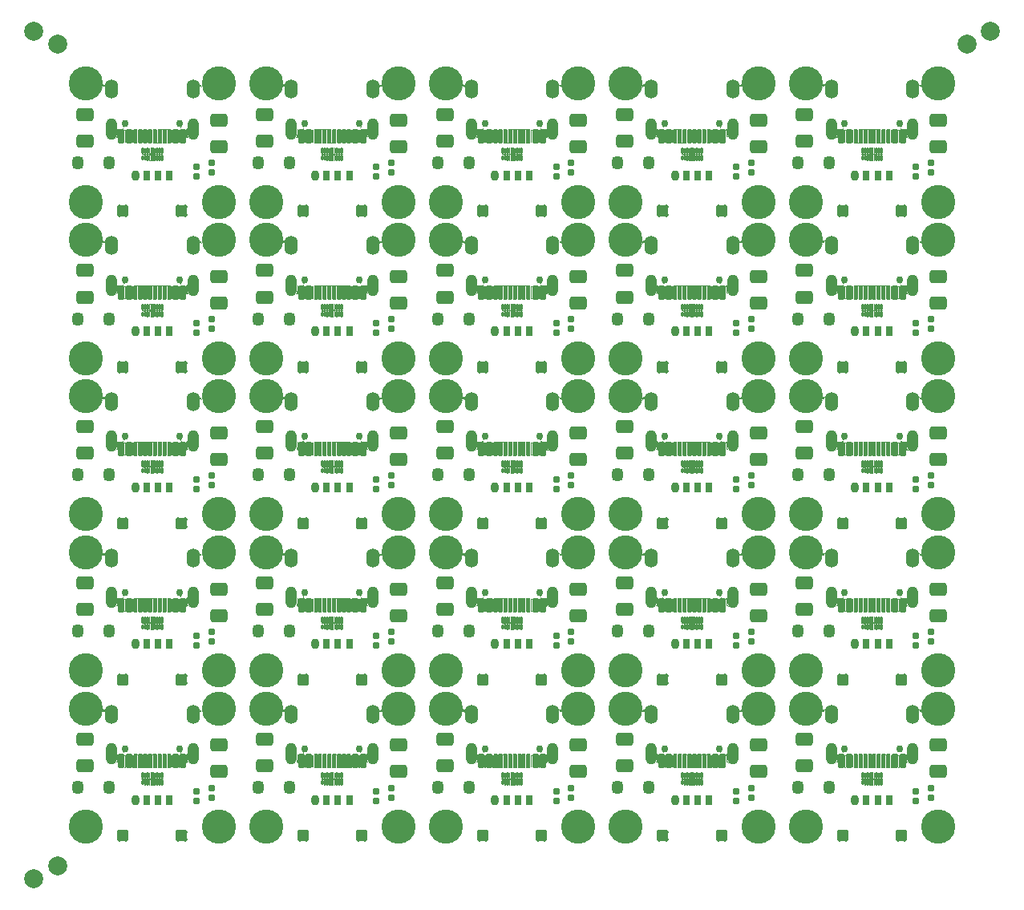
<source format=gts>
G04 #@! TF.GenerationSoftware,KiCad,Pcbnew,(6.0.11)*
G04 #@! TF.CreationDate,2023-02-11T17:54:06+01:00*
G04 #@! TF.ProjectId,UDB-panel,5544422d-7061-46e6-956c-2e6b69636164,C4-RC1*
G04 #@! TF.SameCoordinates,Original*
G04 #@! TF.FileFunction,Soldermask,Top*
G04 #@! TF.FilePolarity,Negative*
%FSLAX46Y46*%
G04 Gerber Fmt 4.6, Leading zero omitted, Abs format (unit mm)*
G04 Created by KiCad (PCBNEW (6.0.11)) date 2023-02-11 17:54:06*
%MOMM*%
%LPD*%
G01*
G04 APERTURE LIST*
G04 Aperture macros list*
%AMRoundRect*
0 Rectangle with rounded corners*
0 $1 Rounding radius*
0 $2 $3 $4 $5 $6 $7 $8 $9 X,Y pos of 4 corners*
0 Add a 4 corners polygon primitive as box body*
4,1,4,$2,$3,$4,$5,$6,$7,$8,$9,$2,$3,0*
0 Add four circle primitives for the rounded corners*
1,1,$1+$1,$2,$3*
1,1,$1+$1,$4,$5*
1,1,$1+$1,$6,$7*
1,1,$1+$1,$8,$9*
0 Add four rect primitives between the rounded corners*
20,1,$1+$1,$2,$3,$4,$5,0*
20,1,$1+$1,$4,$5,$6,$7,0*
20,1,$1+$1,$6,$7,$8,$9,0*
20,1,$1+$1,$8,$9,$2,$3,0*%
G04 Aperture macros list end*
%ADD10RoundRect,0.426000X0.000000X-0.125000X0.000000X0.125000X0.000000X0.125000X0.000000X-0.125000X0*%
%ADD11RoundRect,0.051000X0.300000X-0.425000X0.300000X0.425000X-0.300000X0.425000X-0.300000X-0.425000X0*%
%ADD12C,0.502000*%
%ADD13RoundRect,0.051000X0.500000X-0.500000X0.500000X0.500000X-0.500000X0.500000X-0.500000X-0.500000X0*%
%ADD14RoundRect,0.301000X-0.250000X-0.350000X0.250000X-0.350000X0.250000X0.350000X-0.250000X0.350000X0*%
%ADD15RoundRect,0.186000X-0.185000X0.135000X-0.185000X-0.135000X0.185000X-0.135000X0.185000X0.135000X0*%
%ADD16C,3.602001*%
%ADD17RoundRect,0.301000X-0.625000X0.375000X-0.625000X-0.375000X0.625000X-0.375000X0.625000X0.375000X0*%
%ADD18RoundRect,0.301000X0.625000X-0.375000X0.625000X0.375000X-0.625000X0.375000X-0.625000X-0.375000X0*%
%ADD19C,0.752000*%
%ADD20RoundRect,0.201000X0.150000X0.575000X-0.150000X0.575000X-0.150000X-0.575000X0.150000X-0.575000X0*%
%ADD21RoundRect,0.126000X0.075000X0.650000X-0.075000X0.650000X-0.075000X-0.650000X0.075000X-0.650000X0*%
%ADD22O,1.202000X2.302000*%
%ADD23O,1.402000X2.002000*%
%ADD24RoundRect,0.176000X0.000000X-0.150000X0.000000X-0.150000X0.000000X0.150000X0.000000X0.150000X0*%
%ADD25RoundRect,0.051000X-0.125000X-0.275000X0.125000X-0.275000X0.125000X0.275000X-0.125000X0.275000X0*%
%ADD26RoundRect,0.051000X-0.150000X-0.275000X0.150000X-0.275000X0.150000X0.275000X-0.150000X0.275000X0*%
%ADD27C,2.000000*%
G04 APERTURE END LIST*
D10*
G04 #@! TO.C,J2*
X70200000Y43800000D03*
D11*
X71400000Y43800000D03*
X72600000Y43800000D03*
X73800000Y43800000D03*
D12*
X68900000Y40050000D03*
X75450000Y40450000D03*
X68550000Y39650000D03*
X74750000Y40450000D03*
X69250000Y39650000D03*
X75100000Y40050000D03*
X68550000Y40450000D03*
D13*
X68900000Y40050000D03*
D12*
X75450000Y39650000D03*
X69250000Y40450000D03*
D13*
X75100000Y40050000D03*
D12*
X74750000Y39650000D03*
G04 #@! TD*
D14*
G04 #@! TO.C,D1*
X64150000Y78153000D03*
X67450000Y78153000D03*
G04 #@! TD*
D15*
G04 #@! TO.C,R1*
X95648000Y28210000D03*
X95648000Y27190000D03*
G04 #@! TD*
D16*
G04 #@! TO.C,MH3*
X65000000Y24500000D03*
G04 #@! TD*
G04 #@! TO.C,MH1*
X46000000Y53500000D03*
G04 #@! TD*
D17*
G04 #@! TO.C,F1*
X64886000Y83236000D03*
X64886000Y80436000D03*
G04 #@! TD*
D15*
G04 #@! TO.C,R1*
X38648000Y28210000D03*
X38648000Y27190000D03*
G04 #@! TD*
D18*
G04 #@! TO.C,L1*
X41000000Y13817000D03*
X41000000Y16617000D03*
G04 #@! TD*
D16*
G04 #@! TO.C,MH2*
X98000000Y20500000D03*
G04 #@! TD*
G04 #@! TO.C,MH3*
X65000000Y57500000D03*
G04 #@! TD*
G04 #@! TO.C,MH4*
X22000000Y57500000D03*
G04 #@! TD*
G04 #@! TO.C,MH3*
X84000000Y57500000D03*
G04 #@! TD*
D18*
G04 #@! TO.C,L1*
X60000000Y30317000D03*
X60000000Y33117000D03*
G04 #@! TD*
D14*
G04 #@! TO.C,D1*
X45150000Y12153000D03*
X48450000Y12153000D03*
G04 #@! TD*
D16*
G04 #@! TO.C,MH2*
X60000000Y53500000D03*
G04 #@! TD*
D19*
G04 #@! TO.C,J1*
X50108000Y82251000D03*
X55888000Y82251000D03*
D20*
X56248000Y80925000D03*
X55448000Y80925000D03*
D21*
X54248000Y80925000D03*
X53252000Y80925000D03*
X52748000Y80925000D03*
X51748000Y80925000D03*
D20*
X49748000Y80925000D03*
X50548000Y80925000D03*
D21*
X51248000Y80925000D03*
X52248000Y80925000D03*
X53748000Y80925000D03*
X54748000Y80925000D03*
D22*
X57298000Y81700000D03*
X48698000Y81700000D03*
D23*
X48698000Y85900000D03*
X57298000Y85900000D03*
G04 #@! TD*
D16*
G04 #@! TO.C,MH4*
X41000000Y8000000D03*
G04 #@! TD*
G04 #@! TO.C,MH3*
X27000000Y57500000D03*
G04 #@! TD*
G04 #@! TO.C,MH2*
X60000000Y37000000D03*
G04 #@! TD*
D14*
G04 #@! TO.C,D1*
X45150000Y28653000D03*
X48450000Y28653000D03*
G04 #@! TD*
D17*
G04 #@! TO.C,F1*
X7886000Y66736000D03*
X7886000Y63936000D03*
G04 #@! TD*
D15*
G04 #@! TO.C,R2*
X40248000Y12110000D03*
X40248000Y11090000D03*
G04 #@! TD*
D16*
G04 #@! TO.C,MH3*
X46000000Y41000000D03*
G04 #@! TD*
G04 #@! TO.C,MH1*
X8000000Y37000000D03*
G04 #@! TD*
D24*
G04 #@! TO.C,U1*
X32998000Y78631600D03*
D25*
X33498000Y78631600D03*
D26*
X33998000Y78631600D03*
D25*
X34498000Y78631600D03*
X34998000Y78631600D03*
X34998000Y79401600D03*
X34498000Y79401600D03*
D26*
X33998000Y79401600D03*
D25*
X33498000Y79401600D03*
X32998000Y79401600D03*
G04 #@! TD*
D16*
G04 #@! TO.C,MH4*
X79000000Y57500000D03*
G04 #@! TD*
G04 #@! TO.C,MH3*
X65000000Y74000000D03*
G04 #@! TD*
D15*
G04 #@! TO.C,R1*
X19648000Y44710000D03*
X19648000Y43690000D03*
G04 #@! TD*
G04 #@! TO.C,R1*
X19648000Y61210000D03*
X19648000Y60190000D03*
G04 #@! TD*
D16*
G04 #@! TO.C,MH3*
X65000000Y41000000D03*
G04 #@! TD*
D17*
G04 #@! TO.C,F1*
X45886000Y50236000D03*
X45886000Y47436000D03*
G04 #@! TD*
D24*
G04 #@! TO.C,U1*
X70998000Y45631600D03*
D25*
X71498000Y45631600D03*
D26*
X71998000Y45631600D03*
D25*
X72498000Y45631600D03*
X72998000Y45631600D03*
X72998000Y46401600D03*
X72498000Y46401600D03*
D26*
X71998000Y46401600D03*
D25*
X71498000Y46401600D03*
X70998000Y46401600D03*
G04 #@! TD*
D16*
G04 #@! TO.C,MH1*
X84000000Y70000000D03*
G04 #@! TD*
D10*
G04 #@! TO.C,J2*
X32200000Y76800000D03*
D11*
X33400000Y76800000D03*
X34600000Y76800000D03*
X35800000Y76800000D03*
D12*
X37450000Y72650000D03*
X37450000Y73450000D03*
X36750000Y73450000D03*
X31250000Y73450000D03*
X36750000Y72650000D03*
D13*
X30900000Y73050000D03*
D12*
X30550000Y72650000D03*
D13*
X37100000Y73050000D03*
D12*
X30550000Y73450000D03*
X37100000Y73050000D03*
X31250000Y72650000D03*
X30900000Y73050000D03*
G04 #@! TD*
D17*
G04 #@! TO.C,F1*
X83886000Y17236000D03*
X83886000Y14436000D03*
G04 #@! TD*
G04 #@! TO.C,F1*
X45886000Y17236000D03*
X45886000Y14436000D03*
G04 #@! TD*
D16*
G04 #@! TO.C,MH2*
X41000000Y53500000D03*
G04 #@! TD*
D24*
G04 #@! TO.C,U1*
X51998000Y45631600D03*
D25*
X52498000Y45631600D03*
D26*
X52998000Y45631600D03*
D25*
X53498000Y45631600D03*
X53998000Y45631600D03*
X53998000Y46401600D03*
X53498000Y46401600D03*
D26*
X52998000Y46401600D03*
D25*
X52498000Y46401600D03*
X51998000Y46401600D03*
G04 #@! TD*
D16*
G04 #@! TO.C,MH2*
X41000000Y70000000D03*
G04 #@! TD*
G04 #@! TO.C,MH3*
X84000000Y24500000D03*
G04 #@! TD*
D24*
G04 #@! TO.C,U1*
X89998000Y78631600D03*
D25*
X90498000Y78631600D03*
D26*
X90998000Y78631600D03*
D25*
X91498000Y78631600D03*
X91998000Y78631600D03*
X91998000Y79401600D03*
X91498000Y79401600D03*
D26*
X90998000Y79401600D03*
D25*
X90498000Y79401600D03*
X89998000Y79401600D03*
G04 #@! TD*
D16*
G04 #@! TO.C,MH1*
X46000000Y37000000D03*
G04 #@! TD*
D10*
G04 #@! TO.C,J2*
X51200000Y27300000D03*
D11*
X52400000Y27300000D03*
X53600000Y27300000D03*
X54800000Y27300000D03*
D12*
X50250000Y23950000D03*
X50250000Y23150000D03*
X49550000Y23950000D03*
X49900000Y23550000D03*
D13*
X49900000Y23550000D03*
D12*
X56100000Y23550000D03*
X49550000Y23150000D03*
X55750000Y23950000D03*
X56450000Y23150000D03*
X56450000Y23950000D03*
D13*
X56100000Y23550000D03*
D12*
X55750000Y23150000D03*
G04 #@! TD*
D16*
G04 #@! TO.C,MH2*
X79000000Y86500000D03*
G04 #@! TD*
D10*
G04 #@! TO.C,J2*
X13200000Y10800000D03*
D11*
X14400000Y10800000D03*
X15600000Y10800000D03*
X16800000Y10800000D03*
D12*
X18450000Y7450000D03*
X12250000Y7450000D03*
X17750000Y6650000D03*
D13*
X11900000Y7050000D03*
D12*
X18450000Y6650000D03*
X11900000Y7050000D03*
X18100000Y7050000D03*
X11550000Y7450000D03*
X17750000Y7450000D03*
X11550000Y6650000D03*
X12250000Y6650000D03*
D13*
X18100000Y7050000D03*
G04 #@! TD*
D18*
G04 #@! TO.C,L1*
X79000000Y13817000D03*
X79000000Y16617000D03*
G04 #@! TD*
D24*
G04 #@! TO.C,U1*
X32998000Y45631600D03*
D25*
X33498000Y45631600D03*
D26*
X33998000Y45631600D03*
D25*
X34498000Y45631600D03*
X34998000Y45631600D03*
X34998000Y46401600D03*
X34498000Y46401600D03*
D26*
X33998000Y46401600D03*
D25*
X33498000Y46401600D03*
X32998000Y46401600D03*
G04 #@! TD*
D16*
G04 #@! TO.C,MH4*
X79000000Y24500000D03*
G04 #@! TD*
D19*
G04 #@! TO.C,J1*
X55888000Y16251000D03*
X50108000Y16251000D03*
D20*
X56248000Y14925000D03*
X55448000Y14925000D03*
D21*
X54248000Y14925000D03*
X53252000Y14925000D03*
X52748000Y14925000D03*
X51748000Y14925000D03*
D20*
X49748000Y14925000D03*
X50548000Y14925000D03*
D21*
X51248000Y14925000D03*
X52248000Y14925000D03*
X53748000Y14925000D03*
X54748000Y14925000D03*
D22*
X48698000Y15700000D03*
D23*
X48698000Y19900000D03*
D22*
X57298000Y15700000D03*
D23*
X57298000Y19900000D03*
G04 #@! TD*
D16*
G04 #@! TO.C,MH4*
X98000000Y74000000D03*
G04 #@! TD*
G04 #@! TO.C,MH4*
X41000000Y57500000D03*
G04 #@! TD*
G04 #@! TO.C,MH4*
X22000000Y74000000D03*
G04 #@! TD*
G04 #@! TO.C,MH3*
X46000000Y8000000D03*
G04 #@! TD*
D14*
G04 #@! TO.C,D1*
X7150000Y78153000D03*
X10450000Y78153000D03*
G04 #@! TD*
D17*
G04 #@! TO.C,F1*
X83886000Y83236000D03*
X83886000Y80436000D03*
G04 #@! TD*
D14*
G04 #@! TO.C,D1*
X26150000Y12153000D03*
X29450000Y12153000D03*
G04 #@! TD*
D16*
G04 #@! TO.C,MH4*
X79000000Y8000000D03*
G04 #@! TD*
G04 #@! TO.C,MH4*
X60000000Y57500000D03*
G04 #@! TD*
G04 #@! TO.C,MH1*
X84000000Y37000000D03*
G04 #@! TD*
D14*
G04 #@! TO.C,D1*
X83150000Y12153000D03*
X86450000Y12153000D03*
G04 #@! TD*
D18*
G04 #@! TO.C,L1*
X41000000Y46817000D03*
X41000000Y49617000D03*
G04 #@! TD*
D16*
G04 #@! TO.C,MH1*
X8000000Y20500000D03*
G04 #@! TD*
G04 #@! TO.C,MH1*
X65000000Y53500000D03*
G04 #@! TD*
D24*
G04 #@! TO.C,U1*
X89998000Y12631600D03*
D25*
X90498000Y12631600D03*
D26*
X90998000Y12631600D03*
D25*
X91498000Y12631600D03*
X91998000Y12631600D03*
X91998000Y13401600D03*
X91498000Y13401600D03*
D26*
X90998000Y13401600D03*
D25*
X90498000Y13401600D03*
X89998000Y13401600D03*
G04 #@! TD*
D16*
G04 #@! TO.C,MH3*
X8000000Y8000000D03*
G04 #@! TD*
D14*
G04 #@! TO.C,D1*
X83150000Y45153000D03*
X86450000Y45153000D03*
G04 #@! TD*
D10*
G04 #@! TO.C,J2*
X51200000Y10800000D03*
D11*
X52400000Y10800000D03*
X53600000Y10800000D03*
X54800000Y10800000D03*
D12*
X55750000Y7450000D03*
D13*
X49900000Y7050000D03*
D12*
X50250000Y6650000D03*
X56450000Y7450000D03*
X50250000Y7450000D03*
X56450000Y6650000D03*
X55750000Y6650000D03*
X49900000Y7050000D03*
X56100000Y7050000D03*
X49550000Y7450000D03*
X49550000Y6650000D03*
D13*
X56100000Y7050000D03*
G04 #@! TD*
D15*
G04 #@! TO.C,R2*
X21248000Y12110000D03*
X21248000Y11090000D03*
G04 #@! TD*
D14*
G04 #@! TO.C,D1*
X45150000Y61653000D03*
X48450000Y61653000D03*
G04 #@! TD*
D18*
G04 #@! TO.C,L1*
X79000000Y30317000D03*
X79000000Y33117000D03*
G04 #@! TD*
D16*
G04 #@! TO.C,MH4*
X79000000Y74000000D03*
G04 #@! TD*
D10*
G04 #@! TO.C,J2*
X32200000Y27300000D03*
D11*
X33400000Y27300000D03*
X34600000Y27300000D03*
X35800000Y27300000D03*
D12*
X36750000Y23150000D03*
X31250000Y23950000D03*
X37450000Y23950000D03*
X37100000Y23550000D03*
X31250000Y23150000D03*
D13*
X37100000Y23550000D03*
D12*
X30900000Y23550000D03*
X36750000Y23950000D03*
X37450000Y23150000D03*
X30550000Y23950000D03*
D13*
X30900000Y23550000D03*
D12*
X30550000Y23150000D03*
G04 #@! TD*
D16*
G04 #@! TO.C,MH1*
X65000000Y86500000D03*
G04 #@! TD*
G04 #@! TO.C,MH2*
X98000000Y37000000D03*
G04 #@! TD*
D27*
G04 #@! TO.C,REF\u002A\u002A*
X5000000Y90650000D03*
G04 #@! TD*
D15*
G04 #@! TO.C,R1*
X57648000Y44710000D03*
X57648000Y43690000D03*
G04 #@! TD*
G04 #@! TO.C,R1*
X19648000Y77710000D03*
X19648000Y76690000D03*
G04 #@! TD*
D17*
G04 #@! TO.C,F1*
X7886000Y83236000D03*
X7886000Y80436000D03*
G04 #@! TD*
D14*
G04 #@! TO.C,D1*
X26150000Y61653000D03*
X29450000Y61653000D03*
G04 #@! TD*
D16*
G04 #@! TO.C,MH1*
X27000000Y37000000D03*
G04 #@! TD*
D10*
G04 #@! TO.C,J2*
X89200000Y43800000D03*
D11*
X90400000Y43800000D03*
X91600000Y43800000D03*
X92800000Y43800000D03*
D12*
X87550000Y39650000D03*
X88250000Y39650000D03*
X94100000Y40050000D03*
D13*
X94100000Y40050000D03*
D12*
X93750000Y40450000D03*
X94450000Y39650000D03*
X87900000Y40050000D03*
X94450000Y40450000D03*
X88250000Y40450000D03*
X87550000Y40450000D03*
D13*
X87900000Y40050000D03*
D12*
X93750000Y39650000D03*
G04 #@! TD*
D15*
G04 #@! TO.C,R2*
X40248000Y61610000D03*
X40248000Y60590000D03*
G04 #@! TD*
D17*
G04 #@! TO.C,F1*
X26886000Y83236000D03*
X26886000Y80436000D03*
G04 #@! TD*
D24*
G04 #@! TO.C,U1*
X51998000Y12631600D03*
D25*
X52498000Y12631600D03*
D26*
X52998000Y12631600D03*
D25*
X53498000Y12631600D03*
X53998000Y12631600D03*
X53998000Y13401600D03*
X53498000Y13401600D03*
D26*
X52998000Y13401600D03*
D25*
X52498000Y13401600D03*
X51998000Y13401600D03*
G04 #@! TD*
D14*
G04 #@! TO.C,D1*
X64150000Y45153000D03*
X67450000Y45153000D03*
G04 #@! TD*
D15*
G04 #@! TO.C,R2*
X40248000Y28610000D03*
X40248000Y27590000D03*
G04 #@! TD*
D10*
G04 #@! TO.C,J2*
X32200000Y10800000D03*
D11*
X33400000Y10800000D03*
X34600000Y10800000D03*
X35800000Y10800000D03*
D12*
X37450000Y7450000D03*
X30550000Y6650000D03*
X30900000Y7050000D03*
X30550000Y7450000D03*
D13*
X37100000Y7050000D03*
D12*
X37100000Y7050000D03*
X37450000Y6650000D03*
X31250000Y6650000D03*
D13*
X30900000Y7050000D03*
D12*
X36750000Y7450000D03*
X31250000Y7450000D03*
X36750000Y6650000D03*
G04 #@! TD*
D10*
G04 #@! TO.C,J2*
X13200000Y76800000D03*
D11*
X14400000Y76800000D03*
X15600000Y76800000D03*
X16800000Y76800000D03*
D12*
X17750000Y72650000D03*
X18100000Y73050000D03*
X12250000Y72650000D03*
X11550000Y72650000D03*
X17750000Y73450000D03*
X18450000Y73450000D03*
X18450000Y72650000D03*
D13*
X11900000Y73050000D03*
D12*
X11900000Y73050000D03*
D13*
X18100000Y73050000D03*
D12*
X11550000Y73450000D03*
X12250000Y73450000D03*
G04 #@! TD*
D15*
G04 #@! TO.C,R2*
X78248000Y78110000D03*
X78248000Y77090000D03*
G04 #@! TD*
D14*
G04 #@! TO.C,D1*
X7150000Y12153000D03*
X10450000Y12153000D03*
G04 #@! TD*
D16*
G04 #@! TO.C,MH3*
X8000000Y74000000D03*
G04 #@! TD*
D17*
G04 #@! TO.C,F1*
X64886000Y33736000D03*
X64886000Y30936000D03*
G04 #@! TD*
D15*
G04 #@! TO.C,R1*
X57648000Y28210000D03*
X57648000Y27190000D03*
G04 #@! TD*
D16*
G04 #@! TO.C,MH2*
X60000000Y20500000D03*
G04 #@! TD*
G04 #@! TO.C,MH2*
X41000000Y37000000D03*
G04 #@! TD*
G04 #@! TO.C,MH2*
X98000000Y70000000D03*
G04 #@! TD*
D18*
G04 #@! TO.C,L1*
X22000000Y79817000D03*
X22000000Y82617000D03*
G04 #@! TD*
D15*
G04 #@! TO.C,R2*
X78248000Y12110000D03*
X78248000Y11090000D03*
G04 #@! TD*
D19*
G04 #@! TO.C,J1*
X74888000Y32751000D03*
X69108000Y32751000D03*
D20*
X75248000Y31425000D03*
X74448000Y31425000D03*
D21*
X73248000Y31425000D03*
X72252000Y31425000D03*
X71748000Y31425000D03*
X70748000Y31425000D03*
D20*
X68748000Y31425000D03*
X69548000Y31425000D03*
D21*
X70248000Y31425000D03*
X71248000Y31425000D03*
X72748000Y31425000D03*
X73748000Y31425000D03*
D23*
X67698000Y36400000D03*
D22*
X67698000Y32200000D03*
D23*
X76298000Y36400000D03*
D22*
X76298000Y32200000D03*
G04 #@! TD*
D16*
G04 #@! TO.C,MH4*
X60000000Y41000000D03*
G04 #@! TD*
D17*
G04 #@! TO.C,F1*
X64886000Y66736000D03*
X64886000Y63936000D03*
G04 #@! TD*
D15*
G04 #@! TO.C,R1*
X38648000Y11710000D03*
X38648000Y10690000D03*
G04 #@! TD*
D19*
G04 #@! TO.C,J1*
X36888000Y16251000D03*
X31108000Y16251000D03*
D20*
X37248000Y14925000D03*
X36448000Y14925000D03*
D21*
X35248000Y14925000D03*
X34252000Y14925000D03*
X33748000Y14925000D03*
X32748000Y14925000D03*
D20*
X30748000Y14925000D03*
X31548000Y14925000D03*
D21*
X32248000Y14925000D03*
X33248000Y14925000D03*
X34748000Y14925000D03*
X35748000Y14925000D03*
D22*
X29698000Y15700000D03*
X38298000Y15700000D03*
D23*
X38298000Y19900000D03*
X29698000Y19900000D03*
G04 #@! TD*
D17*
G04 #@! TO.C,F1*
X45886000Y83236000D03*
X45886000Y80436000D03*
G04 #@! TD*
D19*
G04 #@! TO.C,J1*
X93888000Y16251000D03*
X88108000Y16251000D03*
D20*
X94248000Y14925000D03*
X93448000Y14925000D03*
D21*
X92248000Y14925000D03*
X91252000Y14925000D03*
X90748000Y14925000D03*
X89748000Y14925000D03*
D20*
X87748000Y14925000D03*
X88548000Y14925000D03*
D21*
X89248000Y14925000D03*
X90248000Y14925000D03*
X91748000Y14925000D03*
X92748000Y14925000D03*
D22*
X86698000Y15700000D03*
D23*
X86698000Y19900000D03*
X95298000Y19900000D03*
D22*
X95298000Y15700000D03*
G04 #@! TD*
D15*
G04 #@! TO.C,R2*
X59248000Y12110000D03*
X59248000Y11090000D03*
G04 #@! TD*
D16*
G04 #@! TO.C,MH3*
X46000000Y57500000D03*
G04 #@! TD*
D15*
G04 #@! TO.C,R1*
X76648000Y61210000D03*
X76648000Y60190000D03*
G04 #@! TD*
G04 #@! TO.C,R1*
X95648000Y61210000D03*
X95648000Y60190000D03*
G04 #@! TD*
D14*
G04 #@! TO.C,D1*
X26150000Y45153000D03*
X29450000Y45153000D03*
G04 #@! TD*
D27*
G04 #@! TO.C,REF\u002A\u002A*
X2500000Y2500000D03*
G04 #@! TD*
D24*
G04 #@! TO.C,U1*
X13998000Y45631600D03*
D25*
X14498000Y45631600D03*
D26*
X14998000Y45631600D03*
D25*
X15498000Y45631600D03*
X15998000Y45631600D03*
X15998000Y46401600D03*
X15498000Y46401600D03*
D26*
X14998000Y46401600D03*
D25*
X14498000Y46401600D03*
X13998000Y46401600D03*
G04 #@! TD*
D15*
G04 #@! TO.C,R1*
X76648000Y44710000D03*
X76648000Y43690000D03*
G04 #@! TD*
D10*
G04 #@! TO.C,J2*
X51200000Y76800000D03*
D11*
X52400000Y76800000D03*
X53600000Y76800000D03*
X54800000Y76800000D03*
D12*
X55750000Y72650000D03*
D13*
X56100000Y73050000D03*
X49900000Y73050000D03*
D12*
X50250000Y73450000D03*
X55750000Y73450000D03*
X56450000Y73450000D03*
X56450000Y72650000D03*
X49550000Y73450000D03*
X50250000Y72650000D03*
X49550000Y72650000D03*
X49900000Y73050000D03*
X56100000Y73050000D03*
G04 #@! TD*
D15*
G04 #@! TO.C,R2*
X97248000Y45110000D03*
X97248000Y44090000D03*
G04 #@! TD*
D18*
G04 #@! TO.C,L1*
X22000000Y13817000D03*
X22000000Y16617000D03*
G04 #@! TD*
D15*
G04 #@! TO.C,R1*
X57648000Y77710000D03*
X57648000Y76690000D03*
G04 #@! TD*
D24*
G04 #@! TO.C,U1*
X70998000Y12631600D03*
D25*
X71498000Y12631600D03*
D26*
X71998000Y12631600D03*
D25*
X72498000Y12631600D03*
X72998000Y12631600D03*
X72998000Y13401600D03*
X72498000Y13401600D03*
D26*
X71998000Y13401600D03*
D25*
X71498000Y13401600D03*
X70998000Y13401600D03*
G04 #@! TD*
D16*
G04 #@! TO.C,MH1*
X27000000Y70000000D03*
G04 #@! TD*
G04 #@! TO.C,MH1*
X84000000Y20500000D03*
G04 #@! TD*
G04 #@! TO.C,MH3*
X65000000Y8000000D03*
G04 #@! TD*
D15*
G04 #@! TO.C,R1*
X38648000Y61210000D03*
X38648000Y60190000D03*
G04 #@! TD*
D16*
G04 #@! TO.C,MH3*
X8000000Y41000000D03*
G04 #@! TD*
D19*
G04 #@! TO.C,J1*
X55888000Y65751000D03*
X50108000Y65751000D03*
D20*
X56248000Y64425000D03*
X55448000Y64425000D03*
D21*
X54248000Y64425000D03*
X53252000Y64425000D03*
X52748000Y64425000D03*
X51748000Y64425000D03*
D20*
X49748000Y64425000D03*
X50548000Y64425000D03*
D21*
X51248000Y64425000D03*
X52248000Y64425000D03*
X53748000Y64425000D03*
X54748000Y64425000D03*
D22*
X48698000Y65200000D03*
D23*
X48698000Y69400000D03*
D22*
X57298000Y65200000D03*
D23*
X57298000Y69400000D03*
G04 #@! TD*
D15*
G04 #@! TO.C,R2*
X97248000Y28610000D03*
X97248000Y27590000D03*
G04 #@! TD*
D14*
G04 #@! TO.C,D1*
X83150000Y28653000D03*
X86450000Y28653000D03*
G04 #@! TD*
D16*
G04 #@! TO.C,MH2*
X22000000Y53500000D03*
G04 #@! TD*
G04 #@! TO.C,MH1*
X65000000Y37000000D03*
G04 #@! TD*
D17*
G04 #@! TO.C,F1*
X83886000Y50236000D03*
X83886000Y47436000D03*
G04 #@! TD*
D16*
G04 #@! TO.C,MH2*
X22000000Y70000000D03*
G04 #@! TD*
D24*
G04 #@! TO.C,U1*
X51998000Y29131600D03*
D25*
X52498000Y29131600D03*
D26*
X52998000Y29131600D03*
D25*
X53498000Y29131600D03*
X53998000Y29131600D03*
X53998000Y29901600D03*
X53498000Y29901600D03*
D26*
X52998000Y29901600D03*
D25*
X52498000Y29901600D03*
X51998000Y29901600D03*
G04 #@! TD*
D16*
G04 #@! TO.C,MH1*
X27000000Y20500000D03*
G04 #@! TD*
G04 #@! TO.C,MH1*
X84000000Y86500000D03*
G04 #@! TD*
D24*
G04 #@! TO.C,U1*
X89998000Y29131600D03*
D25*
X90498000Y29131600D03*
D26*
X90998000Y29131600D03*
D25*
X91498000Y29131600D03*
X91998000Y29131600D03*
X91998000Y29901600D03*
X91498000Y29901600D03*
D26*
X90998000Y29901600D03*
D25*
X90498000Y29901600D03*
X89998000Y29901600D03*
G04 #@! TD*
D16*
G04 #@! TO.C,MH3*
X27000000Y74000000D03*
G04 #@! TD*
D18*
G04 #@! TO.C,L1*
X79000000Y79817000D03*
X79000000Y82617000D03*
G04 #@! TD*
D14*
G04 #@! TO.C,D1*
X45150000Y45153000D03*
X48450000Y45153000D03*
G04 #@! TD*
D18*
G04 #@! TO.C,L1*
X98000000Y13817000D03*
X98000000Y16617000D03*
G04 #@! TD*
D16*
G04 #@! TO.C,MH2*
X79000000Y53500000D03*
G04 #@! TD*
D14*
G04 #@! TO.C,D1*
X26150000Y28653000D03*
X29450000Y28653000D03*
G04 #@! TD*
D24*
G04 #@! TO.C,U1*
X70998000Y78631600D03*
D25*
X71498000Y78631600D03*
D26*
X71998000Y78631600D03*
D25*
X72498000Y78631600D03*
X72998000Y78631600D03*
X72998000Y79401600D03*
X72498000Y79401600D03*
D26*
X71998000Y79401600D03*
D25*
X71498000Y79401600D03*
X70998000Y79401600D03*
G04 #@! TD*
D17*
G04 #@! TO.C,F1*
X7886000Y50236000D03*
X7886000Y47436000D03*
G04 #@! TD*
D15*
G04 #@! TO.C,R1*
X38648000Y44710000D03*
X38648000Y43690000D03*
G04 #@! TD*
D16*
G04 #@! TO.C,MH3*
X46000000Y24500000D03*
G04 #@! TD*
D15*
G04 #@! TO.C,R2*
X59248000Y45110000D03*
X59248000Y44090000D03*
G04 #@! TD*
D16*
G04 #@! TO.C,MH2*
X41000000Y86500000D03*
G04 #@! TD*
G04 #@! TO.C,MH3*
X27000000Y24500000D03*
G04 #@! TD*
G04 #@! TO.C,MH4*
X98000000Y41000000D03*
G04 #@! TD*
D15*
G04 #@! TO.C,R2*
X78248000Y45110000D03*
X78248000Y44090000D03*
G04 #@! TD*
G04 #@! TO.C,R1*
X95648000Y77710000D03*
X95648000Y76690000D03*
G04 #@! TD*
D10*
G04 #@! TO.C,J2*
X32200000Y43800000D03*
D11*
X33400000Y43800000D03*
X34600000Y43800000D03*
X35800000Y43800000D03*
D12*
X36750000Y39650000D03*
X37100000Y40050000D03*
X36750000Y40450000D03*
X30550000Y40450000D03*
X30900000Y40050000D03*
X37450000Y39650000D03*
X31250000Y39650000D03*
X31250000Y40450000D03*
D13*
X37100000Y40050000D03*
D12*
X37450000Y40450000D03*
D13*
X30900000Y40050000D03*
D12*
X30550000Y39650000D03*
G04 #@! TD*
D16*
G04 #@! TO.C,MH4*
X79000000Y41000000D03*
G04 #@! TD*
D14*
G04 #@! TO.C,D1*
X64150000Y12153000D03*
X67450000Y12153000D03*
G04 #@! TD*
D19*
G04 #@! TO.C,J1*
X69108000Y49251000D03*
X74888000Y49251000D03*
D20*
X75248000Y47925000D03*
X74448000Y47925000D03*
D21*
X73248000Y47925000D03*
X72252000Y47925000D03*
X71748000Y47925000D03*
X70748000Y47925000D03*
D20*
X68748000Y47925000D03*
X69548000Y47925000D03*
D21*
X70248000Y47925000D03*
X71248000Y47925000D03*
X72748000Y47925000D03*
X73748000Y47925000D03*
D22*
X67698000Y48700000D03*
D23*
X67698000Y52900000D03*
X76298000Y52900000D03*
D22*
X76298000Y48700000D03*
G04 #@! TD*
D19*
G04 #@! TO.C,J1*
X17888000Y49251000D03*
X12108000Y49251000D03*
D20*
X18248000Y47925000D03*
X17448000Y47925000D03*
D21*
X16248000Y47925000D03*
X15252000Y47925000D03*
X14748000Y47925000D03*
X13748000Y47925000D03*
D20*
X11748000Y47925000D03*
X12548000Y47925000D03*
D21*
X13248000Y47925000D03*
X14248000Y47925000D03*
X15748000Y47925000D03*
X16748000Y47925000D03*
D22*
X19298000Y48700000D03*
D23*
X19298000Y52900000D03*
D22*
X10698000Y48700000D03*
D23*
X10698000Y52900000D03*
G04 #@! TD*
D16*
G04 #@! TO.C,MH2*
X79000000Y37000000D03*
G04 #@! TD*
G04 #@! TO.C,MH1*
X8000000Y53500000D03*
G04 #@! TD*
D14*
G04 #@! TO.C,D1*
X7150000Y28653000D03*
X10450000Y28653000D03*
G04 #@! TD*
D15*
G04 #@! TO.C,R2*
X21248000Y28610000D03*
X21248000Y27590000D03*
G04 #@! TD*
D17*
G04 #@! TO.C,F1*
X7886000Y33736000D03*
X7886000Y30936000D03*
G04 #@! TD*
D15*
G04 #@! TO.C,R2*
X21248000Y61610000D03*
X21248000Y60590000D03*
G04 #@! TD*
D10*
G04 #@! TO.C,J2*
X70200000Y60300000D03*
D11*
X71400000Y60300000D03*
X72600000Y60300000D03*
X73800000Y60300000D03*
D12*
X68900000Y56550000D03*
X74750000Y56150000D03*
X75450000Y56950000D03*
D13*
X75100000Y56550000D03*
D12*
X69250000Y56150000D03*
X69250000Y56950000D03*
X68550000Y56950000D03*
X74750000Y56950000D03*
X75100000Y56550000D03*
X68550000Y56150000D03*
D13*
X68900000Y56550000D03*
D12*
X75450000Y56150000D03*
G04 #@! TD*
D14*
G04 #@! TO.C,D1*
X83150000Y78153000D03*
X86450000Y78153000D03*
G04 #@! TD*
D16*
G04 #@! TO.C,MH4*
X22000000Y8000000D03*
G04 #@! TD*
D14*
G04 #@! TO.C,D1*
X7150000Y61653000D03*
X10450000Y61653000D03*
G04 #@! TD*
D16*
G04 #@! TO.C,MH2*
X22000000Y20500000D03*
G04 #@! TD*
D17*
G04 #@! TO.C,F1*
X64886000Y50236000D03*
X64886000Y47436000D03*
G04 #@! TD*
D16*
G04 #@! TO.C,MH3*
X84000000Y41000000D03*
G04 #@! TD*
D15*
G04 #@! TO.C,R2*
X40248000Y45110000D03*
X40248000Y44090000D03*
G04 #@! TD*
D19*
G04 #@! TO.C,J1*
X36888000Y82251000D03*
X31108000Y82251000D03*
D20*
X37248000Y80925000D03*
X36448000Y80925000D03*
D21*
X35248000Y80925000D03*
X34252000Y80925000D03*
X33748000Y80925000D03*
X32748000Y80925000D03*
D20*
X30748000Y80925000D03*
X31548000Y80925000D03*
D21*
X32248000Y80925000D03*
X33248000Y80925000D03*
X34748000Y80925000D03*
X35748000Y80925000D03*
D22*
X38298000Y81700000D03*
D23*
X29698000Y85900000D03*
X38298000Y85900000D03*
D22*
X29698000Y81700000D03*
G04 #@! TD*
D16*
G04 #@! TO.C,MH1*
X65000000Y70000000D03*
G04 #@! TD*
D18*
G04 #@! TO.C,L1*
X98000000Y46817000D03*
X98000000Y49617000D03*
G04 #@! TD*
D10*
G04 #@! TO.C,J2*
X70200000Y27300000D03*
D11*
X71400000Y27300000D03*
X72600000Y27300000D03*
X73800000Y27300000D03*
D12*
X69250000Y23150000D03*
X75100000Y23550000D03*
X74750000Y23150000D03*
D13*
X75100000Y23550000D03*
D12*
X75450000Y23150000D03*
X74750000Y23950000D03*
X68900000Y23550000D03*
X69250000Y23950000D03*
X68550000Y23150000D03*
D13*
X68900000Y23550000D03*
D12*
X75450000Y23950000D03*
X68550000Y23950000D03*
G04 #@! TD*
D15*
G04 #@! TO.C,R2*
X59248000Y78110000D03*
X59248000Y77090000D03*
G04 #@! TD*
D16*
G04 #@! TO.C,MH2*
X98000000Y86500000D03*
G04 #@! TD*
G04 #@! TO.C,MH1*
X27000000Y86500000D03*
G04 #@! TD*
D10*
G04 #@! TO.C,J2*
X89200000Y10800000D03*
D11*
X90400000Y10800000D03*
X91600000Y10800000D03*
X92800000Y10800000D03*
D12*
X93750000Y7450000D03*
D13*
X87900000Y7050000D03*
D12*
X94100000Y7050000D03*
X87900000Y7050000D03*
X94450000Y6650000D03*
X88250000Y7450000D03*
D13*
X94100000Y7050000D03*
D12*
X87550000Y7450000D03*
X94450000Y7450000D03*
X93750000Y6650000D03*
X88250000Y6650000D03*
X87550000Y6650000D03*
G04 #@! TD*
D14*
G04 #@! TO.C,D1*
X7150000Y45153000D03*
X10450000Y45153000D03*
G04 #@! TD*
D15*
G04 #@! TO.C,R1*
X76648000Y11710000D03*
X76648000Y10690000D03*
G04 #@! TD*
D14*
G04 #@! TO.C,D1*
X45150000Y78153000D03*
X48450000Y78153000D03*
G04 #@! TD*
D16*
G04 #@! TO.C,MH4*
X22000000Y24500000D03*
G04 #@! TD*
D24*
G04 #@! TO.C,U1*
X51998000Y62131600D03*
D25*
X52498000Y62131600D03*
D26*
X52998000Y62131600D03*
D25*
X53498000Y62131600D03*
X53998000Y62131600D03*
X53998000Y62901600D03*
X53498000Y62901600D03*
D26*
X52998000Y62901600D03*
D25*
X52498000Y62901600D03*
X51998000Y62901600D03*
G04 #@! TD*
D19*
G04 #@! TO.C,J1*
X17888000Y65751000D03*
X12108000Y65751000D03*
D20*
X18248000Y64425000D03*
X17448000Y64425000D03*
D21*
X16248000Y64425000D03*
X15252000Y64425000D03*
X14748000Y64425000D03*
X13748000Y64425000D03*
D20*
X11748000Y64425000D03*
X12548000Y64425000D03*
D21*
X13248000Y64425000D03*
X14248000Y64425000D03*
X15748000Y64425000D03*
X16748000Y64425000D03*
D23*
X10698000Y69400000D03*
D22*
X10698000Y65200000D03*
X19298000Y65200000D03*
D23*
X19298000Y69400000D03*
G04 #@! TD*
D17*
G04 #@! TO.C,F1*
X26886000Y17236000D03*
X26886000Y14436000D03*
G04 #@! TD*
D15*
G04 #@! TO.C,R1*
X76648000Y77710000D03*
X76648000Y76690000D03*
G04 #@! TD*
D19*
G04 #@! TO.C,J1*
X36888000Y32751000D03*
X31108000Y32751000D03*
D20*
X37248000Y31425000D03*
X36448000Y31425000D03*
D21*
X35248000Y31425000D03*
X34252000Y31425000D03*
X33748000Y31425000D03*
X32748000Y31425000D03*
D20*
X30748000Y31425000D03*
X31548000Y31425000D03*
D21*
X32248000Y31425000D03*
X33248000Y31425000D03*
X34748000Y31425000D03*
X35748000Y31425000D03*
D23*
X38298000Y36400000D03*
D22*
X29698000Y32200000D03*
D23*
X29698000Y36400000D03*
D22*
X38298000Y32200000D03*
G04 #@! TD*
D10*
G04 #@! TO.C,J2*
X70200000Y10800000D03*
D11*
X71400000Y10800000D03*
X72600000Y10800000D03*
X73800000Y10800000D03*
D12*
X68550000Y7450000D03*
X68900000Y7050000D03*
X69250000Y6650000D03*
X75450000Y6650000D03*
X68550000Y6650000D03*
D13*
X75100000Y7050000D03*
D12*
X75450000Y7450000D03*
X75100000Y7050000D03*
X74750000Y7450000D03*
X69250000Y7450000D03*
D13*
X68900000Y7050000D03*
D12*
X74750000Y6650000D03*
G04 #@! TD*
D10*
G04 #@! TO.C,J2*
X89200000Y27300000D03*
D11*
X90400000Y27300000D03*
X91600000Y27300000D03*
X92800000Y27300000D03*
D12*
X87900000Y23550000D03*
X88250000Y23950000D03*
X94450000Y23950000D03*
X87550000Y23150000D03*
X93750000Y23150000D03*
X87550000Y23950000D03*
D13*
X87900000Y23550000D03*
D12*
X88250000Y23150000D03*
X94450000Y23150000D03*
X93750000Y23950000D03*
X94100000Y23550000D03*
D13*
X94100000Y23550000D03*
G04 #@! TD*
D24*
G04 #@! TO.C,U1*
X13998000Y78631600D03*
D25*
X14498000Y78631600D03*
D26*
X14998000Y78631600D03*
D25*
X15498000Y78631600D03*
X15998000Y78631600D03*
X15998000Y79401600D03*
X15498000Y79401600D03*
D26*
X14998000Y79401600D03*
D25*
X14498000Y79401600D03*
X13998000Y79401600D03*
G04 #@! TD*
D16*
G04 #@! TO.C,MH4*
X41000000Y24500000D03*
G04 #@! TD*
D10*
G04 #@! TO.C,J2*
X89200000Y60300000D03*
D11*
X90400000Y60300000D03*
X91600000Y60300000D03*
X92800000Y60300000D03*
D13*
X87900000Y56550000D03*
D12*
X94450000Y56150000D03*
X88250000Y56950000D03*
X93750000Y56950000D03*
X93750000Y56150000D03*
X94450000Y56950000D03*
X87550000Y56150000D03*
X94100000Y56550000D03*
D13*
X94100000Y56550000D03*
D12*
X88250000Y56150000D03*
X87900000Y56550000D03*
X87550000Y56950000D03*
G04 #@! TD*
D16*
G04 #@! TO.C,MH4*
X98000000Y57500000D03*
G04 #@! TD*
D14*
G04 #@! TO.C,D1*
X64150000Y28653000D03*
X67450000Y28653000D03*
G04 #@! TD*
D24*
G04 #@! TO.C,U1*
X32998000Y62131600D03*
D25*
X33498000Y62131600D03*
D26*
X33998000Y62131600D03*
D25*
X34498000Y62131600D03*
X34998000Y62131600D03*
X34998000Y62901600D03*
X34498000Y62901600D03*
D26*
X33998000Y62901600D03*
D25*
X33498000Y62901600D03*
X32998000Y62901600D03*
G04 #@! TD*
D15*
G04 #@! TO.C,R2*
X21248000Y45110000D03*
X21248000Y44090000D03*
G04 #@! TD*
D19*
G04 #@! TO.C,J1*
X36888000Y65751000D03*
X31108000Y65751000D03*
D20*
X37248000Y64425000D03*
X36448000Y64425000D03*
D21*
X35248000Y64425000D03*
X34252000Y64425000D03*
X33748000Y64425000D03*
X32748000Y64425000D03*
D20*
X30748000Y64425000D03*
X31548000Y64425000D03*
D21*
X32248000Y64425000D03*
X33248000Y64425000D03*
X34748000Y64425000D03*
X35748000Y64425000D03*
D23*
X29698000Y69400000D03*
X38298000Y69400000D03*
D22*
X29698000Y65200000D03*
X38298000Y65200000D03*
G04 #@! TD*
D17*
G04 #@! TO.C,F1*
X26886000Y66736000D03*
X26886000Y63936000D03*
G04 #@! TD*
D16*
G04 #@! TO.C,MH4*
X98000000Y8000000D03*
G04 #@! TD*
D15*
G04 #@! TO.C,R2*
X97248000Y61610000D03*
X97248000Y60590000D03*
G04 #@! TD*
D16*
G04 #@! TO.C,MH2*
X60000000Y70000000D03*
G04 #@! TD*
G04 #@! TO.C,MH4*
X41000000Y41000000D03*
G04 #@! TD*
G04 #@! TO.C,MH3*
X84000000Y74000000D03*
G04 #@! TD*
D15*
G04 #@! TO.C,R2*
X59248000Y28610000D03*
X59248000Y27590000D03*
G04 #@! TD*
D16*
G04 #@! TO.C,MH1*
X46000000Y86500000D03*
G04 #@! TD*
D19*
G04 #@! TO.C,J1*
X93888000Y49251000D03*
X88108000Y49251000D03*
D20*
X94248000Y47925000D03*
X93448000Y47925000D03*
D21*
X92248000Y47925000D03*
X91252000Y47925000D03*
X90748000Y47925000D03*
X89748000Y47925000D03*
D20*
X87748000Y47925000D03*
X88548000Y47925000D03*
D21*
X89248000Y47925000D03*
X90248000Y47925000D03*
X91748000Y47925000D03*
X92748000Y47925000D03*
D22*
X86698000Y48700000D03*
D23*
X86698000Y52900000D03*
D22*
X95298000Y48700000D03*
D23*
X95298000Y52900000D03*
G04 #@! TD*
D27*
G04 #@! TO.C,REF\u002A\u002A*
X101000000Y90650000D03*
G04 #@! TD*
D15*
G04 #@! TO.C,R1*
X76648000Y28210000D03*
X76648000Y27190000D03*
G04 #@! TD*
D24*
G04 #@! TO.C,U1*
X32998000Y29131600D03*
D25*
X33498000Y29131600D03*
D26*
X33998000Y29131600D03*
D25*
X34498000Y29131600D03*
X34998000Y29131600D03*
X34998000Y29901600D03*
X34498000Y29901600D03*
D26*
X33998000Y29901600D03*
D25*
X33498000Y29901600D03*
X32998000Y29901600D03*
G04 #@! TD*
D18*
G04 #@! TO.C,L1*
X98000000Y63317000D03*
X98000000Y66117000D03*
G04 #@! TD*
D24*
G04 #@! TO.C,U1*
X13998000Y29131600D03*
D25*
X14498000Y29131600D03*
D26*
X14998000Y29131600D03*
D25*
X15498000Y29131600D03*
X15998000Y29131600D03*
X15998000Y29901600D03*
X15498000Y29901600D03*
D26*
X14998000Y29901600D03*
D25*
X14498000Y29901600D03*
X13998000Y29901600D03*
G04 #@! TD*
D15*
G04 #@! TO.C,R1*
X95648000Y11710000D03*
X95648000Y10690000D03*
G04 #@! TD*
D18*
G04 #@! TO.C,L1*
X22000000Y46817000D03*
X22000000Y49617000D03*
G04 #@! TD*
D16*
G04 #@! TO.C,MH1*
X8000000Y86500000D03*
G04 #@! TD*
D15*
G04 #@! TO.C,R1*
X38648000Y77710000D03*
X38648000Y76690000D03*
G04 #@! TD*
D16*
G04 #@! TO.C,MH2*
X22000000Y37000000D03*
G04 #@! TD*
D18*
G04 #@! TO.C,L1*
X98000000Y79817000D03*
X98000000Y82617000D03*
G04 #@! TD*
D15*
G04 #@! TO.C,R2*
X21248000Y78110000D03*
X21248000Y77090000D03*
G04 #@! TD*
D18*
G04 #@! TO.C,L1*
X79000000Y46817000D03*
X79000000Y49617000D03*
G04 #@! TD*
D24*
G04 #@! TO.C,U1*
X70998000Y62131600D03*
D25*
X71498000Y62131600D03*
D26*
X71998000Y62131600D03*
D25*
X72498000Y62131600D03*
X72998000Y62131600D03*
X72998000Y62901600D03*
X72498000Y62901600D03*
D26*
X71998000Y62901600D03*
D25*
X71498000Y62901600D03*
X70998000Y62901600D03*
G04 #@! TD*
D19*
G04 #@! TO.C,J1*
X88108000Y65751000D03*
X93888000Y65751000D03*
D20*
X94248000Y64425000D03*
X93448000Y64425000D03*
D21*
X92248000Y64425000D03*
X91252000Y64425000D03*
X90748000Y64425000D03*
X89748000Y64425000D03*
D20*
X87748000Y64425000D03*
X88548000Y64425000D03*
D21*
X89248000Y64425000D03*
X90248000Y64425000D03*
X91748000Y64425000D03*
X92748000Y64425000D03*
D22*
X95298000Y65200000D03*
X86698000Y65200000D03*
D23*
X86698000Y69400000D03*
X95298000Y69400000D03*
G04 #@! TD*
D24*
G04 #@! TO.C,U1*
X89998000Y62131600D03*
D25*
X90498000Y62131600D03*
D26*
X90998000Y62131600D03*
D25*
X91498000Y62131600D03*
X91998000Y62131600D03*
X91998000Y62901600D03*
X91498000Y62901600D03*
D26*
X90998000Y62901600D03*
D25*
X90498000Y62901600D03*
X89998000Y62901600D03*
G04 #@! TD*
D15*
G04 #@! TO.C,R1*
X19648000Y28210000D03*
X19648000Y27190000D03*
G04 #@! TD*
D19*
G04 #@! TO.C,J1*
X69108000Y65751000D03*
X74888000Y65751000D03*
D20*
X75248000Y64425000D03*
X74448000Y64425000D03*
D21*
X73248000Y64425000D03*
X72252000Y64425000D03*
X71748000Y64425000D03*
X70748000Y64425000D03*
D20*
X68748000Y64425000D03*
X69548000Y64425000D03*
D21*
X70248000Y64425000D03*
X71248000Y64425000D03*
X72748000Y64425000D03*
X73748000Y64425000D03*
D22*
X67698000Y65200000D03*
D23*
X67698000Y69400000D03*
D22*
X76298000Y65200000D03*
D23*
X76298000Y69400000D03*
G04 #@! TD*
D19*
G04 #@! TO.C,J1*
X88108000Y32751000D03*
X93888000Y32751000D03*
D20*
X94248000Y31425000D03*
X93448000Y31425000D03*
D21*
X92248000Y31425000D03*
X91252000Y31425000D03*
X90748000Y31425000D03*
X89748000Y31425000D03*
D20*
X87748000Y31425000D03*
X88548000Y31425000D03*
D21*
X89248000Y31425000D03*
X90248000Y31425000D03*
X91748000Y31425000D03*
X92748000Y31425000D03*
D22*
X86698000Y32200000D03*
X95298000Y32200000D03*
D23*
X95298000Y36400000D03*
X86698000Y36400000D03*
G04 #@! TD*
D14*
G04 #@! TO.C,D1*
X64150000Y61653000D03*
X67450000Y61653000D03*
G04 #@! TD*
D19*
G04 #@! TO.C,J1*
X12108000Y32751000D03*
X17888000Y32751000D03*
D20*
X18248000Y31425000D03*
X17448000Y31425000D03*
D21*
X16248000Y31425000D03*
X15252000Y31425000D03*
X14748000Y31425000D03*
X13748000Y31425000D03*
D20*
X11748000Y31425000D03*
X12548000Y31425000D03*
D21*
X13248000Y31425000D03*
X14248000Y31425000D03*
X15748000Y31425000D03*
X16748000Y31425000D03*
D22*
X10698000Y32200000D03*
D23*
X19298000Y36400000D03*
D22*
X19298000Y32200000D03*
D23*
X10698000Y36400000D03*
G04 #@! TD*
D15*
G04 #@! TO.C,R1*
X57648000Y11710000D03*
X57648000Y10690000D03*
G04 #@! TD*
D18*
G04 #@! TO.C,L1*
X22000000Y30317000D03*
X22000000Y33117000D03*
G04 #@! TD*
D16*
G04 #@! TO.C,MH4*
X22000000Y41000000D03*
G04 #@! TD*
D14*
G04 #@! TO.C,D1*
X83150000Y61653000D03*
X86450000Y61653000D03*
G04 #@! TD*
D16*
G04 #@! TO.C,MH3*
X8000000Y24500000D03*
G04 #@! TD*
G04 #@! TO.C,MH2*
X98000000Y53500000D03*
G04 #@! TD*
D17*
G04 #@! TO.C,F1*
X64886000Y17236000D03*
X64886000Y14436000D03*
G04 #@! TD*
D18*
G04 #@! TO.C,L1*
X22000000Y63317000D03*
X22000000Y66117000D03*
G04 #@! TD*
D17*
G04 #@! TO.C,F1*
X83886000Y33736000D03*
X83886000Y30936000D03*
G04 #@! TD*
D24*
G04 #@! TO.C,U1*
X89998000Y45631600D03*
D25*
X90498000Y45631600D03*
D26*
X90998000Y45631600D03*
D25*
X91498000Y45631600D03*
X91998000Y45631600D03*
X91998000Y46401600D03*
X91498000Y46401600D03*
D26*
X90998000Y46401600D03*
D25*
X90498000Y46401600D03*
X89998000Y46401600D03*
G04 #@! TD*
D14*
G04 #@! TO.C,D1*
X26150000Y78153000D03*
X29450000Y78153000D03*
G04 #@! TD*
D16*
G04 #@! TO.C,MH4*
X41000000Y74000000D03*
G04 #@! TD*
D10*
G04 #@! TO.C,J2*
X13200000Y27300000D03*
D11*
X14400000Y27300000D03*
X15600000Y27300000D03*
X16800000Y27300000D03*
D12*
X18450000Y23150000D03*
D13*
X11900000Y23550000D03*
D12*
X11550000Y23950000D03*
X12250000Y23150000D03*
X18450000Y23950000D03*
X18100000Y23550000D03*
X17750000Y23950000D03*
X11550000Y23150000D03*
X12250000Y23950000D03*
X17750000Y23150000D03*
X11900000Y23550000D03*
D13*
X18100000Y23550000D03*
G04 #@! TD*
D16*
G04 #@! TO.C,MH4*
X60000000Y8000000D03*
G04 #@! TD*
D15*
G04 #@! TO.C,R2*
X78248000Y28610000D03*
X78248000Y27590000D03*
G04 #@! TD*
D18*
G04 #@! TO.C,L1*
X41000000Y30317000D03*
X41000000Y33117000D03*
G04 #@! TD*
D15*
G04 #@! TO.C,R2*
X59248000Y61610000D03*
X59248000Y60590000D03*
G04 #@! TD*
D17*
G04 #@! TO.C,F1*
X45886000Y33736000D03*
X45886000Y30936000D03*
G04 #@! TD*
D16*
G04 #@! TO.C,MH4*
X60000000Y24500000D03*
G04 #@! TD*
D15*
G04 #@! TO.C,R2*
X40248000Y78110000D03*
X40248000Y77090000D03*
G04 #@! TD*
D18*
G04 #@! TO.C,L1*
X79000000Y63317000D03*
X79000000Y66117000D03*
G04 #@! TD*
D16*
G04 #@! TO.C,MH2*
X41000000Y20500000D03*
G04 #@! TD*
D19*
G04 #@! TO.C,J1*
X36888000Y49251000D03*
X31108000Y49251000D03*
D20*
X37248000Y47925000D03*
X36448000Y47925000D03*
D21*
X35248000Y47925000D03*
X34252000Y47925000D03*
X33748000Y47925000D03*
X32748000Y47925000D03*
D20*
X30748000Y47925000D03*
X31548000Y47925000D03*
D21*
X32248000Y47925000D03*
X33248000Y47925000D03*
X34748000Y47925000D03*
X35748000Y47925000D03*
D23*
X29698000Y52900000D03*
D22*
X29698000Y48700000D03*
D23*
X38298000Y52900000D03*
D22*
X38298000Y48700000D03*
G04 #@! TD*
D18*
G04 #@! TO.C,L1*
X60000000Y46817000D03*
X60000000Y49617000D03*
G04 #@! TD*
D17*
G04 #@! TO.C,F1*
X26886000Y33736000D03*
X26886000Y30936000D03*
G04 #@! TD*
D16*
G04 #@! TO.C,MH1*
X84000000Y53500000D03*
G04 #@! TD*
D19*
G04 #@! TO.C,J1*
X69108000Y82251000D03*
X74888000Y82251000D03*
D20*
X75248000Y80925000D03*
X74448000Y80925000D03*
D21*
X73248000Y80925000D03*
X72252000Y80925000D03*
X71748000Y80925000D03*
X70748000Y80925000D03*
D20*
X68748000Y80925000D03*
X69548000Y80925000D03*
D21*
X70248000Y80925000D03*
X71248000Y80925000D03*
X72748000Y80925000D03*
X73748000Y80925000D03*
D22*
X76298000Y81700000D03*
D23*
X76298000Y85900000D03*
X67698000Y85900000D03*
D22*
X67698000Y81700000D03*
G04 #@! TD*
D16*
G04 #@! TO.C,MH3*
X27000000Y8000000D03*
G04 #@! TD*
D19*
G04 #@! TO.C,J1*
X74888000Y16251000D03*
X69108000Y16251000D03*
D20*
X75248000Y14925000D03*
X74448000Y14925000D03*
D21*
X73248000Y14925000D03*
X72252000Y14925000D03*
X71748000Y14925000D03*
X70748000Y14925000D03*
D20*
X68748000Y14925000D03*
X69548000Y14925000D03*
D21*
X70248000Y14925000D03*
X71248000Y14925000D03*
X72748000Y14925000D03*
X73748000Y14925000D03*
D22*
X67698000Y15700000D03*
D23*
X76298000Y19900000D03*
D22*
X76298000Y15700000D03*
D23*
X67698000Y19900000D03*
G04 #@! TD*
D17*
G04 #@! TO.C,F1*
X83886000Y66736000D03*
X83886000Y63936000D03*
G04 #@! TD*
D15*
G04 #@! TO.C,R2*
X78248000Y61610000D03*
X78248000Y60590000D03*
G04 #@! TD*
D16*
G04 #@! TO.C,MH4*
X60000000Y74000000D03*
G04 #@! TD*
D10*
G04 #@! TO.C,J2*
X13200000Y43800000D03*
D11*
X14400000Y43800000D03*
X15600000Y43800000D03*
X16800000Y43800000D03*
D12*
X18100000Y40050000D03*
D13*
X18100000Y40050000D03*
D12*
X12250000Y39650000D03*
X11550000Y39650000D03*
D13*
X11900000Y40050000D03*
D12*
X11900000Y40050000D03*
X12250000Y40450000D03*
X11550000Y40450000D03*
X18450000Y40450000D03*
X17750000Y40450000D03*
X18450000Y39650000D03*
X17750000Y39650000D03*
G04 #@! TD*
D27*
G04 #@! TO.C,REF\u002A\u002A*
X103500000Y92000000D03*
G04 #@! TD*
D19*
G04 #@! TO.C,J1*
X12108000Y16251000D03*
X17888000Y16251000D03*
D20*
X18248000Y14925000D03*
X17448000Y14925000D03*
D21*
X16248000Y14925000D03*
X15252000Y14925000D03*
X14748000Y14925000D03*
X13748000Y14925000D03*
D20*
X11748000Y14925000D03*
X12548000Y14925000D03*
D21*
X13248000Y14925000D03*
X14248000Y14925000D03*
X15748000Y14925000D03*
X16748000Y14925000D03*
D23*
X10698000Y19900000D03*
X19298000Y19900000D03*
D22*
X10698000Y15700000D03*
X19298000Y15700000D03*
G04 #@! TD*
D16*
G04 #@! TO.C,MH1*
X46000000Y70000000D03*
G04 #@! TD*
D24*
G04 #@! TO.C,U1*
X32998000Y12631600D03*
D25*
X33498000Y12631600D03*
D26*
X33998000Y12631600D03*
D25*
X34498000Y12631600D03*
X34998000Y12631600D03*
X34998000Y13401600D03*
X34498000Y13401600D03*
D26*
X33998000Y13401600D03*
D25*
X33498000Y13401600D03*
X32998000Y13401600D03*
G04 #@! TD*
D15*
G04 #@! TO.C,R2*
X97248000Y78110000D03*
X97248000Y77090000D03*
G04 #@! TD*
D17*
G04 #@! TO.C,F1*
X7886000Y17236000D03*
X7886000Y14436000D03*
G04 #@! TD*
D16*
G04 #@! TO.C,MH3*
X8000000Y57500000D03*
G04 #@! TD*
D10*
G04 #@! TO.C,J2*
X51200000Y43800000D03*
D11*
X52400000Y43800000D03*
X53600000Y43800000D03*
X54800000Y43800000D03*
D12*
X49900000Y40050000D03*
X55750000Y39650000D03*
X56100000Y40050000D03*
X56450000Y39650000D03*
X56450000Y40450000D03*
X49550000Y39650000D03*
X50250000Y39650000D03*
D13*
X49900000Y40050000D03*
D12*
X50250000Y40450000D03*
X55750000Y40450000D03*
X49550000Y40450000D03*
D13*
X56100000Y40050000D03*
G04 #@! TD*
D18*
G04 #@! TO.C,L1*
X60000000Y63317000D03*
X60000000Y66117000D03*
G04 #@! TD*
D16*
G04 #@! TO.C,MH3*
X46000000Y74000000D03*
G04 #@! TD*
G04 #@! TO.C,MH2*
X60000000Y86500000D03*
G04 #@! TD*
D17*
G04 #@! TO.C,F1*
X26886000Y50236000D03*
X26886000Y47436000D03*
G04 #@! TD*
D16*
G04 #@! TO.C,MH1*
X65000000Y20500000D03*
G04 #@! TD*
D15*
G04 #@! TO.C,R1*
X95648000Y44710000D03*
X95648000Y43690000D03*
G04 #@! TD*
D16*
G04 #@! TO.C,MH1*
X46000000Y20500000D03*
G04 #@! TD*
D19*
G04 #@! TO.C,J1*
X55888000Y49251000D03*
X50108000Y49251000D03*
D20*
X56248000Y47925000D03*
X55448000Y47925000D03*
D21*
X54248000Y47925000D03*
X53252000Y47925000D03*
X52748000Y47925000D03*
X51748000Y47925000D03*
D20*
X49748000Y47925000D03*
X50548000Y47925000D03*
D21*
X51248000Y47925000D03*
X52248000Y47925000D03*
X53748000Y47925000D03*
X54748000Y47925000D03*
D23*
X48698000Y52900000D03*
D22*
X57298000Y48700000D03*
D23*
X57298000Y52900000D03*
D22*
X48698000Y48700000D03*
G04 #@! TD*
D10*
G04 #@! TO.C,J2*
X13200000Y60300000D03*
D11*
X14400000Y60300000D03*
X15600000Y60300000D03*
X16800000Y60300000D03*
D12*
X11900000Y56550000D03*
X11550000Y56150000D03*
X17750000Y56150000D03*
X12250000Y56950000D03*
X12250000Y56150000D03*
X11550000Y56950000D03*
X17750000Y56950000D03*
X18100000Y56550000D03*
X18450000Y56150000D03*
D13*
X18100000Y56550000D03*
X11900000Y56550000D03*
D12*
X18450000Y56950000D03*
G04 #@! TD*
D19*
G04 #@! TO.C,J1*
X12108000Y82251000D03*
X17888000Y82251000D03*
D20*
X18248000Y80925000D03*
X17448000Y80925000D03*
D21*
X16248000Y80925000D03*
X15252000Y80925000D03*
X14748000Y80925000D03*
X13748000Y80925000D03*
D20*
X11748000Y80925000D03*
X12548000Y80925000D03*
D21*
X13248000Y80925000D03*
X14248000Y80925000D03*
X15748000Y80925000D03*
X16748000Y80925000D03*
D22*
X10698000Y81700000D03*
D23*
X10698000Y85900000D03*
D22*
X19298000Y81700000D03*
D23*
X19298000Y85900000D03*
G04 #@! TD*
D10*
G04 #@! TO.C,J2*
X70200000Y76800000D03*
D11*
X71400000Y76800000D03*
X72600000Y76800000D03*
X73800000Y76800000D03*
D13*
X68900000Y73050000D03*
D12*
X69250000Y72650000D03*
X75450000Y73450000D03*
X68550000Y72650000D03*
X75100000Y73050000D03*
D13*
X75100000Y73050000D03*
D12*
X74750000Y72650000D03*
X68900000Y73050000D03*
X69250000Y73450000D03*
X74750000Y73450000D03*
X68550000Y73450000D03*
X75450000Y72650000D03*
G04 #@! TD*
D19*
G04 #@! TO.C,J1*
X50108000Y32751000D03*
X55888000Y32751000D03*
D20*
X56248000Y31425000D03*
X55448000Y31425000D03*
D21*
X54248000Y31425000D03*
X53252000Y31425000D03*
X52748000Y31425000D03*
X51748000Y31425000D03*
D20*
X49748000Y31425000D03*
X50548000Y31425000D03*
D21*
X51248000Y31425000D03*
X52248000Y31425000D03*
X53748000Y31425000D03*
X54748000Y31425000D03*
D22*
X57298000Y32200000D03*
D23*
X48698000Y36400000D03*
X57298000Y36400000D03*
D22*
X48698000Y32200000D03*
G04 #@! TD*
D18*
G04 #@! TO.C,L1*
X60000000Y13817000D03*
X60000000Y16617000D03*
G04 #@! TD*
D19*
G04 #@! TO.C,J1*
X88108000Y82251000D03*
X93888000Y82251000D03*
D20*
X94248000Y80925000D03*
X93448000Y80925000D03*
D21*
X92248000Y80925000D03*
X91252000Y80925000D03*
X90748000Y80925000D03*
X89748000Y80925000D03*
D20*
X87748000Y80925000D03*
X88548000Y80925000D03*
D21*
X89248000Y80925000D03*
X90248000Y80925000D03*
X91748000Y80925000D03*
X92748000Y80925000D03*
D22*
X86698000Y81700000D03*
X95298000Y81700000D03*
D23*
X86698000Y85900000D03*
X95298000Y85900000D03*
G04 #@! TD*
D15*
G04 #@! TO.C,R1*
X19648000Y11710000D03*
X19648000Y10690000D03*
G04 #@! TD*
D18*
G04 #@! TO.C,L1*
X60000000Y79817000D03*
X60000000Y82617000D03*
G04 #@! TD*
D10*
G04 #@! TO.C,J2*
X51200000Y60300000D03*
D11*
X52400000Y60300000D03*
X53600000Y60300000D03*
X54800000Y60300000D03*
D12*
X50250000Y56950000D03*
X49550000Y56150000D03*
X56450000Y56150000D03*
D13*
X49900000Y56550000D03*
D12*
X50250000Y56150000D03*
X49550000Y56950000D03*
X56100000Y56550000D03*
X49900000Y56550000D03*
X55750000Y56150000D03*
X56450000Y56950000D03*
X55750000Y56950000D03*
D13*
X56100000Y56550000D03*
G04 #@! TD*
D24*
G04 #@! TO.C,U1*
X13998000Y62131600D03*
D25*
X14498000Y62131600D03*
D26*
X14998000Y62131600D03*
D25*
X15498000Y62131600D03*
X15998000Y62131600D03*
X15998000Y62901600D03*
X15498000Y62901600D03*
D26*
X14998000Y62901600D03*
D25*
X14498000Y62901600D03*
X13998000Y62901600D03*
G04 #@! TD*
D16*
G04 #@! TO.C,MH3*
X84000000Y8000000D03*
G04 #@! TD*
D24*
G04 #@! TO.C,U1*
X70998000Y29131600D03*
D25*
X71498000Y29131600D03*
D26*
X71998000Y29131600D03*
D25*
X72498000Y29131600D03*
X72998000Y29131600D03*
X72998000Y29901600D03*
X72498000Y29901600D03*
D26*
X71998000Y29901600D03*
D25*
X71498000Y29901600D03*
X70998000Y29901600D03*
G04 #@! TD*
D27*
G04 #@! TO.C,REF\u002A\u002A*
X5000000Y3850000D03*
G04 #@! TD*
D10*
G04 #@! TO.C,J2*
X32200000Y60300000D03*
D11*
X33400000Y60300000D03*
X34600000Y60300000D03*
X35800000Y60300000D03*
D12*
X37100000Y56550000D03*
X30550000Y56950000D03*
X36750000Y56950000D03*
X37450000Y56150000D03*
X30550000Y56150000D03*
X36750000Y56150000D03*
D13*
X30900000Y56550000D03*
X37100000Y56550000D03*
D12*
X31250000Y56950000D03*
X31250000Y56150000D03*
X37450000Y56950000D03*
X30900000Y56550000D03*
G04 #@! TD*
D16*
G04 #@! TO.C,MH1*
X8000000Y70000000D03*
G04 #@! TD*
D27*
G04 #@! TO.C,REF\u002A\u002A*
X2500000Y92000000D03*
G04 #@! TD*
D18*
G04 #@! TO.C,L1*
X41000000Y63317000D03*
X41000000Y66117000D03*
G04 #@! TD*
D10*
G04 #@! TO.C,J2*
X89200000Y76800000D03*
D11*
X90400000Y76800000D03*
X91600000Y76800000D03*
X92800000Y76800000D03*
D12*
X87550000Y73450000D03*
X94100000Y73050000D03*
X94450000Y72650000D03*
D13*
X87900000Y73050000D03*
D12*
X88250000Y72650000D03*
X93750000Y72650000D03*
X87550000Y72650000D03*
X93750000Y73450000D03*
X88250000Y73450000D03*
X87900000Y73050000D03*
D13*
X94100000Y73050000D03*
D12*
X94450000Y73450000D03*
G04 #@! TD*
D16*
G04 #@! TO.C,MH4*
X98000000Y24500000D03*
G04 #@! TD*
D18*
G04 #@! TO.C,L1*
X41000000Y79817000D03*
X41000000Y82617000D03*
G04 #@! TD*
D15*
G04 #@! TO.C,R1*
X57648000Y61210000D03*
X57648000Y60190000D03*
G04 #@! TD*
G04 #@! TO.C,R2*
X97248000Y12110000D03*
X97248000Y11090000D03*
G04 #@! TD*
D16*
G04 #@! TO.C,MH3*
X27000000Y41000000D03*
G04 #@! TD*
D24*
G04 #@! TO.C,U1*
X13998000Y12631600D03*
D25*
X14498000Y12631600D03*
D26*
X14998000Y12631600D03*
D25*
X15498000Y12631600D03*
X15998000Y12631600D03*
X15998000Y13401600D03*
X15498000Y13401600D03*
D26*
X14998000Y13401600D03*
D25*
X14498000Y13401600D03*
X13998000Y13401600D03*
G04 #@! TD*
D17*
G04 #@! TO.C,F1*
X45886000Y66736000D03*
X45886000Y63936000D03*
G04 #@! TD*
D24*
G04 #@! TO.C,U1*
X51998000Y78631600D03*
D25*
X52498000Y78631600D03*
D26*
X52998000Y78631600D03*
D25*
X53498000Y78631600D03*
X53998000Y78631600D03*
X53998000Y79401600D03*
X53498000Y79401600D03*
D26*
X52998000Y79401600D03*
D25*
X52498000Y79401600D03*
X51998000Y79401600D03*
G04 #@! TD*
D16*
G04 #@! TO.C,MH2*
X22000000Y86500000D03*
G04 #@! TD*
G04 #@! TO.C,MH1*
X27000000Y53500000D03*
G04 #@! TD*
D18*
G04 #@! TO.C,L1*
X98000000Y30317000D03*
X98000000Y33117000D03*
G04 #@! TD*
D16*
G04 #@! TO.C,MH2*
X79000000Y70000000D03*
G04 #@! TD*
G04 #@! TO.C,MH2*
X79000000Y20500000D03*
G04 #@! TD*
G36*
X91663660Y13709107D02*
G01*
X91677452Y13699891D01*
X91678615Y13701631D01*
X91680409Y13702516D01*
X91681560Y13702055D01*
X91698952Y13687522D01*
X91767670Y13678896D01*
X91815288Y13701682D01*
X91817282Y13701528D01*
X91817814Y13700989D01*
X91818548Y13699891D01*
X91832340Y13709107D01*
X91834336Y13709238D01*
X91835447Y13707575D01*
X91835114Y13706333D01*
X91827767Y13695338D01*
X91824000Y13676401D01*
X91824000Y13126799D01*
X91827767Y13107862D01*
X91838380Y13091980D01*
X91854262Y13081367D01*
X91873199Y13077600D01*
X92122801Y13077600D01*
X92141738Y13081367D01*
X92152733Y13088714D01*
X92154729Y13088845D01*
X92155840Y13087182D01*
X92155507Y13085940D01*
X92154997Y13085176D01*
X92134216Y13018812D01*
X92155006Y12948010D01*
X92155507Y12947260D01*
X92155638Y12945265D01*
X92153975Y12944153D01*
X92152733Y12944486D01*
X92141738Y12951833D01*
X92122801Y12955600D01*
X91873199Y12955600D01*
X91854262Y12951833D01*
X91838380Y12941220D01*
X91827767Y12925338D01*
X91824000Y12906401D01*
X91824000Y12356799D01*
X91827767Y12337862D01*
X91835114Y12326867D01*
X91835245Y12324871D01*
X91833582Y12323760D01*
X91832340Y12324093D01*
X91818548Y12333309D01*
X91817385Y12331569D01*
X91815591Y12330684D01*
X91814440Y12331145D01*
X91797048Y12345678D01*
X91728330Y12354304D01*
X91680712Y12331518D01*
X91678718Y12331672D01*
X91678186Y12332211D01*
X91677452Y12333309D01*
X91663660Y12324093D01*
X91661664Y12323962D01*
X91660553Y12325625D01*
X91660886Y12326867D01*
X91668233Y12337862D01*
X91672000Y12356799D01*
X91672000Y12906401D01*
X91668233Y12925338D01*
X91657620Y12941220D01*
X91641738Y12951833D01*
X91622801Y12955600D01*
X91373199Y12955600D01*
X91354262Y12951833D01*
X91338380Y12941220D01*
X91327767Y12925338D01*
X91324000Y12906401D01*
X91324000Y12356799D01*
X91327767Y12337862D01*
X91335114Y12326867D01*
X91335245Y12324871D01*
X91333582Y12323760D01*
X91332340Y12324093D01*
X91329075Y12326274D01*
X91262711Y12347054D01*
X91191911Y12326265D01*
X91188660Y12324093D01*
X91186664Y12323962D01*
X91185553Y12325625D01*
X91185886Y12326867D01*
X91193233Y12337862D01*
X91197000Y12356799D01*
X91197000Y12906401D01*
X91193233Y12925338D01*
X91182620Y12941220D01*
X91166738Y12951833D01*
X91147801Y12955600D01*
X90848199Y12955600D01*
X90829262Y12951833D01*
X90813380Y12941220D01*
X90802767Y12925338D01*
X90799000Y12906401D01*
X90799000Y12356799D01*
X90802767Y12337862D01*
X90810114Y12326867D01*
X90810245Y12324871D01*
X90808582Y12323760D01*
X90807340Y12324093D01*
X90804075Y12326274D01*
X90737711Y12347054D01*
X90666911Y12326265D01*
X90663660Y12324093D01*
X90661664Y12323962D01*
X90660553Y12325625D01*
X90660886Y12326867D01*
X90668233Y12337862D01*
X90672000Y12356799D01*
X90672000Y12906401D01*
X90668233Y12925338D01*
X90657620Y12941220D01*
X90641738Y12951833D01*
X90622801Y12955600D01*
X90373199Y12955600D01*
X90354262Y12951833D01*
X90338380Y12941220D01*
X90327767Y12925338D01*
X90324000Y12906401D01*
X90324000Y12356799D01*
X90326619Y12343630D01*
X90325976Y12341736D01*
X90324014Y12341346D01*
X90322994Y12342129D01*
X90318323Y12349120D01*
X90264947Y12393727D01*
X90196261Y12402354D01*
X90133154Y12370023D01*
X90131156Y12370123D01*
X90130245Y12371903D01*
X90130579Y12372914D01*
X90158718Y12415027D01*
X90172000Y12481799D01*
X90172000Y12781401D01*
X90158718Y12848173D01*
X90121009Y12904609D01*
X90064573Y12942318D01*
X89998000Y12955560D01*
X89931427Y12942318D01*
X89876803Y12905820D01*
X89874807Y12905689D01*
X89873696Y12907352D01*
X89873936Y12908440D01*
X89899571Y12955485D01*
X89894573Y13024534D01*
X89852064Y13078210D01*
X89851773Y13080189D01*
X89853341Y13081431D01*
X89854022Y13081414D01*
X89873199Y13077600D01*
X90122801Y13077600D01*
X90141738Y13081367D01*
X90157620Y13091980D01*
X90168233Y13107862D01*
X90172000Y13126799D01*
X90172000Y13676401D01*
X90168233Y13695338D01*
X90160886Y13706333D01*
X90160755Y13708329D01*
X90162418Y13709440D01*
X90163660Y13709107D01*
X90177452Y13699891D01*
X90178615Y13701631D01*
X90180409Y13702516D01*
X90181560Y13702055D01*
X90198952Y13687522D01*
X90267670Y13678896D01*
X90315288Y13701682D01*
X90317282Y13701528D01*
X90317814Y13700989D01*
X90318548Y13699891D01*
X90332340Y13709107D01*
X90334336Y13709238D01*
X90335447Y13707575D01*
X90335114Y13706333D01*
X90327767Y13695338D01*
X90324000Y13676401D01*
X90324000Y13126799D01*
X90327767Y13107862D01*
X90338380Y13091980D01*
X90354262Y13081367D01*
X90373199Y13077600D01*
X90622801Y13077600D01*
X90641738Y13081367D01*
X90657620Y13091980D01*
X90668233Y13107862D01*
X90672000Y13126799D01*
X90672000Y13676401D01*
X90668233Y13695338D01*
X90660886Y13706333D01*
X90660755Y13708329D01*
X90662418Y13709440D01*
X90663660Y13709107D01*
X90666925Y13706926D01*
X90733289Y13686146D01*
X90804089Y13706935D01*
X90807340Y13709107D01*
X90809336Y13709238D01*
X90810447Y13707575D01*
X90810114Y13706333D01*
X90802767Y13695338D01*
X90799000Y13676401D01*
X90799000Y13126799D01*
X90802767Y13107862D01*
X90813380Y13091980D01*
X90829262Y13081367D01*
X90848199Y13077600D01*
X91147801Y13077600D01*
X91166738Y13081367D01*
X91182620Y13091980D01*
X91193233Y13107862D01*
X91197000Y13126799D01*
X91197000Y13676401D01*
X91193233Y13695338D01*
X91185886Y13706333D01*
X91185755Y13708329D01*
X91187418Y13709440D01*
X91188660Y13709107D01*
X91191925Y13706926D01*
X91258289Y13686146D01*
X91329089Y13706935D01*
X91332340Y13709107D01*
X91334336Y13709238D01*
X91335447Y13707575D01*
X91335114Y13706333D01*
X91327767Y13695338D01*
X91324000Y13676401D01*
X91324000Y13126799D01*
X91327767Y13107862D01*
X91338380Y13091980D01*
X91354262Y13081367D01*
X91373199Y13077600D01*
X91622801Y13077600D01*
X91641738Y13081367D01*
X91657620Y13091980D01*
X91668233Y13107862D01*
X91672000Y13126799D01*
X91672000Y13676401D01*
X91668233Y13695338D01*
X91660886Y13706333D01*
X91660755Y13708329D01*
X91662418Y13709440D01*
X91663660Y13709107D01*
G37*
G36*
X15663660Y13709107D02*
G01*
X15677452Y13699891D01*
X15678615Y13701631D01*
X15680409Y13702516D01*
X15681560Y13702055D01*
X15698952Y13687522D01*
X15767670Y13678896D01*
X15815288Y13701682D01*
X15817282Y13701528D01*
X15817814Y13700989D01*
X15818548Y13699891D01*
X15832340Y13709107D01*
X15834336Y13709238D01*
X15835447Y13707575D01*
X15835114Y13706333D01*
X15827767Y13695338D01*
X15824000Y13676401D01*
X15824000Y13126799D01*
X15827767Y13107862D01*
X15838380Y13091980D01*
X15854262Y13081367D01*
X15873199Y13077600D01*
X16122801Y13077600D01*
X16141738Y13081367D01*
X16152733Y13088714D01*
X16154729Y13088845D01*
X16155840Y13087182D01*
X16155507Y13085940D01*
X16154997Y13085176D01*
X16134216Y13018812D01*
X16155006Y12948010D01*
X16155507Y12947260D01*
X16155638Y12945265D01*
X16153975Y12944153D01*
X16152733Y12944486D01*
X16141738Y12951833D01*
X16122801Y12955600D01*
X15873199Y12955600D01*
X15854262Y12951833D01*
X15838380Y12941220D01*
X15827767Y12925338D01*
X15824000Y12906401D01*
X15824000Y12356799D01*
X15827767Y12337862D01*
X15835114Y12326867D01*
X15835245Y12324871D01*
X15833582Y12323760D01*
X15832340Y12324093D01*
X15818548Y12333309D01*
X15817385Y12331569D01*
X15815591Y12330684D01*
X15814440Y12331145D01*
X15797048Y12345678D01*
X15728330Y12354304D01*
X15680712Y12331518D01*
X15678718Y12331672D01*
X15678186Y12332211D01*
X15677452Y12333309D01*
X15663660Y12324093D01*
X15661664Y12323962D01*
X15660553Y12325625D01*
X15660886Y12326867D01*
X15668233Y12337862D01*
X15672000Y12356799D01*
X15672000Y12906401D01*
X15668233Y12925338D01*
X15657620Y12941220D01*
X15641738Y12951833D01*
X15622801Y12955600D01*
X15373199Y12955600D01*
X15354262Y12951833D01*
X15338380Y12941220D01*
X15327767Y12925338D01*
X15324000Y12906401D01*
X15324000Y12356799D01*
X15327767Y12337862D01*
X15335114Y12326867D01*
X15335245Y12324871D01*
X15333582Y12323760D01*
X15332340Y12324093D01*
X15329075Y12326274D01*
X15262711Y12347054D01*
X15191911Y12326265D01*
X15188660Y12324093D01*
X15186664Y12323962D01*
X15185553Y12325625D01*
X15185886Y12326867D01*
X15193233Y12337862D01*
X15197000Y12356799D01*
X15197000Y12906401D01*
X15193233Y12925338D01*
X15182620Y12941220D01*
X15166738Y12951833D01*
X15147801Y12955600D01*
X14848199Y12955600D01*
X14829262Y12951833D01*
X14813380Y12941220D01*
X14802767Y12925338D01*
X14799000Y12906401D01*
X14799000Y12356799D01*
X14802767Y12337862D01*
X14810114Y12326867D01*
X14810245Y12324871D01*
X14808582Y12323760D01*
X14807340Y12324093D01*
X14804075Y12326274D01*
X14737711Y12347054D01*
X14666911Y12326265D01*
X14663660Y12324093D01*
X14661664Y12323962D01*
X14660553Y12325625D01*
X14660886Y12326867D01*
X14668233Y12337862D01*
X14672000Y12356799D01*
X14672000Y12906401D01*
X14668233Y12925338D01*
X14657620Y12941220D01*
X14641738Y12951833D01*
X14622801Y12955600D01*
X14373199Y12955600D01*
X14354262Y12951833D01*
X14338380Y12941220D01*
X14327767Y12925338D01*
X14324000Y12906401D01*
X14324000Y12356799D01*
X14326619Y12343630D01*
X14325976Y12341736D01*
X14324014Y12341346D01*
X14322994Y12342129D01*
X14318323Y12349120D01*
X14264947Y12393727D01*
X14196261Y12402354D01*
X14133154Y12370023D01*
X14131156Y12370123D01*
X14130245Y12371903D01*
X14130579Y12372914D01*
X14158718Y12415027D01*
X14172000Y12481799D01*
X14172000Y12781401D01*
X14158718Y12848173D01*
X14121009Y12904609D01*
X14064573Y12942318D01*
X13998000Y12955560D01*
X13931427Y12942318D01*
X13876803Y12905820D01*
X13874807Y12905689D01*
X13873696Y12907352D01*
X13873936Y12908440D01*
X13899571Y12955485D01*
X13894573Y13024534D01*
X13852064Y13078210D01*
X13851773Y13080189D01*
X13853341Y13081431D01*
X13854022Y13081414D01*
X13873199Y13077600D01*
X14122801Y13077600D01*
X14141738Y13081367D01*
X14157620Y13091980D01*
X14168233Y13107862D01*
X14172000Y13126799D01*
X14172000Y13676401D01*
X14168233Y13695338D01*
X14160886Y13706333D01*
X14160755Y13708329D01*
X14162418Y13709440D01*
X14163660Y13709107D01*
X14177452Y13699891D01*
X14178615Y13701631D01*
X14180409Y13702516D01*
X14181560Y13702055D01*
X14198952Y13687522D01*
X14267670Y13678896D01*
X14315288Y13701682D01*
X14317282Y13701528D01*
X14317814Y13700989D01*
X14318548Y13699891D01*
X14332340Y13709107D01*
X14334336Y13709238D01*
X14335447Y13707575D01*
X14335114Y13706333D01*
X14327767Y13695338D01*
X14324000Y13676401D01*
X14324000Y13126799D01*
X14327767Y13107862D01*
X14338380Y13091980D01*
X14354262Y13081367D01*
X14373199Y13077600D01*
X14622801Y13077600D01*
X14641738Y13081367D01*
X14657620Y13091980D01*
X14668233Y13107862D01*
X14672000Y13126799D01*
X14672000Y13676401D01*
X14668233Y13695338D01*
X14660886Y13706333D01*
X14660755Y13708329D01*
X14662418Y13709440D01*
X14663660Y13709107D01*
X14666925Y13706926D01*
X14733289Y13686146D01*
X14804089Y13706935D01*
X14807340Y13709107D01*
X14809336Y13709238D01*
X14810447Y13707575D01*
X14810114Y13706333D01*
X14802767Y13695338D01*
X14799000Y13676401D01*
X14799000Y13126799D01*
X14802767Y13107862D01*
X14813380Y13091980D01*
X14829262Y13081367D01*
X14848199Y13077600D01*
X15147801Y13077600D01*
X15166738Y13081367D01*
X15182620Y13091980D01*
X15193233Y13107862D01*
X15197000Y13126799D01*
X15197000Y13676401D01*
X15193233Y13695338D01*
X15185886Y13706333D01*
X15185755Y13708329D01*
X15187418Y13709440D01*
X15188660Y13709107D01*
X15191925Y13706926D01*
X15258289Y13686146D01*
X15329089Y13706935D01*
X15332340Y13709107D01*
X15334336Y13709238D01*
X15335447Y13707575D01*
X15335114Y13706333D01*
X15327767Y13695338D01*
X15324000Y13676401D01*
X15324000Y13126799D01*
X15327767Y13107862D01*
X15338380Y13091980D01*
X15354262Y13081367D01*
X15373199Y13077600D01*
X15622801Y13077600D01*
X15641738Y13081367D01*
X15657620Y13091980D01*
X15668233Y13107862D01*
X15672000Y13126799D01*
X15672000Y13676401D01*
X15668233Y13695338D01*
X15660886Y13706333D01*
X15660755Y13708329D01*
X15662418Y13709440D01*
X15663660Y13709107D01*
G37*
G36*
X53663660Y13709107D02*
G01*
X53677452Y13699891D01*
X53678615Y13701631D01*
X53680409Y13702516D01*
X53681560Y13702055D01*
X53698952Y13687522D01*
X53767670Y13678896D01*
X53815288Y13701682D01*
X53817282Y13701528D01*
X53817814Y13700989D01*
X53818548Y13699891D01*
X53832340Y13709107D01*
X53834336Y13709238D01*
X53835447Y13707575D01*
X53835114Y13706333D01*
X53827767Y13695338D01*
X53824000Y13676401D01*
X53824000Y13126799D01*
X53827767Y13107862D01*
X53838380Y13091980D01*
X53854262Y13081367D01*
X53873199Y13077600D01*
X54122801Y13077600D01*
X54141738Y13081367D01*
X54152733Y13088714D01*
X54154729Y13088845D01*
X54155840Y13087182D01*
X54155507Y13085940D01*
X54154997Y13085176D01*
X54134216Y13018812D01*
X54155006Y12948010D01*
X54155507Y12947260D01*
X54155638Y12945265D01*
X54153975Y12944153D01*
X54152733Y12944486D01*
X54141738Y12951833D01*
X54122801Y12955600D01*
X53873199Y12955600D01*
X53854262Y12951833D01*
X53838380Y12941220D01*
X53827767Y12925338D01*
X53824000Y12906401D01*
X53824000Y12356799D01*
X53827767Y12337862D01*
X53835114Y12326867D01*
X53835245Y12324871D01*
X53833582Y12323760D01*
X53832340Y12324093D01*
X53818548Y12333309D01*
X53817385Y12331569D01*
X53815591Y12330684D01*
X53814440Y12331145D01*
X53797048Y12345678D01*
X53728330Y12354304D01*
X53680712Y12331518D01*
X53678718Y12331672D01*
X53678186Y12332211D01*
X53677452Y12333309D01*
X53663660Y12324093D01*
X53661664Y12323962D01*
X53660553Y12325625D01*
X53660886Y12326867D01*
X53668233Y12337862D01*
X53672000Y12356799D01*
X53672000Y12906401D01*
X53668233Y12925338D01*
X53657620Y12941220D01*
X53641738Y12951833D01*
X53622801Y12955600D01*
X53373199Y12955600D01*
X53354262Y12951833D01*
X53338380Y12941220D01*
X53327767Y12925338D01*
X53324000Y12906401D01*
X53324000Y12356799D01*
X53327767Y12337862D01*
X53335114Y12326867D01*
X53335245Y12324871D01*
X53333582Y12323760D01*
X53332340Y12324093D01*
X53329075Y12326274D01*
X53262711Y12347054D01*
X53191911Y12326265D01*
X53188660Y12324093D01*
X53186664Y12323962D01*
X53185553Y12325625D01*
X53185886Y12326867D01*
X53193233Y12337862D01*
X53197000Y12356799D01*
X53197000Y12906401D01*
X53193233Y12925338D01*
X53182620Y12941220D01*
X53166738Y12951833D01*
X53147801Y12955600D01*
X52848199Y12955600D01*
X52829262Y12951833D01*
X52813380Y12941220D01*
X52802767Y12925338D01*
X52799000Y12906401D01*
X52799000Y12356799D01*
X52802767Y12337862D01*
X52810114Y12326867D01*
X52810245Y12324871D01*
X52808582Y12323760D01*
X52807340Y12324093D01*
X52804075Y12326274D01*
X52737711Y12347054D01*
X52666911Y12326265D01*
X52663660Y12324093D01*
X52661664Y12323962D01*
X52660553Y12325625D01*
X52660886Y12326867D01*
X52668233Y12337862D01*
X52672000Y12356799D01*
X52672000Y12906401D01*
X52668233Y12925338D01*
X52657620Y12941220D01*
X52641738Y12951833D01*
X52622801Y12955600D01*
X52373199Y12955600D01*
X52354262Y12951833D01*
X52338380Y12941220D01*
X52327767Y12925338D01*
X52324000Y12906401D01*
X52324000Y12356799D01*
X52326619Y12343630D01*
X52325976Y12341736D01*
X52324014Y12341346D01*
X52322994Y12342129D01*
X52318323Y12349120D01*
X52264947Y12393727D01*
X52196261Y12402354D01*
X52133154Y12370023D01*
X52131156Y12370123D01*
X52130245Y12371903D01*
X52130579Y12372914D01*
X52158718Y12415027D01*
X52172000Y12481799D01*
X52172000Y12781401D01*
X52158718Y12848173D01*
X52121009Y12904609D01*
X52064573Y12942318D01*
X51998000Y12955560D01*
X51931427Y12942318D01*
X51876803Y12905820D01*
X51874807Y12905689D01*
X51873696Y12907352D01*
X51873936Y12908440D01*
X51899571Y12955485D01*
X51894573Y13024534D01*
X51852064Y13078210D01*
X51851773Y13080189D01*
X51853341Y13081431D01*
X51854022Y13081414D01*
X51873199Y13077600D01*
X52122801Y13077600D01*
X52141738Y13081367D01*
X52157620Y13091980D01*
X52168233Y13107862D01*
X52172000Y13126799D01*
X52172000Y13676401D01*
X52168233Y13695338D01*
X52160886Y13706333D01*
X52160755Y13708329D01*
X52162418Y13709440D01*
X52163660Y13709107D01*
X52177452Y13699891D01*
X52178615Y13701631D01*
X52180409Y13702516D01*
X52181560Y13702055D01*
X52198952Y13687522D01*
X52267670Y13678896D01*
X52315288Y13701682D01*
X52317282Y13701528D01*
X52317814Y13700989D01*
X52318548Y13699891D01*
X52332340Y13709107D01*
X52334336Y13709238D01*
X52335447Y13707575D01*
X52335114Y13706333D01*
X52327767Y13695338D01*
X52324000Y13676401D01*
X52324000Y13126799D01*
X52327767Y13107862D01*
X52338380Y13091980D01*
X52354262Y13081367D01*
X52373199Y13077600D01*
X52622801Y13077600D01*
X52641738Y13081367D01*
X52657620Y13091980D01*
X52668233Y13107862D01*
X52672000Y13126799D01*
X52672000Y13676401D01*
X52668233Y13695338D01*
X52660886Y13706333D01*
X52660755Y13708329D01*
X52662418Y13709440D01*
X52663660Y13709107D01*
X52666925Y13706926D01*
X52733289Y13686146D01*
X52804089Y13706935D01*
X52807340Y13709107D01*
X52809336Y13709238D01*
X52810447Y13707575D01*
X52810114Y13706333D01*
X52802767Y13695338D01*
X52799000Y13676401D01*
X52799000Y13126799D01*
X52802767Y13107862D01*
X52813380Y13091980D01*
X52829262Y13081367D01*
X52848199Y13077600D01*
X53147801Y13077600D01*
X53166738Y13081367D01*
X53182620Y13091980D01*
X53193233Y13107862D01*
X53197000Y13126799D01*
X53197000Y13676401D01*
X53193233Y13695338D01*
X53185886Y13706333D01*
X53185755Y13708329D01*
X53187418Y13709440D01*
X53188660Y13709107D01*
X53191925Y13706926D01*
X53258289Y13686146D01*
X53329089Y13706935D01*
X53332340Y13709107D01*
X53334336Y13709238D01*
X53335447Y13707575D01*
X53335114Y13706333D01*
X53327767Y13695338D01*
X53324000Y13676401D01*
X53324000Y13126799D01*
X53327767Y13107862D01*
X53338380Y13091980D01*
X53354262Y13081367D01*
X53373199Y13077600D01*
X53622801Y13077600D01*
X53641738Y13081367D01*
X53657620Y13091980D01*
X53668233Y13107862D01*
X53672000Y13126799D01*
X53672000Y13676401D01*
X53668233Y13695338D01*
X53660886Y13706333D01*
X53660755Y13708329D01*
X53662418Y13709440D01*
X53663660Y13709107D01*
G37*
G36*
X34663660Y13709107D02*
G01*
X34677452Y13699891D01*
X34678615Y13701631D01*
X34680409Y13702516D01*
X34681560Y13702055D01*
X34698952Y13687522D01*
X34767670Y13678896D01*
X34815288Y13701682D01*
X34817282Y13701528D01*
X34817814Y13700989D01*
X34818548Y13699891D01*
X34832340Y13709107D01*
X34834336Y13709238D01*
X34835447Y13707575D01*
X34835114Y13706333D01*
X34827767Y13695338D01*
X34824000Y13676401D01*
X34824000Y13126799D01*
X34827767Y13107862D01*
X34838380Y13091980D01*
X34854262Y13081367D01*
X34873199Y13077600D01*
X35122801Y13077600D01*
X35141738Y13081367D01*
X35152733Y13088714D01*
X35154729Y13088845D01*
X35155840Y13087182D01*
X35155507Y13085940D01*
X35154997Y13085176D01*
X35134216Y13018812D01*
X35155006Y12948010D01*
X35155507Y12947260D01*
X35155638Y12945265D01*
X35153975Y12944153D01*
X35152733Y12944486D01*
X35141738Y12951833D01*
X35122801Y12955600D01*
X34873199Y12955600D01*
X34854262Y12951833D01*
X34838380Y12941220D01*
X34827767Y12925338D01*
X34824000Y12906401D01*
X34824000Y12356799D01*
X34827767Y12337862D01*
X34835114Y12326867D01*
X34835245Y12324871D01*
X34833582Y12323760D01*
X34832340Y12324093D01*
X34818548Y12333309D01*
X34817385Y12331569D01*
X34815591Y12330684D01*
X34814440Y12331145D01*
X34797048Y12345678D01*
X34728330Y12354304D01*
X34680712Y12331518D01*
X34678718Y12331672D01*
X34678186Y12332211D01*
X34677452Y12333309D01*
X34663660Y12324093D01*
X34661664Y12323962D01*
X34660553Y12325625D01*
X34660886Y12326867D01*
X34668233Y12337862D01*
X34672000Y12356799D01*
X34672000Y12906401D01*
X34668233Y12925338D01*
X34657620Y12941220D01*
X34641738Y12951833D01*
X34622801Y12955600D01*
X34373199Y12955600D01*
X34354262Y12951833D01*
X34338380Y12941220D01*
X34327767Y12925338D01*
X34324000Y12906401D01*
X34324000Y12356799D01*
X34327767Y12337862D01*
X34335114Y12326867D01*
X34335245Y12324871D01*
X34333582Y12323760D01*
X34332340Y12324093D01*
X34329075Y12326274D01*
X34262711Y12347054D01*
X34191911Y12326265D01*
X34188660Y12324093D01*
X34186664Y12323962D01*
X34185553Y12325625D01*
X34185886Y12326867D01*
X34193233Y12337862D01*
X34197000Y12356799D01*
X34197000Y12906401D01*
X34193233Y12925338D01*
X34182620Y12941220D01*
X34166738Y12951833D01*
X34147801Y12955600D01*
X33848199Y12955600D01*
X33829262Y12951833D01*
X33813380Y12941220D01*
X33802767Y12925338D01*
X33799000Y12906401D01*
X33799000Y12356799D01*
X33802767Y12337862D01*
X33810114Y12326867D01*
X33810245Y12324871D01*
X33808582Y12323760D01*
X33807340Y12324093D01*
X33804075Y12326274D01*
X33737711Y12347054D01*
X33666911Y12326265D01*
X33663660Y12324093D01*
X33661664Y12323962D01*
X33660553Y12325625D01*
X33660886Y12326867D01*
X33668233Y12337862D01*
X33672000Y12356799D01*
X33672000Y12906401D01*
X33668233Y12925338D01*
X33657620Y12941220D01*
X33641738Y12951833D01*
X33622801Y12955600D01*
X33373199Y12955600D01*
X33354262Y12951833D01*
X33338380Y12941220D01*
X33327767Y12925338D01*
X33324000Y12906401D01*
X33324000Y12356799D01*
X33326619Y12343630D01*
X33325976Y12341736D01*
X33324014Y12341346D01*
X33322994Y12342129D01*
X33318323Y12349120D01*
X33264947Y12393727D01*
X33196261Y12402354D01*
X33133154Y12370023D01*
X33131156Y12370123D01*
X33130245Y12371903D01*
X33130579Y12372914D01*
X33158718Y12415027D01*
X33172000Y12481799D01*
X33172000Y12781401D01*
X33158718Y12848173D01*
X33121009Y12904609D01*
X33064573Y12942318D01*
X32998000Y12955560D01*
X32931427Y12942318D01*
X32876803Y12905820D01*
X32874807Y12905689D01*
X32873696Y12907352D01*
X32873936Y12908440D01*
X32899571Y12955485D01*
X32894573Y13024534D01*
X32852064Y13078210D01*
X32851773Y13080189D01*
X32853341Y13081431D01*
X32854022Y13081414D01*
X32873199Y13077600D01*
X33122801Y13077600D01*
X33141738Y13081367D01*
X33157620Y13091980D01*
X33168233Y13107862D01*
X33172000Y13126799D01*
X33172000Y13676401D01*
X33168233Y13695338D01*
X33160886Y13706333D01*
X33160755Y13708329D01*
X33162418Y13709440D01*
X33163660Y13709107D01*
X33177452Y13699891D01*
X33178615Y13701631D01*
X33180409Y13702516D01*
X33181560Y13702055D01*
X33198952Y13687522D01*
X33267670Y13678896D01*
X33315288Y13701682D01*
X33317282Y13701528D01*
X33317814Y13700989D01*
X33318548Y13699891D01*
X33332340Y13709107D01*
X33334336Y13709238D01*
X33335447Y13707575D01*
X33335114Y13706333D01*
X33327767Y13695338D01*
X33324000Y13676401D01*
X33324000Y13126799D01*
X33327767Y13107862D01*
X33338380Y13091980D01*
X33354262Y13081367D01*
X33373199Y13077600D01*
X33622801Y13077600D01*
X33641738Y13081367D01*
X33657620Y13091980D01*
X33668233Y13107862D01*
X33672000Y13126799D01*
X33672000Y13676401D01*
X33668233Y13695338D01*
X33660886Y13706333D01*
X33660755Y13708329D01*
X33662418Y13709440D01*
X33663660Y13709107D01*
X33666925Y13706926D01*
X33733289Y13686146D01*
X33804089Y13706935D01*
X33807340Y13709107D01*
X33809336Y13709238D01*
X33810447Y13707575D01*
X33810114Y13706333D01*
X33802767Y13695338D01*
X33799000Y13676401D01*
X33799000Y13126799D01*
X33802767Y13107862D01*
X33813380Y13091980D01*
X33829262Y13081367D01*
X33848199Y13077600D01*
X34147801Y13077600D01*
X34166738Y13081367D01*
X34182620Y13091980D01*
X34193233Y13107862D01*
X34197000Y13126799D01*
X34197000Y13676401D01*
X34193233Y13695338D01*
X34185886Y13706333D01*
X34185755Y13708329D01*
X34187418Y13709440D01*
X34188660Y13709107D01*
X34191925Y13706926D01*
X34258289Y13686146D01*
X34329089Y13706935D01*
X34332340Y13709107D01*
X34334336Y13709238D01*
X34335447Y13707575D01*
X34335114Y13706333D01*
X34327767Y13695338D01*
X34324000Y13676401D01*
X34324000Y13126799D01*
X34327767Y13107862D01*
X34338380Y13091980D01*
X34354262Y13081367D01*
X34373199Y13077600D01*
X34622801Y13077600D01*
X34641738Y13081367D01*
X34657620Y13091980D01*
X34668233Y13107862D01*
X34672000Y13126799D01*
X34672000Y13676401D01*
X34668233Y13695338D01*
X34660886Y13706333D01*
X34660755Y13708329D01*
X34662418Y13709440D01*
X34663660Y13709107D01*
G37*
G36*
X72663660Y13709107D02*
G01*
X72677452Y13699891D01*
X72678615Y13701631D01*
X72680409Y13702516D01*
X72681560Y13702055D01*
X72698952Y13687522D01*
X72767670Y13678896D01*
X72815288Y13701682D01*
X72817282Y13701528D01*
X72817814Y13700989D01*
X72818548Y13699891D01*
X72832340Y13709107D01*
X72834336Y13709238D01*
X72835447Y13707575D01*
X72835114Y13706333D01*
X72827767Y13695338D01*
X72824000Y13676401D01*
X72824000Y13126799D01*
X72827767Y13107862D01*
X72838380Y13091980D01*
X72854262Y13081367D01*
X72873199Y13077600D01*
X73122801Y13077600D01*
X73141738Y13081367D01*
X73152733Y13088714D01*
X73154729Y13088845D01*
X73155840Y13087182D01*
X73155507Y13085940D01*
X73154997Y13085176D01*
X73134216Y13018812D01*
X73155006Y12948010D01*
X73155507Y12947260D01*
X73155638Y12945265D01*
X73153975Y12944153D01*
X73152733Y12944486D01*
X73141738Y12951833D01*
X73122801Y12955600D01*
X72873199Y12955600D01*
X72854262Y12951833D01*
X72838380Y12941220D01*
X72827767Y12925338D01*
X72824000Y12906401D01*
X72824000Y12356799D01*
X72827767Y12337862D01*
X72835114Y12326867D01*
X72835245Y12324871D01*
X72833582Y12323760D01*
X72832340Y12324093D01*
X72818548Y12333309D01*
X72817385Y12331569D01*
X72815591Y12330684D01*
X72814440Y12331145D01*
X72797048Y12345678D01*
X72728330Y12354304D01*
X72680712Y12331518D01*
X72678718Y12331672D01*
X72678186Y12332211D01*
X72677452Y12333309D01*
X72663660Y12324093D01*
X72661664Y12323962D01*
X72660553Y12325625D01*
X72660886Y12326867D01*
X72668233Y12337862D01*
X72672000Y12356799D01*
X72672000Y12906401D01*
X72668233Y12925338D01*
X72657620Y12941220D01*
X72641738Y12951833D01*
X72622801Y12955600D01*
X72373199Y12955600D01*
X72354262Y12951833D01*
X72338380Y12941220D01*
X72327767Y12925338D01*
X72324000Y12906401D01*
X72324000Y12356799D01*
X72327767Y12337862D01*
X72335114Y12326867D01*
X72335245Y12324871D01*
X72333582Y12323760D01*
X72332340Y12324093D01*
X72329075Y12326274D01*
X72262711Y12347054D01*
X72191911Y12326265D01*
X72188660Y12324093D01*
X72186664Y12323962D01*
X72185553Y12325625D01*
X72185886Y12326867D01*
X72193233Y12337862D01*
X72197000Y12356799D01*
X72197000Y12906401D01*
X72193233Y12925338D01*
X72182620Y12941220D01*
X72166738Y12951833D01*
X72147801Y12955600D01*
X71848199Y12955600D01*
X71829262Y12951833D01*
X71813380Y12941220D01*
X71802767Y12925338D01*
X71799000Y12906401D01*
X71799000Y12356799D01*
X71802767Y12337862D01*
X71810114Y12326867D01*
X71810245Y12324871D01*
X71808582Y12323760D01*
X71807340Y12324093D01*
X71804075Y12326274D01*
X71737711Y12347054D01*
X71666911Y12326265D01*
X71663660Y12324093D01*
X71661664Y12323962D01*
X71660553Y12325625D01*
X71660886Y12326867D01*
X71668233Y12337862D01*
X71672000Y12356799D01*
X71672000Y12906401D01*
X71668233Y12925338D01*
X71657620Y12941220D01*
X71641738Y12951833D01*
X71622801Y12955600D01*
X71373199Y12955600D01*
X71354262Y12951833D01*
X71338380Y12941220D01*
X71327767Y12925338D01*
X71324000Y12906401D01*
X71324000Y12356799D01*
X71326619Y12343630D01*
X71325976Y12341736D01*
X71324014Y12341346D01*
X71322994Y12342129D01*
X71318323Y12349120D01*
X71264947Y12393727D01*
X71196261Y12402354D01*
X71133154Y12370023D01*
X71131156Y12370123D01*
X71130245Y12371903D01*
X71130579Y12372914D01*
X71158718Y12415027D01*
X71172000Y12481799D01*
X71172000Y12781401D01*
X71158718Y12848173D01*
X71121009Y12904609D01*
X71064573Y12942318D01*
X70998000Y12955560D01*
X70931427Y12942318D01*
X70876803Y12905820D01*
X70874807Y12905689D01*
X70873696Y12907352D01*
X70873936Y12908440D01*
X70899571Y12955485D01*
X70894573Y13024534D01*
X70852064Y13078210D01*
X70851773Y13080189D01*
X70853341Y13081431D01*
X70854022Y13081414D01*
X70873199Y13077600D01*
X71122801Y13077600D01*
X71141738Y13081367D01*
X71157620Y13091980D01*
X71168233Y13107862D01*
X71172000Y13126799D01*
X71172000Y13676401D01*
X71168233Y13695338D01*
X71160886Y13706333D01*
X71160755Y13708329D01*
X71162418Y13709440D01*
X71163660Y13709107D01*
X71177452Y13699891D01*
X71178615Y13701631D01*
X71180409Y13702516D01*
X71181560Y13702055D01*
X71198952Y13687522D01*
X71267670Y13678896D01*
X71315288Y13701682D01*
X71317282Y13701528D01*
X71317814Y13700989D01*
X71318548Y13699891D01*
X71332340Y13709107D01*
X71334336Y13709238D01*
X71335447Y13707575D01*
X71335114Y13706333D01*
X71327767Y13695338D01*
X71324000Y13676401D01*
X71324000Y13126799D01*
X71327767Y13107862D01*
X71338380Y13091980D01*
X71354262Y13081367D01*
X71373199Y13077600D01*
X71622801Y13077600D01*
X71641738Y13081367D01*
X71657620Y13091980D01*
X71668233Y13107862D01*
X71672000Y13126799D01*
X71672000Y13676401D01*
X71668233Y13695338D01*
X71660886Y13706333D01*
X71660755Y13708329D01*
X71662418Y13709440D01*
X71663660Y13709107D01*
X71666925Y13706926D01*
X71733289Y13686146D01*
X71804089Y13706935D01*
X71807340Y13709107D01*
X71809336Y13709238D01*
X71810447Y13707575D01*
X71810114Y13706333D01*
X71802767Y13695338D01*
X71799000Y13676401D01*
X71799000Y13126799D01*
X71802767Y13107862D01*
X71813380Y13091980D01*
X71829262Y13081367D01*
X71848199Y13077600D01*
X72147801Y13077600D01*
X72166738Y13081367D01*
X72182620Y13091980D01*
X72193233Y13107862D01*
X72197000Y13126799D01*
X72197000Y13676401D01*
X72193233Y13695338D01*
X72185886Y13706333D01*
X72185755Y13708329D01*
X72187418Y13709440D01*
X72188660Y13709107D01*
X72191925Y13706926D01*
X72258289Y13686146D01*
X72329089Y13706935D01*
X72332340Y13709107D01*
X72334336Y13709238D01*
X72335447Y13707575D01*
X72335114Y13706333D01*
X72327767Y13695338D01*
X72324000Y13676401D01*
X72324000Y13126799D01*
X72327767Y13107862D01*
X72338380Y13091980D01*
X72354262Y13081367D01*
X72373199Y13077600D01*
X72622801Y13077600D01*
X72641738Y13081367D01*
X72657620Y13091980D01*
X72668233Y13107862D01*
X72672000Y13126799D01*
X72672000Y13676401D01*
X72668233Y13695338D01*
X72660886Y13706333D01*
X72660755Y13708329D01*
X72662418Y13709440D01*
X72663660Y13709107D01*
G37*
G36*
X15420692Y15660541D02*
G01*
X15431425Y15653370D01*
X15497788Y15632589D01*
X15568589Y15653379D01*
X15579308Y15660541D01*
X15581304Y15660672D01*
X15582415Y15659009D01*
X15582082Y15657767D01*
X15558476Y15622439D01*
X15549000Y15574801D01*
X15549000Y14275199D01*
X15558476Y14227561D01*
X15582082Y14192233D01*
X15582213Y14190237D01*
X15580550Y14189126D01*
X15579308Y14189459D01*
X15568575Y14196630D01*
X15502212Y14217411D01*
X15431411Y14196621D01*
X15420692Y14189459D01*
X15418696Y14189328D01*
X15417585Y14190991D01*
X15417918Y14192233D01*
X15441524Y14227561D01*
X15451000Y14275199D01*
X15451000Y15574801D01*
X15441524Y15622439D01*
X15417918Y15657767D01*
X15417787Y15659763D01*
X15419450Y15660874D01*
X15420692Y15660541D01*
G37*
G36*
X72420692Y15660541D02*
G01*
X72431425Y15653370D01*
X72497788Y15632589D01*
X72568589Y15653379D01*
X72579308Y15660541D01*
X72581304Y15660672D01*
X72582415Y15659009D01*
X72582082Y15657767D01*
X72558476Y15622439D01*
X72549000Y15574801D01*
X72549000Y14275199D01*
X72558476Y14227561D01*
X72582082Y14192233D01*
X72582213Y14190237D01*
X72580550Y14189126D01*
X72579308Y14189459D01*
X72568575Y14196630D01*
X72502212Y14217411D01*
X72431411Y14196621D01*
X72420692Y14189459D01*
X72418696Y14189328D01*
X72417585Y14190991D01*
X72417918Y14192233D01*
X72441524Y14227561D01*
X72451000Y14275199D01*
X72451000Y15574801D01*
X72441524Y15622439D01*
X72417918Y15657767D01*
X72417787Y15659763D01*
X72419450Y15660874D01*
X72420692Y15660541D01*
G37*
G36*
X53420692Y15660541D02*
G01*
X53431425Y15653370D01*
X53497788Y15632589D01*
X53568589Y15653379D01*
X53579308Y15660541D01*
X53581304Y15660672D01*
X53582415Y15659009D01*
X53582082Y15657767D01*
X53558476Y15622439D01*
X53549000Y15574801D01*
X53549000Y14275199D01*
X53558476Y14227561D01*
X53582082Y14192233D01*
X53582213Y14190237D01*
X53580550Y14189126D01*
X53579308Y14189459D01*
X53568575Y14196630D01*
X53502212Y14217411D01*
X53431411Y14196621D01*
X53420692Y14189459D01*
X53418696Y14189328D01*
X53417585Y14190991D01*
X53417918Y14192233D01*
X53441524Y14227561D01*
X53451000Y14275199D01*
X53451000Y15574801D01*
X53441524Y15622439D01*
X53417918Y15657767D01*
X53417787Y15659763D01*
X53419450Y15660874D01*
X53420692Y15660541D01*
G37*
G36*
X91420692Y15660541D02*
G01*
X91431425Y15653370D01*
X91497788Y15632589D01*
X91568589Y15653379D01*
X91579308Y15660541D01*
X91581304Y15660672D01*
X91582415Y15659009D01*
X91582082Y15657767D01*
X91558476Y15622439D01*
X91549000Y15574801D01*
X91549000Y14275199D01*
X91558476Y14227561D01*
X91582082Y14192233D01*
X91582213Y14190237D01*
X91580550Y14189126D01*
X91579308Y14189459D01*
X91568575Y14196630D01*
X91502212Y14217411D01*
X91431411Y14196621D01*
X91420692Y14189459D01*
X91418696Y14189328D01*
X91417585Y14190991D01*
X91417918Y14192233D01*
X91441524Y14227561D01*
X91451000Y14275199D01*
X91451000Y15574801D01*
X91441524Y15622439D01*
X91417918Y15657767D01*
X91417787Y15659763D01*
X91419450Y15660874D01*
X91420692Y15660541D01*
G37*
G36*
X34420692Y15660541D02*
G01*
X34431425Y15653370D01*
X34497788Y15632589D01*
X34568589Y15653379D01*
X34579308Y15660541D01*
X34581304Y15660672D01*
X34582415Y15659009D01*
X34582082Y15657767D01*
X34558476Y15622439D01*
X34549000Y15574801D01*
X34549000Y14275199D01*
X34558476Y14227561D01*
X34582082Y14192233D01*
X34582213Y14190237D01*
X34580550Y14189126D01*
X34579308Y14189459D01*
X34568575Y14196630D01*
X34502212Y14217411D01*
X34431411Y14196621D01*
X34420692Y14189459D01*
X34418696Y14189328D01*
X34417585Y14190991D01*
X34417918Y14192233D01*
X34441524Y14227561D01*
X34451000Y14275199D01*
X34451000Y15574801D01*
X34441524Y15622439D01*
X34417918Y15657767D01*
X34417787Y15659763D01*
X34419450Y15660874D01*
X34420692Y15660541D01*
G37*
G36*
X89916693Y15660540D02*
G01*
X89929425Y15652033D01*
X89995789Y15631253D01*
X90066589Y15652042D01*
X90079307Y15660540D01*
X90081303Y15660671D01*
X90082414Y15659008D01*
X90082081Y15657766D01*
X90058476Y15622439D01*
X90049000Y15574801D01*
X90049000Y14275199D01*
X90058476Y14227561D01*
X90082081Y14192234D01*
X90082212Y14190238D01*
X90080549Y14189127D01*
X90079307Y14189460D01*
X90066575Y14197967D01*
X90000211Y14218747D01*
X89929411Y14197958D01*
X89916693Y14189460D01*
X89914697Y14189329D01*
X89913586Y14190992D01*
X89913919Y14192234D01*
X89937524Y14227561D01*
X89947000Y14275199D01*
X89947000Y15574801D01*
X89937524Y15622439D01*
X89913919Y15657766D01*
X89913788Y15659762D01*
X89915451Y15660873D01*
X89916693Y15660540D01*
G37*
G36*
X70416693Y15660540D02*
G01*
X70429425Y15652033D01*
X70495789Y15631253D01*
X70566589Y15652042D01*
X70579307Y15660540D01*
X70581303Y15660671D01*
X70582414Y15659008D01*
X70582081Y15657766D01*
X70558476Y15622439D01*
X70549000Y15574801D01*
X70549000Y14275199D01*
X70558476Y14227561D01*
X70582081Y14192234D01*
X70582212Y14190238D01*
X70580549Y14189127D01*
X70579307Y14189460D01*
X70566575Y14197967D01*
X70500211Y14218747D01*
X70429411Y14197958D01*
X70416693Y14189460D01*
X70414697Y14189329D01*
X70413586Y14190992D01*
X70413919Y14192234D01*
X70437524Y14227561D01*
X70447000Y14275199D01*
X70447000Y15574801D01*
X70437524Y15622439D01*
X70413919Y15657766D01*
X70413788Y15659762D01*
X70415451Y15660873D01*
X70416693Y15660540D01*
G37*
G36*
X90916692Y15660540D02*
G01*
X90931425Y15650697D01*
X90997789Y15629917D01*
X91068589Y15650706D01*
X91083308Y15660541D01*
X91085304Y15660672D01*
X91086415Y15659009D01*
X91086082Y15657767D01*
X91062476Y15622439D01*
X91053000Y15574801D01*
X91053000Y14275199D01*
X91062476Y14227561D01*
X91086082Y14192234D01*
X91086213Y14190238D01*
X91084550Y14189127D01*
X91083308Y14189460D01*
X91068575Y14199303D01*
X91002211Y14220083D01*
X90931411Y14199294D01*
X90916692Y14189459D01*
X90914696Y14189328D01*
X90913585Y14190991D01*
X90913918Y14192233D01*
X90937524Y14227561D01*
X90947000Y14275199D01*
X90947000Y15574801D01*
X90937524Y15622439D01*
X90913918Y15657766D01*
X90913787Y15659762D01*
X90915450Y15660873D01*
X90916692Y15660540D01*
G37*
G36*
X34916693Y15660540D02*
G01*
X34929425Y15652033D01*
X34995789Y15631253D01*
X35066589Y15652042D01*
X35079307Y15660540D01*
X35081303Y15660671D01*
X35082414Y15659008D01*
X35082081Y15657766D01*
X35058476Y15622439D01*
X35049000Y15574801D01*
X35049000Y14275199D01*
X35058476Y14227561D01*
X35082081Y14192234D01*
X35082212Y14190238D01*
X35080549Y14189127D01*
X35079307Y14189460D01*
X35066575Y14197967D01*
X35000211Y14218747D01*
X34929411Y14197958D01*
X34916693Y14189460D01*
X34914697Y14189329D01*
X34913586Y14190992D01*
X34913919Y14192234D01*
X34937524Y14227561D01*
X34947000Y14275199D01*
X34947000Y15574801D01*
X34937524Y15622439D01*
X34913919Y15657766D01*
X34913788Y15659762D01*
X34915451Y15660873D01*
X34916693Y15660540D01*
G37*
G36*
X16416693Y15660540D02*
G01*
X16429425Y15652033D01*
X16495789Y15631253D01*
X16566589Y15652042D01*
X16579307Y15660540D01*
X16581303Y15660671D01*
X16582414Y15659008D01*
X16582081Y15657766D01*
X16558476Y15622439D01*
X16549000Y15574801D01*
X16549000Y14275199D01*
X16558476Y14227561D01*
X16582081Y14192234D01*
X16582212Y14190238D01*
X16580549Y14189127D01*
X16579307Y14189460D01*
X16566575Y14197967D01*
X16500211Y14218747D01*
X16429411Y14197958D01*
X16416693Y14189460D01*
X16414697Y14189329D01*
X16413586Y14190992D01*
X16413919Y14192234D01*
X16437524Y14227561D01*
X16447000Y14275199D01*
X16447000Y15574801D01*
X16437524Y15622439D01*
X16413919Y15657766D01*
X16413788Y15659762D01*
X16415451Y15660873D01*
X16416693Y15660540D01*
G37*
G36*
X32416693Y15660540D02*
G01*
X32429425Y15652033D01*
X32495789Y15631253D01*
X32566589Y15652042D01*
X32579307Y15660540D01*
X32581303Y15660671D01*
X32582414Y15659008D01*
X32582081Y15657766D01*
X32558476Y15622439D01*
X32549000Y15574801D01*
X32549000Y14275199D01*
X32558476Y14227561D01*
X32582081Y14192234D01*
X32582212Y14190238D01*
X32580549Y14189127D01*
X32579307Y14189460D01*
X32566575Y14197967D01*
X32500211Y14218747D01*
X32429411Y14197958D01*
X32416693Y14189460D01*
X32414697Y14189329D01*
X32413586Y14190992D01*
X32413919Y14192234D01*
X32437524Y14227561D01*
X32447000Y14275199D01*
X32447000Y15574801D01*
X32437524Y15622439D01*
X32413919Y15657766D01*
X32413788Y15659762D01*
X32415451Y15660873D01*
X32416693Y15660540D01*
G37*
G36*
X15916693Y15660540D02*
G01*
X15929425Y15652033D01*
X15995789Y15631253D01*
X16066589Y15652042D01*
X16079307Y15660540D01*
X16081303Y15660671D01*
X16082414Y15659008D01*
X16082081Y15657766D01*
X16058476Y15622439D01*
X16049000Y15574801D01*
X16049000Y14275199D01*
X16058476Y14227561D01*
X16082081Y14192234D01*
X16082212Y14190238D01*
X16080549Y14189127D01*
X16079307Y14189460D01*
X16066575Y14197967D01*
X16000211Y14218747D01*
X15929411Y14197958D01*
X15916693Y14189460D01*
X15914697Y14189329D01*
X15913586Y14190992D01*
X15913919Y14192234D01*
X15937524Y14227561D01*
X15947000Y14275199D01*
X15947000Y15574801D01*
X15937524Y15622439D01*
X15913919Y15657766D01*
X15913788Y15659762D01*
X15915451Y15660873D01*
X15916693Y15660540D01*
G37*
G36*
X33416693Y15660540D02*
G01*
X33429425Y15652033D01*
X33495789Y15631253D01*
X33566589Y15652042D01*
X33579307Y15660540D01*
X33581303Y15660671D01*
X33582414Y15659008D01*
X33582081Y15657766D01*
X33558476Y15622439D01*
X33549000Y15574801D01*
X33549000Y14275199D01*
X33558476Y14227561D01*
X33582081Y14192234D01*
X33582212Y14190238D01*
X33580549Y14189127D01*
X33579307Y14189460D01*
X33566575Y14197967D01*
X33500211Y14218747D01*
X33429411Y14197958D01*
X33416693Y14189460D01*
X33414697Y14189329D01*
X33413586Y14190992D01*
X33413919Y14192234D01*
X33437524Y14227561D01*
X33447000Y14275199D01*
X33447000Y15574801D01*
X33437524Y15622439D01*
X33413919Y15657766D01*
X33413788Y15659762D01*
X33415451Y15660873D01*
X33416693Y15660540D01*
G37*
G36*
X90416693Y15660540D02*
G01*
X90429425Y15652033D01*
X90495789Y15631253D01*
X90566589Y15652042D01*
X90579307Y15660540D01*
X90581303Y15660671D01*
X90582414Y15659008D01*
X90582081Y15657766D01*
X90558476Y15622439D01*
X90549000Y15574801D01*
X90549000Y14275199D01*
X90558476Y14227561D01*
X90582081Y14192234D01*
X90582212Y14190238D01*
X90580549Y14189127D01*
X90579307Y14189460D01*
X90566575Y14197967D01*
X90500211Y14218747D01*
X90429411Y14197958D01*
X90416693Y14189460D01*
X90414697Y14189329D01*
X90413586Y14190992D01*
X90413919Y14192234D01*
X90437524Y14227561D01*
X90447000Y14275199D01*
X90447000Y15574801D01*
X90437524Y15622439D01*
X90413919Y15657766D01*
X90413788Y15659762D01*
X90415451Y15660873D01*
X90416693Y15660540D01*
G37*
G36*
X35416693Y15660540D02*
G01*
X35429425Y15652033D01*
X35495789Y15631253D01*
X35566589Y15652042D01*
X35579307Y15660540D01*
X35581303Y15660671D01*
X35582414Y15659008D01*
X35582081Y15657766D01*
X35558476Y15622439D01*
X35549000Y15574801D01*
X35549000Y14275199D01*
X35558476Y14227561D01*
X35582081Y14192234D01*
X35582212Y14190238D01*
X35580549Y14189127D01*
X35579307Y14189460D01*
X35566575Y14197967D01*
X35500211Y14218747D01*
X35429411Y14197958D01*
X35416693Y14189460D01*
X35414697Y14189329D01*
X35413586Y14190992D01*
X35413919Y14192234D01*
X35437524Y14227561D01*
X35447000Y14275199D01*
X35447000Y15574801D01*
X35437524Y15622439D01*
X35413919Y15657766D01*
X35413788Y15659762D01*
X35415451Y15660873D01*
X35416693Y15660540D01*
G37*
G36*
X14916692Y15660540D02*
G01*
X14931425Y15650697D01*
X14997789Y15629917D01*
X15068589Y15650706D01*
X15083308Y15660541D01*
X15085304Y15660672D01*
X15086415Y15659009D01*
X15086082Y15657767D01*
X15062476Y15622439D01*
X15053000Y15574801D01*
X15053000Y14275199D01*
X15062476Y14227561D01*
X15086082Y14192234D01*
X15086213Y14190238D01*
X15084550Y14189127D01*
X15083308Y14189460D01*
X15068575Y14199303D01*
X15002211Y14220083D01*
X14931411Y14199294D01*
X14916692Y14189459D01*
X14914696Y14189328D01*
X14913585Y14190991D01*
X14913918Y14192233D01*
X14937524Y14227561D01*
X14947000Y14275199D01*
X14947000Y15574801D01*
X14937524Y15622439D01*
X14913918Y15657766D01*
X14913787Y15659762D01*
X14915450Y15660873D01*
X14916692Y15660540D01*
G37*
G36*
X53916693Y15660540D02*
G01*
X53929425Y15652033D01*
X53995789Y15631253D01*
X54066589Y15652042D01*
X54079307Y15660540D01*
X54081303Y15660671D01*
X54082414Y15659008D01*
X54082081Y15657766D01*
X54058476Y15622439D01*
X54049000Y15574801D01*
X54049000Y14275199D01*
X54058476Y14227561D01*
X54082081Y14192234D01*
X54082212Y14190238D01*
X54080549Y14189127D01*
X54079307Y14189460D01*
X54066575Y14197967D01*
X54000211Y14218747D01*
X53929411Y14197958D01*
X53916693Y14189460D01*
X53914697Y14189329D01*
X53913586Y14190992D01*
X53913919Y14192234D01*
X53937524Y14227561D01*
X53947000Y14275199D01*
X53947000Y15574801D01*
X53937524Y15622439D01*
X53913919Y15657766D01*
X53913788Y15659762D01*
X53915451Y15660873D01*
X53916693Y15660540D01*
G37*
G36*
X71916692Y15660540D02*
G01*
X71931425Y15650697D01*
X71997789Y15629917D01*
X72068589Y15650706D01*
X72083308Y15660541D01*
X72085304Y15660672D01*
X72086415Y15659009D01*
X72086082Y15657767D01*
X72062476Y15622439D01*
X72053000Y15574801D01*
X72053000Y14275199D01*
X72062476Y14227561D01*
X72086082Y14192234D01*
X72086213Y14190238D01*
X72084550Y14189127D01*
X72083308Y14189460D01*
X72068575Y14199303D01*
X72002211Y14220083D01*
X71931411Y14199294D01*
X71916692Y14189459D01*
X71914696Y14189328D01*
X71913585Y14190991D01*
X71913918Y14192233D01*
X71937524Y14227561D01*
X71947000Y14275199D01*
X71947000Y15574801D01*
X71937524Y15622439D01*
X71913918Y15657766D01*
X71913787Y15659762D01*
X71915450Y15660873D01*
X71916692Y15660540D01*
G37*
G36*
X33916692Y15660540D02*
G01*
X33931425Y15650697D01*
X33997789Y15629917D01*
X34068589Y15650706D01*
X34083308Y15660541D01*
X34085304Y15660672D01*
X34086415Y15659009D01*
X34086082Y15657767D01*
X34062476Y15622439D01*
X34053000Y15574801D01*
X34053000Y14275199D01*
X34062476Y14227561D01*
X34086082Y14192234D01*
X34086213Y14190238D01*
X34084550Y14189127D01*
X34083308Y14189460D01*
X34068575Y14199303D01*
X34002211Y14220083D01*
X33931411Y14199294D01*
X33916692Y14189459D01*
X33914696Y14189328D01*
X33913585Y14190991D01*
X33913918Y14192233D01*
X33937524Y14227561D01*
X33947000Y14275199D01*
X33947000Y15574801D01*
X33937524Y15622439D01*
X33913918Y15657766D01*
X33913787Y15659762D01*
X33915450Y15660873D01*
X33916692Y15660540D01*
G37*
G36*
X91916693Y15660540D02*
G01*
X91929425Y15652033D01*
X91995789Y15631253D01*
X92066589Y15652042D01*
X92079307Y15660540D01*
X92081303Y15660671D01*
X92082414Y15659008D01*
X92082081Y15657766D01*
X92058476Y15622439D01*
X92049000Y15574801D01*
X92049000Y14275199D01*
X92058476Y14227561D01*
X92082081Y14192234D01*
X92082212Y14190238D01*
X92080549Y14189127D01*
X92079307Y14189460D01*
X92066575Y14197967D01*
X92000211Y14218747D01*
X91929411Y14197958D01*
X91916693Y14189460D01*
X91914697Y14189329D01*
X91913586Y14190992D01*
X91913919Y14192234D01*
X91937524Y14227561D01*
X91947000Y14275199D01*
X91947000Y15574801D01*
X91937524Y15622439D01*
X91913919Y15657766D01*
X91913788Y15659762D01*
X91915451Y15660873D01*
X91916693Y15660540D01*
G37*
G36*
X51416693Y15660540D02*
G01*
X51429425Y15652033D01*
X51495789Y15631253D01*
X51566589Y15652042D01*
X51579307Y15660540D01*
X51581303Y15660671D01*
X51582414Y15659008D01*
X51582081Y15657766D01*
X51558476Y15622439D01*
X51549000Y15574801D01*
X51549000Y14275199D01*
X51558476Y14227561D01*
X51582081Y14192234D01*
X51582212Y14190238D01*
X51580549Y14189127D01*
X51579307Y14189460D01*
X51566575Y14197967D01*
X51500211Y14218747D01*
X51429411Y14197958D01*
X51416693Y14189460D01*
X51414697Y14189329D01*
X51413586Y14190992D01*
X51413919Y14192234D01*
X51437524Y14227561D01*
X51447000Y14275199D01*
X51447000Y15574801D01*
X51437524Y15622439D01*
X51413919Y15657766D01*
X51413788Y15659762D01*
X51415451Y15660873D01*
X51416693Y15660540D01*
G37*
G36*
X51916693Y15660540D02*
G01*
X51929425Y15652033D01*
X51995789Y15631253D01*
X52066589Y15652042D01*
X52079307Y15660540D01*
X52081303Y15660671D01*
X52082414Y15659008D01*
X52082081Y15657766D01*
X52058476Y15622439D01*
X52049000Y15574801D01*
X52049000Y14275199D01*
X52058476Y14227561D01*
X52082081Y14192234D01*
X52082212Y14190238D01*
X52080549Y14189127D01*
X52079307Y14189460D01*
X52066575Y14197967D01*
X52000211Y14218747D01*
X51929411Y14197958D01*
X51916693Y14189460D01*
X51914697Y14189329D01*
X51913586Y14190992D01*
X51913919Y14192234D01*
X51937524Y14227561D01*
X51947000Y14275199D01*
X51947000Y15574801D01*
X51937524Y15622439D01*
X51913919Y15657766D01*
X51913788Y15659762D01*
X51915451Y15660873D01*
X51916693Y15660540D01*
G37*
G36*
X52416693Y15660540D02*
G01*
X52429425Y15652033D01*
X52495789Y15631253D01*
X52566589Y15652042D01*
X52579307Y15660540D01*
X52581303Y15660671D01*
X52582414Y15659008D01*
X52582081Y15657766D01*
X52558476Y15622439D01*
X52549000Y15574801D01*
X52549000Y14275199D01*
X52558476Y14227561D01*
X52582081Y14192234D01*
X52582212Y14190238D01*
X52580549Y14189127D01*
X52579307Y14189460D01*
X52566575Y14197967D01*
X52500211Y14218747D01*
X52429411Y14197958D01*
X52416693Y14189460D01*
X52414697Y14189329D01*
X52413586Y14190992D01*
X52413919Y14192234D01*
X52437524Y14227561D01*
X52447000Y14275199D01*
X52447000Y15574801D01*
X52437524Y15622439D01*
X52413919Y15657766D01*
X52413788Y15659762D01*
X52415451Y15660873D01*
X52416693Y15660540D01*
G37*
G36*
X52916692Y15660540D02*
G01*
X52931425Y15650697D01*
X52997789Y15629917D01*
X53068589Y15650706D01*
X53083308Y15660541D01*
X53085304Y15660672D01*
X53086415Y15659009D01*
X53086082Y15657767D01*
X53062476Y15622439D01*
X53053000Y15574801D01*
X53053000Y14275199D01*
X53062476Y14227561D01*
X53086082Y14192234D01*
X53086213Y14190238D01*
X53084550Y14189127D01*
X53083308Y14189460D01*
X53068575Y14199303D01*
X53002211Y14220083D01*
X52931411Y14199294D01*
X52916692Y14189459D01*
X52914696Y14189328D01*
X52913585Y14190991D01*
X52913918Y14192233D01*
X52937524Y14227561D01*
X52947000Y14275199D01*
X52947000Y15574801D01*
X52937524Y15622439D01*
X52913918Y15657766D01*
X52913787Y15659762D01*
X52915450Y15660873D01*
X52916692Y15660540D01*
G37*
G36*
X92416693Y15660540D02*
G01*
X92429425Y15652033D01*
X92495789Y15631253D01*
X92566589Y15652042D01*
X92579307Y15660540D01*
X92581303Y15660671D01*
X92582414Y15659008D01*
X92582081Y15657766D01*
X92558476Y15622439D01*
X92549000Y15574801D01*
X92549000Y14275199D01*
X92558476Y14227561D01*
X92582081Y14192234D01*
X92582212Y14190238D01*
X92580549Y14189127D01*
X92579307Y14189460D01*
X92566575Y14197967D01*
X92500211Y14218747D01*
X92429411Y14197958D01*
X92416693Y14189460D01*
X92414697Y14189329D01*
X92413586Y14190992D01*
X92413919Y14192234D01*
X92437524Y14227561D01*
X92447000Y14275199D01*
X92447000Y15574801D01*
X92437524Y15622439D01*
X92413919Y15657766D01*
X92413788Y15659762D01*
X92415451Y15660873D01*
X92416693Y15660540D01*
G37*
G36*
X13916693Y15660540D02*
G01*
X13929425Y15652033D01*
X13995789Y15631253D01*
X14066589Y15652042D01*
X14079307Y15660540D01*
X14081303Y15660671D01*
X14082414Y15659008D01*
X14082081Y15657766D01*
X14058476Y15622439D01*
X14049000Y15574801D01*
X14049000Y14275199D01*
X14058476Y14227561D01*
X14082081Y14192234D01*
X14082212Y14190238D01*
X14080549Y14189127D01*
X14079307Y14189460D01*
X14066575Y14197967D01*
X14000211Y14218747D01*
X13929411Y14197958D01*
X13916693Y14189460D01*
X13914697Y14189329D01*
X13913586Y14190992D01*
X13913919Y14192234D01*
X13937524Y14227561D01*
X13947000Y14275199D01*
X13947000Y15574801D01*
X13937524Y15622439D01*
X13913919Y15657766D01*
X13913788Y15659762D01*
X13915451Y15660873D01*
X13916693Y15660540D01*
G37*
G36*
X73416693Y15660540D02*
G01*
X73429425Y15652033D01*
X73495789Y15631253D01*
X73566589Y15652042D01*
X73579307Y15660540D01*
X73581303Y15660671D01*
X73582414Y15659008D01*
X73582081Y15657766D01*
X73558476Y15622439D01*
X73549000Y15574801D01*
X73549000Y14275199D01*
X73558476Y14227561D01*
X73582081Y14192234D01*
X73582212Y14190238D01*
X73580549Y14189127D01*
X73579307Y14189460D01*
X73566575Y14197967D01*
X73500211Y14218747D01*
X73429411Y14197958D01*
X73416693Y14189460D01*
X73414697Y14189329D01*
X73413586Y14190992D01*
X73413919Y14192234D01*
X73437524Y14227561D01*
X73447000Y14275199D01*
X73447000Y15574801D01*
X73437524Y15622439D01*
X73413919Y15657766D01*
X73413788Y15659762D01*
X73415451Y15660873D01*
X73416693Y15660540D01*
G37*
G36*
X72916693Y15660540D02*
G01*
X72929425Y15652033D01*
X72995789Y15631253D01*
X73066589Y15652042D01*
X73079307Y15660540D01*
X73081303Y15660671D01*
X73082414Y15659008D01*
X73082081Y15657766D01*
X73058476Y15622439D01*
X73049000Y15574801D01*
X73049000Y14275199D01*
X73058476Y14227561D01*
X73082081Y14192234D01*
X73082212Y14190238D01*
X73080549Y14189127D01*
X73079307Y14189460D01*
X73066575Y14197967D01*
X73000211Y14218747D01*
X72929411Y14197958D01*
X72916693Y14189460D01*
X72914697Y14189329D01*
X72913586Y14190992D01*
X72913919Y14192234D01*
X72937524Y14227561D01*
X72947000Y14275199D01*
X72947000Y15574801D01*
X72937524Y15622439D01*
X72913919Y15657766D01*
X72913788Y15659762D01*
X72915451Y15660873D01*
X72916693Y15660540D01*
G37*
G36*
X71416693Y15660540D02*
G01*
X71429425Y15652033D01*
X71495789Y15631253D01*
X71566589Y15652042D01*
X71579307Y15660540D01*
X71581303Y15660671D01*
X71582414Y15659008D01*
X71582081Y15657766D01*
X71558476Y15622439D01*
X71549000Y15574801D01*
X71549000Y14275199D01*
X71558476Y14227561D01*
X71582081Y14192234D01*
X71582212Y14190238D01*
X71580549Y14189127D01*
X71579307Y14189460D01*
X71566575Y14197967D01*
X71500211Y14218747D01*
X71429411Y14197958D01*
X71416693Y14189460D01*
X71414697Y14189329D01*
X71413586Y14190992D01*
X71413919Y14192234D01*
X71437524Y14227561D01*
X71447000Y14275199D01*
X71447000Y15574801D01*
X71437524Y15622439D01*
X71413919Y15657766D01*
X71413788Y15659762D01*
X71415451Y15660873D01*
X71416693Y15660540D01*
G37*
G36*
X89416693Y15660540D02*
G01*
X89429425Y15652033D01*
X89495789Y15631253D01*
X89566589Y15652042D01*
X89579307Y15660540D01*
X89581303Y15660671D01*
X89582414Y15659008D01*
X89582081Y15657766D01*
X89558476Y15622439D01*
X89549000Y15574801D01*
X89549000Y14275199D01*
X89558476Y14227561D01*
X89582081Y14192234D01*
X89582212Y14190238D01*
X89580549Y14189127D01*
X89579307Y14189460D01*
X89566575Y14197967D01*
X89500211Y14218747D01*
X89429411Y14197958D01*
X89416693Y14189460D01*
X89414697Y14189329D01*
X89413586Y14190992D01*
X89413919Y14192234D01*
X89437524Y14227561D01*
X89447000Y14275199D01*
X89447000Y15574801D01*
X89437524Y15622439D01*
X89413919Y15657766D01*
X89413788Y15659762D01*
X89415451Y15660873D01*
X89416693Y15660540D01*
G37*
G36*
X14416693Y15660540D02*
G01*
X14429425Y15652033D01*
X14495789Y15631253D01*
X14566589Y15652042D01*
X14579307Y15660540D01*
X14581303Y15660671D01*
X14582414Y15659008D01*
X14582081Y15657766D01*
X14558476Y15622439D01*
X14549000Y15574801D01*
X14549000Y14275199D01*
X14558476Y14227561D01*
X14582081Y14192234D01*
X14582212Y14190238D01*
X14580549Y14189127D01*
X14579307Y14189460D01*
X14566575Y14197967D01*
X14500211Y14218747D01*
X14429411Y14197958D01*
X14416693Y14189460D01*
X14414697Y14189329D01*
X14413586Y14190992D01*
X14413919Y14192234D01*
X14437524Y14227561D01*
X14447000Y14275199D01*
X14447000Y15574801D01*
X14437524Y15622439D01*
X14413919Y15657766D01*
X14413788Y15659762D01*
X14415451Y15660873D01*
X14416693Y15660540D01*
G37*
G36*
X32916693Y15660540D02*
G01*
X32929425Y15652033D01*
X32995789Y15631253D01*
X33066589Y15652042D01*
X33079307Y15660540D01*
X33081303Y15660671D01*
X33082414Y15659008D01*
X33082081Y15657766D01*
X33058476Y15622439D01*
X33049000Y15574801D01*
X33049000Y14275199D01*
X33058476Y14227561D01*
X33082081Y14192234D01*
X33082212Y14190238D01*
X33080549Y14189127D01*
X33079307Y14189460D01*
X33066575Y14197967D01*
X33000211Y14218747D01*
X32929411Y14197958D01*
X32916693Y14189460D01*
X32914697Y14189329D01*
X32913586Y14190992D01*
X32913919Y14192234D01*
X32937524Y14227561D01*
X32947000Y14275199D01*
X32947000Y15574801D01*
X32937524Y15622439D01*
X32913919Y15657766D01*
X32913788Y15659762D01*
X32915451Y15660873D01*
X32916693Y15660540D01*
G37*
G36*
X70916693Y15660540D02*
G01*
X70929425Y15652033D01*
X70995789Y15631253D01*
X71066589Y15652042D01*
X71079307Y15660540D01*
X71081303Y15660671D01*
X71082414Y15659008D01*
X71082081Y15657766D01*
X71058476Y15622439D01*
X71049000Y15574801D01*
X71049000Y14275199D01*
X71058476Y14227561D01*
X71082081Y14192234D01*
X71082212Y14190238D01*
X71080549Y14189127D01*
X71079307Y14189460D01*
X71066575Y14197967D01*
X71000211Y14218747D01*
X70929411Y14197958D01*
X70916693Y14189460D01*
X70914697Y14189329D01*
X70913586Y14190992D01*
X70913919Y14192234D01*
X70937524Y14227561D01*
X70947000Y14275199D01*
X70947000Y15574801D01*
X70937524Y15622439D01*
X70913919Y15657766D01*
X70913788Y15659762D01*
X70915451Y15660873D01*
X70916693Y15660540D01*
G37*
G36*
X13416693Y15660540D02*
G01*
X13429425Y15652033D01*
X13495789Y15631253D01*
X13566589Y15652042D01*
X13579307Y15660540D01*
X13581303Y15660671D01*
X13582414Y15659008D01*
X13582081Y15657766D01*
X13558476Y15622439D01*
X13549000Y15574801D01*
X13549000Y14275199D01*
X13558476Y14227561D01*
X13582081Y14192234D01*
X13582212Y14190238D01*
X13580549Y14189127D01*
X13579307Y14189460D01*
X13566575Y14197967D01*
X13500211Y14218747D01*
X13429411Y14197958D01*
X13416693Y14189460D01*
X13414697Y14189329D01*
X13413586Y14190992D01*
X13413919Y14192234D01*
X13437524Y14227561D01*
X13447000Y14275199D01*
X13447000Y15574801D01*
X13437524Y15622439D01*
X13413919Y15657766D01*
X13413788Y15659762D01*
X13415451Y15660873D01*
X13416693Y15660540D01*
G37*
G36*
X54416693Y15660540D02*
G01*
X54429425Y15652033D01*
X54495789Y15631253D01*
X54566589Y15652042D01*
X54579307Y15660540D01*
X54581303Y15660671D01*
X54582414Y15659008D01*
X54582081Y15657766D01*
X54558476Y15622439D01*
X54549000Y15574801D01*
X54549000Y14275199D01*
X54558476Y14227561D01*
X54582081Y14192234D01*
X54582212Y14190238D01*
X54580549Y14189127D01*
X54579307Y14189460D01*
X54566575Y14197967D01*
X54500211Y14218747D01*
X54429411Y14197958D01*
X54416693Y14189460D01*
X54414697Y14189329D01*
X54413586Y14190992D01*
X54413919Y14192234D01*
X54437524Y14227561D01*
X54447000Y14275199D01*
X54447000Y15574801D01*
X54437524Y15622439D01*
X54413919Y15657766D01*
X54413788Y15659762D01*
X54415451Y15660873D01*
X54416693Y15660540D01*
G37*
G36*
X35941027Y15623069D02*
G01*
X35989869Y15582251D01*
X36058557Y15573624D01*
X36126120Y15608200D01*
X36140354Y15622434D01*
X36142286Y15622952D01*
X36143700Y15621538D01*
X36143431Y15619909D01*
X36114185Y15576140D01*
X36099000Y15499801D01*
X36099000Y14350199D01*
X36114185Y14273860D01*
X36143431Y14230091D01*
X36143562Y14228095D01*
X36141899Y14226984D01*
X36140354Y14227566D01*
X36126101Y14241819D01*
X36065052Y14275153D01*
X35995998Y14270215D01*
X35940935Y14226647D01*
X35938956Y14226356D01*
X35937715Y14227924D01*
X35937732Y14228605D01*
X35947000Y14275199D01*
X35947000Y15574801D01*
X35937782Y15621144D01*
X35938425Y15623038D01*
X35940387Y15623428D01*
X35941027Y15623069D01*
G37*
G36*
X92941027Y15623069D02*
G01*
X92989869Y15582251D01*
X93058557Y15573624D01*
X93126120Y15608200D01*
X93140354Y15622434D01*
X93142286Y15622952D01*
X93143700Y15621538D01*
X93143431Y15619909D01*
X93114185Y15576140D01*
X93099000Y15499801D01*
X93099000Y14350199D01*
X93114185Y14273860D01*
X93143431Y14230091D01*
X93143562Y14228095D01*
X93141899Y14226984D01*
X93140354Y14227566D01*
X93126101Y14241819D01*
X93065052Y14275153D01*
X92995998Y14270215D01*
X92940935Y14226647D01*
X92938956Y14226356D01*
X92937715Y14227924D01*
X92937732Y14228605D01*
X92947000Y14275199D01*
X92947000Y15574801D01*
X92937782Y15621144D01*
X92938425Y15623038D01*
X92940387Y15623428D01*
X92941027Y15623069D01*
G37*
G36*
X16941027Y15623069D02*
G01*
X16989869Y15582251D01*
X17058557Y15573624D01*
X17126120Y15608200D01*
X17140354Y15622434D01*
X17142286Y15622952D01*
X17143700Y15621538D01*
X17143431Y15619909D01*
X17114185Y15576140D01*
X17099000Y15499801D01*
X17099000Y14350199D01*
X17114185Y14273860D01*
X17143431Y14230091D01*
X17143562Y14228095D01*
X17141899Y14226984D01*
X17140354Y14227566D01*
X17126101Y14241819D01*
X17065052Y14275153D01*
X16995998Y14270215D01*
X16940935Y14226647D01*
X16938956Y14226356D01*
X16937715Y14227924D01*
X16937732Y14228605D01*
X16947000Y14275199D01*
X16947000Y15574801D01*
X16937782Y15621144D01*
X16938425Y15623038D01*
X16940387Y15623428D01*
X16941027Y15623069D01*
G37*
G36*
X73941027Y15623069D02*
G01*
X73989869Y15582251D01*
X74058557Y15573624D01*
X74126120Y15608200D01*
X74140354Y15622434D01*
X74142286Y15622952D01*
X74143700Y15621538D01*
X74143431Y15619909D01*
X74114185Y15576140D01*
X74099000Y15499801D01*
X74099000Y14350199D01*
X74114185Y14273860D01*
X74143431Y14230091D01*
X74143562Y14228095D01*
X74141899Y14226984D01*
X74140354Y14227566D01*
X74126101Y14241819D01*
X74065052Y14275153D01*
X73995998Y14270215D01*
X73940935Y14226647D01*
X73938956Y14226356D01*
X73937715Y14227924D01*
X73937732Y14228605D01*
X73947000Y14275199D01*
X73947000Y15574801D01*
X73937782Y15621144D01*
X73938425Y15623038D01*
X73940387Y15623428D01*
X73941027Y15623069D01*
G37*
G36*
X54941027Y15623069D02*
G01*
X54989869Y15582251D01*
X55058557Y15573624D01*
X55126120Y15608200D01*
X55140354Y15622434D01*
X55142286Y15622952D01*
X55143700Y15621538D01*
X55143431Y15619909D01*
X55114185Y15576140D01*
X55099000Y15499801D01*
X55099000Y14350199D01*
X55114185Y14273860D01*
X55143431Y14230091D01*
X55143562Y14228095D01*
X55141899Y14226984D01*
X55140354Y14227566D01*
X55126101Y14241819D01*
X55065052Y14275153D01*
X54995998Y14270215D01*
X54940935Y14226647D01*
X54938956Y14226356D01*
X54937715Y14227924D01*
X54937732Y14228605D01*
X54947000Y14275199D01*
X54947000Y15574801D01*
X54937782Y15621144D01*
X54938425Y15623038D01*
X54940387Y15623428D01*
X54941027Y15623069D01*
G37*
G36*
X51058285Y15622076D02*
G01*
X51058268Y15621395D01*
X51049000Y15574801D01*
X51049000Y14275199D01*
X51058218Y14228856D01*
X51057575Y14226962D01*
X51055613Y14226572D01*
X51054973Y14226931D01*
X51006131Y14267749D01*
X50937443Y14276376D01*
X50869880Y14241800D01*
X50855646Y14227566D01*
X50853714Y14227048D01*
X50852300Y14228462D01*
X50852569Y14230091D01*
X50881815Y14273860D01*
X50897000Y14350199D01*
X50897000Y15499801D01*
X50881815Y15576140D01*
X50852569Y15619909D01*
X50852438Y15621905D01*
X50854101Y15623016D01*
X50855646Y15622434D01*
X50869899Y15608181D01*
X50930948Y15574847D01*
X51000002Y15579785D01*
X51055065Y15623353D01*
X51057044Y15623644D01*
X51058285Y15622076D01*
G37*
G36*
X89058285Y15622076D02*
G01*
X89058268Y15621395D01*
X89049000Y15574801D01*
X89049000Y14275199D01*
X89058218Y14228856D01*
X89057575Y14226962D01*
X89055613Y14226572D01*
X89054973Y14226931D01*
X89006131Y14267749D01*
X88937443Y14276376D01*
X88869880Y14241800D01*
X88855646Y14227566D01*
X88853714Y14227048D01*
X88852300Y14228462D01*
X88852569Y14230091D01*
X88881815Y14273860D01*
X88897000Y14350199D01*
X88897000Y15499801D01*
X88881815Y15576140D01*
X88852569Y15619909D01*
X88852438Y15621905D01*
X88854101Y15623016D01*
X88855646Y15622434D01*
X88869899Y15608181D01*
X88930948Y15574847D01*
X89000002Y15579785D01*
X89055065Y15623353D01*
X89057044Y15623644D01*
X89058285Y15622076D01*
G37*
G36*
X32058285Y15622076D02*
G01*
X32058268Y15621395D01*
X32049000Y15574801D01*
X32049000Y14275199D01*
X32058218Y14228856D01*
X32057575Y14226962D01*
X32055613Y14226572D01*
X32054973Y14226931D01*
X32006131Y14267749D01*
X31937443Y14276376D01*
X31869880Y14241800D01*
X31855646Y14227566D01*
X31853714Y14227048D01*
X31852300Y14228462D01*
X31852569Y14230091D01*
X31881815Y14273860D01*
X31897000Y14350199D01*
X31897000Y15499801D01*
X31881815Y15576140D01*
X31852569Y15619909D01*
X31852438Y15621905D01*
X31854101Y15623016D01*
X31855646Y15622434D01*
X31869899Y15608181D01*
X31930948Y15574847D01*
X32000002Y15579785D01*
X32055065Y15623353D01*
X32057044Y15623644D01*
X32058285Y15622076D01*
G37*
G36*
X70058285Y15622076D02*
G01*
X70058268Y15621395D01*
X70049000Y15574801D01*
X70049000Y14275199D01*
X70058218Y14228856D01*
X70057575Y14226962D01*
X70055613Y14226572D01*
X70054973Y14226931D01*
X70006131Y14267749D01*
X69937443Y14276376D01*
X69869880Y14241800D01*
X69855646Y14227566D01*
X69853714Y14227048D01*
X69852300Y14228462D01*
X69852569Y14230091D01*
X69881815Y14273860D01*
X69897000Y14350199D01*
X69897000Y15499801D01*
X69881815Y15576140D01*
X69852569Y15619909D01*
X69852438Y15621905D01*
X69854101Y15623016D01*
X69855646Y15622434D01*
X69869899Y15608181D01*
X69930948Y15574847D01*
X70000002Y15579785D01*
X70055065Y15623353D01*
X70057044Y15623644D01*
X70058285Y15622076D01*
G37*
G36*
X13058285Y15622076D02*
G01*
X13058268Y15621395D01*
X13049000Y15574801D01*
X13049000Y14275199D01*
X13058218Y14228856D01*
X13057575Y14226962D01*
X13055613Y14226572D01*
X13054973Y14226931D01*
X13006131Y14267749D01*
X12937443Y14276376D01*
X12869880Y14241800D01*
X12855646Y14227566D01*
X12853714Y14227048D01*
X12852300Y14228462D01*
X12852569Y14230091D01*
X12881815Y14273860D01*
X12897000Y14350199D01*
X12897000Y15499801D01*
X12881815Y15576140D01*
X12852569Y15619909D01*
X12852438Y15621905D01*
X12854101Y15623016D01*
X12855646Y15622434D01*
X12869899Y15608181D01*
X12930948Y15574847D01*
X13000002Y15579785D01*
X13055065Y15623353D01*
X13057044Y15623644D01*
X13058285Y15622076D01*
G37*
G36*
X12055646Y15622434D02*
G01*
X12060823Y15617257D01*
X12121872Y15583923D01*
X12191031Y15588869D01*
X12235128Y15617208D01*
X12240354Y15622434D01*
X12242286Y15622952D01*
X12243700Y15621538D01*
X12243431Y15619909D01*
X12214185Y15576140D01*
X12199000Y15499801D01*
X12199000Y14350199D01*
X12214185Y14273860D01*
X12243431Y14230091D01*
X12243562Y14228095D01*
X12241899Y14226984D01*
X12240354Y14227566D01*
X12235177Y14232743D01*
X12174128Y14266077D01*
X12104969Y14261131D01*
X12060872Y14232792D01*
X12055646Y14227566D01*
X12053714Y14227048D01*
X12052300Y14228462D01*
X12052569Y14230091D01*
X12081815Y14273860D01*
X12097000Y14350199D01*
X12097000Y15499801D01*
X12081815Y15576140D01*
X12052569Y15619909D01*
X12052438Y15621905D01*
X12054101Y15623016D01*
X12055646Y15622434D01*
G37*
G36*
X31055646Y15622434D02*
G01*
X31060823Y15617257D01*
X31121872Y15583923D01*
X31191031Y15588869D01*
X31235128Y15617208D01*
X31240354Y15622434D01*
X31242286Y15622952D01*
X31243700Y15621538D01*
X31243431Y15619909D01*
X31214185Y15576140D01*
X31199000Y15499801D01*
X31199000Y14350199D01*
X31214185Y14273860D01*
X31243431Y14230091D01*
X31243562Y14228095D01*
X31241899Y14226984D01*
X31240354Y14227566D01*
X31235177Y14232743D01*
X31174128Y14266077D01*
X31104969Y14261131D01*
X31060872Y14232792D01*
X31055646Y14227566D01*
X31053714Y14227048D01*
X31052300Y14228462D01*
X31052569Y14230091D01*
X31081815Y14273860D01*
X31097000Y14350199D01*
X31097000Y15499801D01*
X31081815Y15576140D01*
X31052569Y15619909D01*
X31052438Y15621905D01*
X31054101Y15623016D01*
X31055646Y15622434D01*
G37*
G36*
X93755646Y15622434D02*
G01*
X93760823Y15617257D01*
X93821872Y15583923D01*
X93891031Y15588869D01*
X93935128Y15617208D01*
X93940354Y15622434D01*
X93942286Y15622952D01*
X93943700Y15621538D01*
X93943431Y15619909D01*
X93914185Y15576140D01*
X93899000Y15499801D01*
X93899000Y14350199D01*
X93914185Y14273860D01*
X93943431Y14230091D01*
X93943562Y14228095D01*
X93941899Y14226984D01*
X93940354Y14227566D01*
X93935177Y14232743D01*
X93874128Y14266077D01*
X93804969Y14261131D01*
X93760872Y14232792D01*
X93755646Y14227566D01*
X93753714Y14227048D01*
X93752300Y14228462D01*
X93752569Y14230091D01*
X93781815Y14273860D01*
X93797000Y14350199D01*
X93797000Y15499801D01*
X93781815Y15576140D01*
X93752569Y15619909D01*
X93752438Y15621905D01*
X93754101Y15623016D01*
X93755646Y15622434D01*
G37*
G36*
X74755646Y15622434D02*
G01*
X74760823Y15617257D01*
X74821872Y15583923D01*
X74891031Y15588869D01*
X74935128Y15617208D01*
X74940354Y15622434D01*
X74942286Y15622952D01*
X74943700Y15621538D01*
X74943431Y15619909D01*
X74914185Y15576140D01*
X74899000Y15499801D01*
X74899000Y14350199D01*
X74914185Y14273860D01*
X74943431Y14230091D01*
X74943562Y14228095D01*
X74941899Y14226984D01*
X74940354Y14227566D01*
X74935177Y14232743D01*
X74874128Y14266077D01*
X74804969Y14261131D01*
X74760872Y14232792D01*
X74755646Y14227566D01*
X74753714Y14227048D01*
X74752300Y14228462D01*
X74752569Y14230091D01*
X74781815Y14273860D01*
X74797000Y14350199D01*
X74797000Y15499801D01*
X74781815Y15576140D01*
X74752569Y15619909D01*
X74752438Y15621905D01*
X74754101Y15623016D01*
X74755646Y15622434D01*
G37*
G36*
X36755646Y15622434D02*
G01*
X36760823Y15617257D01*
X36821872Y15583923D01*
X36891031Y15588869D01*
X36935128Y15617208D01*
X36940354Y15622434D01*
X36942286Y15622952D01*
X36943700Y15621538D01*
X36943431Y15619909D01*
X36914185Y15576140D01*
X36899000Y15499801D01*
X36899000Y14350199D01*
X36914185Y14273860D01*
X36943431Y14230091D01*
X36943562Y14228095D01*
X36941899Y14226984D01*
X36940354Y14227566D01*
X36935177Y14232743D01*
X36874128Y14266077D01*
X36804969Y14261131D01*
X36760872Y14232792D01*
X36755646Y14227566D01*
X36753714Y14227048D01*
X36752300Y14228462D01*
X36752569Y14230091D01*
X36781815Y14273860D01*
X36797000Y14350199D01*
X36797000Y15499801D01*
X36781815Y15576140D01*
X36752569Y15619909D01*
X36752438Y15621905D01*
X36754101Y15623016D01*
X36755646Y15622434D01*
G37*
G36*
X50055646Y15622434D02*
G01*
X50060823Y15617257D01*
X50121872Y15583923D01*
X50191031Y15588869D01*
X50235128Y15617208D01*
X50240354Y15622434D01*
X50242286Y15622952D01*
X50243700Y15621538D01*
X50243431Y15619909D01*
X50214185Y15576140D01*
X50199000Y15499801D01*
X50199000Y14350199D01*
X50214185Y14273860D01*
X50243431Y14230091D01*
X50243562Y14228095D01*
X50241899Y14226984D01*
X50240354Y14227566D01*
X50235177Y14232743D01*
X50174128Y14266077D01*
X50104969Y14261131D01*
X50060872Y14232792D01*
X50055646Y14227566D01*
X50053714Y14227048D01*
X50052300Y14228462D01*
X50052569Y14230091D01*
X50081815Y14273860D01*
X50097000Y14350199D01*
X50097000Y15499801D01*
X50081815Y15576140D01*
X50052569Y15619909D01*
X50052438Y15621905D01*
X50054101Y15623016D01*
X50055646Y15622434D01*
G37*
G36*
X55755646Y15622434D02*
G01*
X55760823Y15617257D01*
X55821872Y15583923D01*
X55891031Y15588869D01*
X55935128Y15617208D01*
X55940354Y15622434D01*
X55942286Y15622952D01*
X55943700Y15621538D01*
X55943431Y15619909D01*
X55914185Y15576140D01*
X55899000Y15499801D01*
X55899000Y14350199D01*
X55914185Y14273860D01*
X55943431Y14230091D01*
X55943562Y14228095D01*
X55941899Y14226984D01*
X55940354Y14227566D01*
X55935177Y14232743D01*
X55874128Y14266077D01*
X55804969Y14261131D01*
X55760872Y14232792D01*
X55755646Y14227566D01*
X55753714Y14227048D01*
X55752300Y14228462D01*
X55752569Y14230091D01*
X55781815Y14273860D01*
X55797000Y14350199D01*
X55797000Y15499801D01*
X55781815Y15576140D01*
X55752569Y15619909D01*
X55752438Y15621905D01*
X55754101Y15623016D01*
X55755646Y15622434D01*
G37*
G36*
X88055646Y15622434D02*
G01*
X88060823Y15617257D01*
X88121872Y15583923D01*
X88191031Y15588869D01*
X88235128Y15617208D01*
X88240354Y15622434D01*
X88242286Y15622952D01*
X88243700Y15621538D01*
X88243431Y15619909D01*
X88214185Y15576140D01*
X88199000Y15499801D01*
X88199000Y14350199D01*
X88214185Y14273860D01*
X88243431Y14230091D01*
X88243562Y14228095D01*
X88241899Y14226984D01*
X88240354Y14227566D01*
X88235177Y14232743D01*
X88174128Y14266077D01*
X88104969Y14261131D01*
X88060872Y14232792D01*
X88055646Y14227566D01*
X88053714Y14227048D01*
X88052300Y14228462D01*
X88052569Y14230091D01*
X88081815Y14273860D01*
X88097000Y14350199D01*
X88097000Y15499801D01*
X88081815Y15576140D01*
X88052569Y15619909D01*
X88052438Y15621905D01*
X88054101Y15623016D01*
X88055646Y15622434D01*
G37*
G36*
X69055646Y15622434D02*
G01*
X69060823Y15617257D01*
X69121872Y15583923D01*
X69191031Y15588869D01*
X69235128Y15617208D01*
X69240354Y15622434D01*
X69242286Y15622952D01*
X69243700Y15621538D01*
X69243431Y15619909D01*
X69214185Y15576140D01*
X69199000Y15499801D01*
X69199000Y14350199D01*
X69214185Y14273860D01*
X69243431Y14230091D01*
X69243562Y14228095D01*
X69241899Y14226984D01*
X69240354Y14227566D01*
X69235177Y14232743D01*
X69174128Y14266077D01*
X69104969Y14261131D01*
X69060872Y14232792D01*
X69055646Y14227566D01*
X69053714Y14227048D01*
X69052300Y14228462D01*
X69052569Y14230091D01*
X69081815Y14273860D01*
X69097000Y14350199D01*
X69097000Y15499801D01*
X69081815Y15576140D01*
X69052569Y15619909D01*
X69052438Y15621905D01*
X69054101Y15623016D01*
X69055646Y15622434D01*
G37*
G36*
X17755646Y15622434D02*
G01*
X17760823Y15617257D01*
X17821872Y15583923D01*
X17891031Y15588869D01*
X17935128Y15617208D01*
X17940354Y15622434D01*
X17942286Y15622952D01*
X17943700Y15621538D01*
X17943431Y15619909D01*
X17914185Y15576140D01*
X17899000Y15499801D01*
X17899000Y14350199D01*
X17914185Y14273860D01*
X17943431Y14230091D01*
X17943562Y14228095D01*
X17941899Y14226984D01*
X17940354Y14227566D01*
X17935177Y14232743D01*
X17874128Y14266077D01*
X17804969Y14261131D01*
X17760872Y14232792D01*
X17755646Y14227566D01*
X17753714Y14227048D01*
X17752300Y14228462D01*
X17752569Y14230091D01*
X17781815Y14273860D01*
X17797000Y14350199D01*
X17797000Y15499801D01*
X17781815Y15576140D01*
X17752569Y15619909D01*
X17752438Y15621905D01*
X17754101Y15623016D01*
X17755646Y15622434D01*
G37*
G36*
X75698243Y15774665D02*
G01*
X75699000Y15773098D01*
X75699000Y15150132D01*
X75719428Y14994972D01*
X75779265Y14850510D01*
X75856565Y14749772D01*
X75856826Y14747789D01*
X75855239Y14746571D01*
X75853603Y14747102D01*
X75836209Y14763579D01*
X75835911Y14763934D01*
X75827018Y14777499D01*
X75774039Y14822566D01*
X75705399Y14831798D01*
X75642664Y14802454D01*
X75605669Y14743720D01*
X75600981Y14710023D01*
X75599752Y14708446D01*
X75597771Y14708721D01*
X75597000Y14710299D01*
X75597000Y15499801D01*
X75581815Y15576140D01*
X75538686Y15640686D01*
X75499832Y15666648D01*
X75498947Y15668442D01*
X75500058Y15670105D01*
X75501788Y15670124D01*
X75519761Y15661743D01*
X75588527Y15651299D01*
X75651753Y15679570D01*
X75689739Y15737659D01*
X75695021Y15773390D01*
X75696264Y15774958D01*
X75698243Y15774665D01*
G37*
G36*
X56698243Y15774665D02*
G01*
X56699000Y15773098D01*
X56699000Y15150132D01*
X56719428Y14994972D01*
X56779265Y14850510D01*
X56856565Y14749772D01*
X56856826Y14747789D01*
X56855239Y14746571D01*
X56853603Y14747102D01*
X56836209Y14763579D01*
X56835911Y14763934D01*
X56827018Y14777499D01*
X56774039Y14822566D01*
X56705399Y14831798D01*
X56642664Y14802454D01*
X56605669Y14743720D01*
X56600981Y14710023D01*
X56599752Y14708446D01*
X56597771Y14708721D01*
X56597000Y14710299D01*
X56597000Y15499801D01*
X56581815Y15576140D01*
X56538686Y15640686D01*
X56499832Y15666648D01*
X56498947Y15668442D01*
X56500058Y15670105D01*
X56501788Y15670124D01*
X56519761Y15661743D01*
X56588527Y15651299D01*
X56651753Y15679570D01*
X56689739Y15737659D01*
X56695021Y15773390D01*
X56696264Y15774958D01*
X56698243Y15774665D01*
G37*
G36*
X94698243Y15774665D02*
G01*
X94699000Y15773098D01*
X94699000Y15150132D01*
X94719428Y14994972D01*
X94779265Y14850510D01*
X94856565Y14749772D01*
X94856826Y14747789D01*
X94855239Y14746571D01*
X94853603Y14747102D01*
X94836209Y14763579D01*
X94835911Y14763934D01*
X94827018Y14777499D01*
X94774039Y14822566D01*
X94705399Y14831798D01*
X94642664Y14802454D01*
X94605669Y14743720D01*
X94600981Y14710023D01*
X94599752Y14708446D01*
X94597771Y14708721D01*
X94597000Y14710299D01*
X94597000Y15499801D01*
X94581815Y15576140D01*
X94538686Y15640686D01*
X94499832Y15666648D01*
X94498947Y15668442D01*
X94500058Y15670105D01*
X94501788Y15670124D01*
X94519761Y15661743D01*
X94588527Y15651299D01*
X94651753Y15679570D01*
X94689739Y15737659D01*
X94695021Y15773390D01*
X94696264Y15774958D01*
X94698243Y15774665D01*
G37*
G36*
X18698243Y15774665D02*
G01*
X18699000Y15773098D01*
X18699000Y15150132D01*
X18719428Y14994972D01*
X18779265Y14850510D01*
X18856565Y14749772D01*
X18856826Y14747789D01*
X18855239Y14746571D01*
X18853603Y14747102D01*
X18836209Y14763579D01*
X18835911Y14763934D01*
X18827018Y14777499D01*
X18774039Y14822566D01*
X18705399Y14831798D01*
X18642664Y14802454D01*
X18605669Y14743720D01*
X18600981Y14710023D01*
X18599752Y14708446D01*
X18597771Y14708721D01*
X18597000Y14710299D01*
X18597000Y15499801D01*
X18581815Y15576140D01*
X18538686Y15640686D01*
X18499832Y15666648D01*
X18498947Y15668442D01*
X18500058Y15670105D01*
X18501788Y15670124D01*
X18519761Y15661743D01*
X18588527Y15651299D01*
X18651753Y15679570D01*
X18689739Y15737659D01*
X18695021Y15773390D01*
X18696264Y15774958D01*
X18698243Y15774665D01*
G37*
G36*
X37698243Y15774665D02*
G01*
X37699000Y15773098D01*
X37699000Y15150132D01*
X37719428Y14994972D01*
X37779265Y14850510D01*
X37856565Y14749772D01*
X37856826Y14747789D01*
X37855239Y14746571D01*
X37853603Y14747102D01*
X37836209Y14763579D01*
X37835911Y14763934D01*
X37827018Y14777499D01*
X37774039Y14822566D01*
X37705399Y14831798D01*
X37642664Y14802454D01*
X37605669Y14743720D01*
X37600981Y14710023D01*
X37599752Y14708446D01*
X37597771Y14708721D01*
X37597000Y14710299D01*
X37597000Y15499801D01*
X37581815Y15576140D01*
X37538686Y15640686D01*
X37499832Y15666648D01*
X37498947Y15668442D01*
X37500058Y15670105D01*
X37501788Y15670124D01*
X37519761Y15661743D01*
X37588527Y15651299D01*
X37651753Y15679570D01*
X37689739Y15737659D01*
X37695021Y15773390D01*
X37696264Y15774958D01*
X37698243Y15774665D01*
G37*
G36*
X30300919Y15773661D02*
G01*
X30320596Y15706646D01*
X30372939Y15661291D01*
X30441638Y15651414D01*
X30476114Y15661685D01*
X30494213Y15670125D01*
X30496205Y15669950D01*
X30497050Y15668138D01*
X30496169Y15666649D01*
X30457314Y15640686D01*
X30414185Y15576140D01*
X30399000Y15499801D01*
X30399000Y14711879D01*
X30398000Y14710147D01*
X30396000Y14710147D01*
X30395081Y14711316D01*
X30375405Y14778328D01*
X30323062Y14823683D01*
X30254509Y14833540D01*
X30191308Y14804677D01*
X30178216Y14791456D01*
X30160071Y14770097D01*
X30158188Y14769425D01*
X30156663Y14770719D01*
X30156960Y14772610D01*
X30216735Y14850510D01*
X30276572Y14994972D01*
X30297000Y15150132D01*
X30297000Y15773098D01*
X30298000Y15774830D01*
X30300000Y15774830D01*
X30300919Y15773661D01*
G37*
G36*
X11300919Y15773661D02*
G01*
X11320596Y15706646D01*
X11372939Y15661291D01*
X11441638Y15651414D01*
X11476114Y15661685D01*
X11494213Y15670125D01*
X11496205Y15669950D01*
X11497050Y15668138D01*
X11496169Y15666649D01*
X11457314Y15640686D01*
X11414185Y15576140D01*
X11399000Y15499801D01*
X11399000Y14711879D01*
X11398000Y14710147D01*
X11396000Y14710147D01*
X11395081Y14711316D01*
X11375405Y14778328D01*
X11323062Y14823683D01*
X11254509Y14833540D01*
X11191308Y14804677D01*
X11178216Y14791456D01*
X11160071Y14770097D01*
X11158188Y14769425D01*
X11156663Y14770719D01*
X11156960Y14772610D01*
X11216735Y14850510D01*
X11276572Y14994972D01*
X11297000Y15150132D01*
X11297000Y15773098D01*
X11298000Y15774830D01*
X11300000Y15774830D01*
X11300919Y15773661D01*
G37*
G36*
X68300919Y15773661D02*
G01*
X68320596Y15706646D01*
X68372939Y15661291D01*
X68441638Y15651414D01*
X68476114Y15661685D01*
X68494213Y15670125D01*
X68496205Y15669950D01*
X68497050Y15668138D01*
X68496169Y15666649D01*
X68457314Y15640686D01*
X68414185Y15576140D01*
X68399000Y15499801D01*
X68399000Y14711879D01*
X68398000Y14710147D01*
X68396000Y14710147D01*
X68395081Y14711316D01*
X68375405Y14778328D01*
X68323062Y14823683D01*
X68254509Y14833540D01*
X68191308Y14804677D01*
X68178216Y14791456D01*
X68160071Y14770097D01*
X68158188Y14769425D01*
X68156663Y14770719D01*
X68156960Y14772610D01*
X68216735Y14850510D01*
X68276572Y14994972D01*
X68297000Y15150132D01*
X68297000Y15773098D01*
X68298000Y15774830D01*
X68300000Y15774830D01*
X68300919Y15773661D01*
G37*
G36*
X49300919Y15773661D02*
G01*
X49320596Y15706646D01*
X49372939Y15661291D01*
X49441638Y15651414D01*
X49476114Y15661685D01*
X49494213Y15670125D01*
X49496205Y15669950D01*
X49497050Y15668138D01*
X49496169Y15666649D01*
X49457314Y15640686D01*
X49414185Y15576140D01*
X49399000Y15499801D01*
X49399000Y14711879D01*
X49398000Y14710147D01*
X49396000Y14710147D01*
X49395081Y14711316D01*
X49375405Y14778328D01*
X49323062Y14823683D01*
X49254509Y14833540D01*
X49191308Y14804677D01*
X49178216Y14791456D01*
X49160071Y14770097D01*
X49158188Y14769425D01*
X49156663Y14770719D01*
X49156960Y14772610D01*
X49216735Y14850510D01*
X49276572Y14994972D01*
X49297000Y15150132D01*
X49297000Y15773098D01*
X49298000Y15774830D01*
X49300000Y15774830D01*
X49300919Y15773661D01*
G37*
G36*
X87300919Y15773661D02*
G01*
X87320596Y15706646D01*
X87372939Y15661291D01*
X87441638Y15651414D01*
X87476114Y15661685D01*
X87494213Y15670125D01*
X87496205Y15669950D01*
X87497050Y15668138D01*
X87496169Y15666649D01*
X87457314Y15640686D01*
X87414185Y15576140D01*
X87399000Y15499801D01*
X87399000Y14711879D01*
X87398000Y14710147D01*
X87396000Y14710147D01*
X87395081Y14711316D01*
X87375405Y14778328D01*
X87323062Y14823683D01*
X87254509Y14833540D01*
X87191308Y14804677D01*
X87178216Y14791456D01*
X87160071Y14770097D01*
X87158188Y14769425D01*
X87156663Y14770719D01*
X87156960Y14772610D01*
X87216735Y14850510D01*
X87276572Y14994972D01*
X87297000Y15150132D01*
X87297000Y15773098D01*
X87298000Y15774830D01*
X87300000Y15774830D01*
X87300919Y15773661D01*
G37*
G36*
X49922797Y15930811D02*
G01*
X49992437Y15895328D01*
X50090759Y15879755D01*
X50092313Y15878497D01*
X50092000Y15876521D01*
X50090974Y15875851D01*
X50032298Y15859784D01*
X49985993Y15808283D01*
X49974882Y15739920D01*
X50002595Y15676172D01*
X50009902Y15668178D01*
X50020434Y15657646D01*
X50020952Y15655714D01*
X50019538Y15654300D01*
X50017909Y15654569D01*
X49974140Y15683815D01*
X49897801Y15699000D01*
X49851463Y15699000D01*
X49849731Y15700000D01*
X49849731Y15702000D01*
X49850900Y15702919D01*
X49917915Y15722596D01*
X49963270Y15774939D01*
X49973127Y15843493D01*
X49944289Y15906636D01*
X49920567Y15927528D01*
X49919928Y15929423D01*
X49921250Y15930924D01*
X49922797Y15930811D01*
G37*
G36*
X87922797Y15930811D02*
G01*
X87992437Y15895328D01*
X88090759Y15879755D01*
X88092313Y15878497D01*
X88092000Y15876521D01*
X88090974Y15875851D01*
X88032298Y15859784D01*
X87985993Y15808283D01*
X87974882Y15739920D01*
X88002595Y15676172D01*
X88009902Y15668178D01*
X88020434Y15657646D01*
X88020952Y15655714D01*
X88019538Y15654300D01*
X88017909Y15654569D01*
X87974140Y15683815D01*
X87897801Y15699000D01*
X87851463Y15699000D01*
X87849731Y15700000D01*
X87849731Y15702000D01*
X87850900Y15702919D01*
X87917915Y15722596D01*
X87963270Y15774939D01*
X87973127Y15843493D01*
X87944289Y15906636D01*
X87920567Y15927528D01*
X87919928Y15929423D01*
X87921250Y15930924D01*
X87922797Y15930811D01*
G37*
G36*
X30922797Y15930811D02*
G01*
X30992437Y15895328D01*
X31090759Y15879755D01*
X31092313Y15878497D01*
X31092000Y15876521D01*
X31090974Y15875851D01*
X31032298Y15859784D01*
X30985993Y15808283D01*
X30974882Y15739920D01*
X31002595Y15676172D01*
X31009902Y15668178D01*
X31020434Y15657646D01*
X31020952Y15655714D01*
X31019538Y15654300D01*
X31017909Y15654569D01*
X30974140Y15683815D01*
X30897801Y15699000D01*
X30851463Y15699000D01*
X30849731Y15700000D01*
X30849731Y15702000D01*
X30850900Y15702919D01*
X30917915Y15722596D01*
X30963270Y15774939D01*
X30973127Y15843493D01*
X30944289Y15906636D01*
X30920567Y15927528D01*
X30919928Y15929423D01*
X30921250Y15930924D01*
X30922797Y15930811D01*
G37*
G36*
X11922797Y15930811D02*
G01*
X11992437Y15895328D01*
X12090759Y15879755D01*
X12092313Y15878497D01*
X12092000Y15876521D01*
X12090974Y15875851D01*
X12032298Y15859784D01*
X11985993Y15808283D01*
X11974882Y15739920D01*
X12002595Y15676172D01*
X12009902Y15668178D01*
X12020434Y15657646D01*
X12020952Y15655714D01*
X12019538Y15654300D01*
X12017909Y15654569D01*
X11974140Y15683815D01*
X11897801Y15699000D01*
X11851463Y15699000D01*
X11849731Y15700000D01*
X11849731Y15702000D01*
X11850900Y15702919D01*
X11917915Y15722596D01*
X11963270Y15774939D01*
X11973127Y15843493D01*
X11944289Y15906636D01*
X11920567Y15927528D01*
X11919928Y15929423D01*
X11921250Y15930924D01*
X11922797Y15930811D01*
G37*
G36*
X68922797Y15930811D02*
G01*
X68992437Y15895328D01*
X69090759Y15879755D01*
X69092313Y15878497D01*
X69092000Y15876521D01*
X69090974Y15875851D01*
X69032298Y15859784D01*
X68985993Y15808283D01*
X68974882Y15739920D01*
X69002595Y15676172D01*
X69009902Y15668178D01*
X69020434Y15657646D01*
X69020952Y15655714D01*
X69019538Y15654300D01*
X69017909Y15654569D01*
X68974140Y15683815D01*
X68897801Y15699000D01*
X68851463Y15699000D01*
X68849731Y15700000D01*
X68849731Y15702000D01*
X68850900Y15702919D01*
X68917915Y15722596D01*
X68963270Y15774939D01*
X68973127Y15843493D01*
X68944289Y15906636D01*
X68920567Y15927528D01*
X68919928Y15929423D01*
X68921250Y15930924D01*
X68922797Y15930811D01*
G37*
G36*
X75076991Y15931619D02*
G01*
X75077899Y15929837D01*
X75077386Y15928602D01*
X75032901Y15879345D01*
X75021638Y15811009D01*
X75049108Y15747432D01*
X75106707Y15708720D01*
X75143934Y15702977D01*
X75145493Y15701724D01*
X75145188Y15699748D01*
X75143629Y15699000D01*
X75098199Y15699000D01*
X75021860Y15683815D01*
X74978091Y15654569D01*
X74976095Y15654438D01*
X74974984Y15656101D01*
X74975566Y15657646D01*
X74985524Y15667604D01*
X75018858Y15728653D01*
X75013918Y15797735D01*
X74972430Y15853156D01*
X74905765Y15876025D01*
X74904451Y15877533D01*
X74905100Y15879425D01*
X74906101Y15879892D01*
X75003563Y15895328D01*
X75074994Y15931724D01*
X75076991Y15931619D01*
G37*
G36*
X56076991Y15931619D02*
G01*
X56077899Y15929837D01*
X56077386Y15928602D01*
X56032901Y15879345D01*
X56021638Y15811009D01*
X56049108Y15747432D01*
X56106707Y15708720D01*
X56143934Y15702977D01*
X56145493Y15701724D01*
X56145188Y15699748D01*
X56143629Y15699000D01*
X56098199Y15699000D01*
X56021860Y15683815D01*
X55978091Y15654569D01*
X55976095Y15654438D01*
X55974984Y15656101D01*
X55975566Y15657646D01*
X55985524Y15667604D01*
X56018858Y15728653D01*
X56013918Y15797735D01*
X55972430Y15853156D01*
X55905765Y15876025D01*
X55904451Y15877533D01*
X55905100Y15879425D01*
X55906101Y15879892D01*
X56003563Y15895328D01*
X56074994Y15931724D01*
X56076991Y15931619D01*
G37*
G36*
X94076991Y15931619D02*
G01*
X94077899Y15929837D01*
X94077386Y15928602D01*
X94032901Y15879345D01*
X94021638Y15811009D01*
X94049108Y15747432D01*
X94106707Y15708720D01*
X94143934Y15702977D01*
X94145493Y15701724D01*
X94145188Y15699748D01*
X94143629Y15699000D01*
X94098199Y15699000D01*
X94021860Y15683815D01*
X93978091Y15654569D01*
X93976095Y15654438D01*
X93974984Y15656101D01*
X93975566Y15657646D01*
X93985524Y15667604D01*
X94018858Y15728653D01*
X94013918Y15797735D01*
X93972430Y15853156D01*
X93905765Y15876025D01*
X93904451Y15877533D01*
X93905100Y15879425D01*
X93906101Y15879892D01*
X94003563Y15895328D01*
X94074994Y15931724D01*
X94076991Y15931619D01*
G37*
G36*
X37076991Y15931619D02*
G01*
X37077899Y15929837D01*
X37077386Y15928602D01*
X37032901Y15879345D01*
X37021638Y15811009D01*
X37049108Y15747432D01*
X37106707Y15708720D01*
X37143934Y15702977D01*
X37145493Y15701724D01*
X37145188Y15699748D01*
X37143629Y15699000D01*
X37098199Y15699000D01*
X37021860Y15683815D01*
X36978091Y15654569D01*
X36976095Y15654438D01*
X36974984Y15656101D01*
X36975566Y15657646D01*
X36985524Y15667604D01*
X37018858Y15728653D01*
X37013918Y15797735D01*
X36972430Y15853156D01*
X36905765Y15876025D01*
X36904451Y15877533D01*
X36905100Y15879425D01*
X36906101Y15879892D01*
X37003563Y15895328D01*
X37074994Y15931724D01*
X37076991Y15931619D01*
G37*
G36*
X18076991Y15931619D02*
G01*
X18077899Y15929837D01*
X18077386Y15928602D01*
X18032901Y15879345D01*
X18021638Y15811009D01*
X18049108Y15747432D01*
X18106707Y15708720D01*
X18143934Y15702977D01*
X18145493Y15701724D01*
X18145188Y15699748D01*
X18143629Y15699000D01*
X18098199Y15699000D01*
X18021860Y15683815D01*
X17978091Y15654569D01*
X17976095Y15654438D01*
X17974984Y15656101D01*
X17975566Y15657646D01*
X17985524Y15667604D01*
X18018858Y15728653D01*
X18013918Y15797735D01*
X17972430Y15853156D01*
X17905765Y15876025D01*
X17904451Y15877533D01*
X17905100Y15879425D01*
X17906101Y15879892D01*
X18003563Y15895328D01*
X18074994Y15931724D01*
X18076991Y15931619D01*
G37*
G36*
X9801786Y20491826D02*
G01*
X9802677Y20490624D01*
X9820137Y20423413D01*
X9871028Y20376435D01*
X9939238Y20364429D01*
X10003168Y20391229D01*
X10037148Y20434805D01*
X10057347Y20478123D01*
X10058986Y20479270D01*
X10060798Y20478425D01*
X10061023Y20476551D01*
X10020975Y20373832D01*
X9999037Y20207204D01*
X9999000Y20199990D01*
X9999000Y20059859D01*
X9998000Y20058127D01*
X9996000Y20058127D01*
X9995081Y20059296D01*
X9975404Y20126311D01*
X9923061Y20171666D01*
X9854508Y20181523D01*
X9791514Y20152754D01*
X9753541Y20092966D01*
X9696156Y19889494D01*
X9696060Y19889229D01*
X9695650Y19888301D01*
X9694036Y19887121D01*
X9692206Y19887929D01*
X9691896Y19889652D01*
X9762879Y20141339D01*
X9796536Y20405898D01*
X9798742Y20490173D01*
X9799787Y20491879D01*
X9801786Y20491826D01*
G37*
G36*
X28801786Y20491826D02*
G01*
X28802677Y20490624D01*
X28820137Y20423413D01*
X28871028Y20376435D01*
X28939238Y20364429D01*
X29003168Y20391229D01*
X29037148Y20434805D01*
X29057347Y20478123D01*
X29058986Y20479270D01*
X29060798Y20478425D01*
X29061023Y20476551D01*
X29020975Y20373832D01*
X28999037Y20207204D01*
X28999000Y20199990D01*
X28999000Y20059859D01*
X28998000Y20058127D01*
X28996000Y20058127D01*
X28995081Y20059296D01*
X28975404Y20126311D01*
X28923061Y20171666D01*
X28854508Y20181523D01*
X28791514Y20152754D01*
X28753541Y20092966D01*
X28696156Y19889494D01*
X28696060Y19889229D01*
X28695650Y19888301D01*
X28694036Y19887121D01*
X28692206Y19887929D01*
X28691896Y19889652D01*
X28762879Y20141339D01*
X28796536Y20405898D01*
X28798742Y20490173D01*
X28799787Y20491879D01*
X28801786Y20491826D01*
G37*
G36*
X47801786Y20491826D02*
G01*
X47802677Y20490624D01*
X47820137Y20423413D01*
X47871028Y20376435D01*
X47939238Y20364429D01*
X48003168Y20391229D01*
X48037148Y20434805D01*
X48057347Y20478123D01*
X48058986Y20479270D01*
X48060798Y20478425D01*
X48061023Y20476551D01*
X48020975Y20373832D01*
X47999037Y20207204D01*
X47999000Y20199990D01*
X47999000Y20059859D01*
X47998000Y20058127D01*
X47996000Y20058127D01*
X47995081Y20059296D01*
X47975404Y20126311D01*
X47923061Y20171666D01*
X47854508Y20181523D01*
X47791514Y20152754D01*
X47753541Y20092966D01*
X47696156Y19889494D01*
X47696060Y19889229D01*
X47695650Y19888301D01*
X47694036Y19887121D01*
X47692206Y19887929D01*
X47691896Y19889652D01*
X47762879Y20141339D01*
X47796536Y20405898D01*
X47798742Y20490173D01*
X47799787Y20491879D01*
X47801786Y20491826D01*
G37*
G36*
X66801786Y20491826D02*
G01*
X66802677Y20490624D01*
X66820137Y20423413D01*
X66871028Y20376435D01*
X66939238Y20364429D01*
X67003168Y20391229D01*
X67037148Y20434805D01*
X67057347Y20478123D01*
X67058986Y20479270D01*
X67060798Y20478425D01*
X67061023Y20476551D01*
X67020975Y20373832D01*
X66999037Y20207204D01*
X66999000Y20199990D01*
X66999000Y20059859D01*
X66998000Y20058127D01*
X66996000Y20058127D01*
X66995081Y20059296D01*
X66975404Y20126311D01*
X66923061Y20171666D01*
X66854508Y20181523D01*
X66791514Y20152754D01*
X66753541Y20092966D01*
X66696156Y19889494D01*
X66696060Y19889229D01*
X66695650Y19888301D01*
X66694036Y19887121D01*
X66692206Y19887929D01*
X66691896Y19889652D01*
X66762879Y20141339D01*
X66796536Y20405898D01*
X66798742Y20490173D01*
X66799787Y20491879D01*
X66801786Y20491826D01*
G37*
G36*
X85801786Y20491826D02*
G01*
X85802677Y20490624D01*
X85820137Y20423413D01*
X85871028Y20376435D01*
X85939238Y20364429D01*
X86003168Y20391229D01*
X86037148Y20434805D01*
X86057347Y20478123D01*
X86058986Y20479270D01*
X86060798Y20478425D01*
X86061023Y20476551D01*
X86020975Y20373832D01*
X85999037Y20207204D01*
X85999000Y20199990D01*
X85999000Y20059859D01*
X85998000Y20058127D01*
X85996000Y20058127D01*
X85995081Y20059296D01*
X85975404Y20126311D01*
X85923061Y20171666D01*
X85854508Y20181523D01*
X85791514Y20152754D01*
X85753541Y20092966D01*
X85696156Y19889494D01*
X85696060Y19889229D01*
X85695650Y19888301D01*
X85694036Y19887121D01*
X85692206Y19887929D01*
X85691896Y19889652D01*
X85762879Y20141339D01*
X85796536Y20405898D01*
X85798742Y20490173D01*
X85799787Y20491879D01*
X85801786Y20491826D01*
G37*
G36*
X96205307Y20459100D02*
G01*
X96205913Y20457760D01*
X96214415Y20280758D01*
X96262693Y20038052D01*
X96262050Y20036158D01*
X96260088Y20035768D01*
X96258834Y20037029D01*
X96253988Y20051554D01*
X96253918Y20051828D01*
X96245049Y20100389D01*
X96213779Y20162526D01*
X96154142Y20197737D01*
X96084931Y20195116D01*
X96028127Y20155496D01*
X96001667Y20091226D01*
X96000997Y20078471D01*
X95999908Y20076794D01*
X95997911Y20076899D01*
X95997000Y20078576D01*
X95997000Y20199876D01*
X95976808Y20366733D01*
X95960107Y20410930D01*
X95960430Y20412904D01*
X95962301Y20413611D01*
X95963617Y20412783D01*
X96002356Y20357385D01*
X96066428Y20331094D01*
X96134546Y20343619D01*
X96185077Y20390980D01*
X96201975Y20458152D01*
X96203368Y20459588D01*
X96205307Y20459100D01*
G37*
G36*
X58205307Y20459100D02*
G01*
X58205913Y20457760D01*
X58214415Y20280758D01*
X58262693Y20038052D01*
X58262050Y20036158D01*
X58260088Y20035768D01*
X58258834Y20037029D01*
X58253988Y20051554D01*
X58253918Y20051828D01*
X58245049Y20100389D01*
X58213779Y20162526D01*
X58154142Y20197737D01*
X58084931Y20195116D01*
X58028127Y20155496D01*
X58001667Y20091226D01*
X58000997Y20078471D01*
X57999908Y20076794D01*
X57997911Y20076899D01*
X57997000Y20078576D01*
X57997000Y20199876D01*
X57976808Y20366733D01*
X57960107Y20410930D01*
X57960430Y20412904D01*
X57962301Y20413611D01*
X57963617Y20412783D01*
X58002356Y20357385D01*
X58066428Y20331094D01*
X58134546Y20343619D01*
X58185077Y20390980D01*
X58201975Y20458152D01*
X58203368Y20459588D01*
X58205307Y20459100D01*
G37*
G36*
X20205307Y20459100D02*
G01*
X20205913Y20457760D01*
X20214415Y20280758D01*
X20262693Y20038052D01*
X20262050Y20036158D01*
X20260088Y20035768D01*
X20258834Y20037029D01*
X20253988Y20051554D01*
X20253918Y20051828D01*
X20245049Y20100389D01*
X20213779Y20162526D01*
X20154142Y20197737D01*
X20084931Y20195116D01*
X20028127Y20155496D01*
X20001667Y20091226D01*
X20000997Y20078471D01*
X19999908Y20076794D01*
X19997911Y20076899D01*
X19997000Y20078576D01*
X19997000Y20199876D01*
X19976808Y20366733D01*
X19960107Y20410930D01*
X19960430Y20412904D01*
X19962301Y20413611D01*
X19963617Y20412783D01*
X20002356Y20357385D01*
X20066428Y20331094D01*
X20134546Y20343619D01*
X20185077Y20390980D01*
X20201975Y20458152D01*
X20203368Y20459588D01*
X20205307Y20459100D01*
G37*
G36*
X77205307Y20459100D02*
G01*
X77205913Y20457760D01*
X77214415Y20280758D01*
X77262693Y20038052D01*
X77262050Y20036158D01*
X77260088Y20035768D01*
X77258834Y20037029D01*
X77253988Y20051554D01*
X77253918Y20051828D01*
X77245049Y20100389D01*
X77213779Y20162526D01*
X77154142Y20197737D01*
X77084931Y20195116D01*
X77028127Y20155496D01*
X77001667Y20091226D01*
X77000997Y20078471D01*
X76999908Y20076794D01*
X76997911Y20076899D01*
X76997000Y20078576D01*
X76997000Y20199876D01*
X76976808Y20366733D01*
X76960107Y20410930D01*
X76960430Y20412904D01*
X76962301Y20413611D01*
X76963617Y20412783D01*
X77002356Y20357385D01*
X77066428Y20331094D01*
X77134546Y20343619D01*
X77185077Y20390980D01*
X77201975Y20458152D01*
X77203368Y20459588D01*
X77205307Y20459100D01*
G37*
G36*
X39205307Y20459100D02*
G01*
X39205913Y20457760D01*
X39214415Y20280758D01*
X39262693Y20038052D01*
X39262050Y20036158D01*
X39260088Y20035768D01*
X39258834Y20037029D01*
X39253988Y20051554D01*
X39253918Y20051828D01*
X39245049Y20100389D01*
X39213779Y20162526D01*
X39154142Y20197737D01*
X39084931Y20195116D01*
X39028127Y20155496D01*
X39001667Y20091226D01*
X39000997Y20078471D01*
X38999908Y20076794D01*
X38997911Y20076899D01*
X38997000Y20078576D01*
X38997000Y20199876D01*
X38976808Y20366733D01*
X38960107Y20410930D01*
X38960430Y20412904D01*
X38962301Y20413611D01*
X38963617Y20412783D01*
X39002356Y20357385D01*
X39066428Y20331094D01*
X39134546Y20343619D01*
X39185077Y20390980D01*
X39201975Y20458152D01*
X39203368Y20459588D01*
X39205307Y20459100D01*
G37*
G36*
X72663660Y30209107D02*
G01*
X72677452Y30199891D01*
X72678615Y30201631D01*
X72680409Y30202516D01*
X72681560Y30202055D01*
X72698952Y30187522D01*
X72767670Y30178896D01*
X72815288Y30201682D01*
X72817282Y30201528D01*
X72817814Y30200989D01*
X72818548Y30199891D01*
X72832340Y30209107D01*
X72834336Y30209238D01*
X72835447Y30207575D01*
X72835114Y30206333D01*
X72827767Y30195338D01*
X72824000Y30176401D01*
X72824000Y29626799D01*
X72827767Y29607862D01*
X72838380Y29591980D01*
X72854262Y29581367D01*
X72873199Y29577600D01*
X73122801Y29577600D01*
X73141738Y29581367D01*
X73152733Y29588714D01*
X73154729Y29588845D01*
X73155840Y29587182D01*
X73155507Y29585940D01*
X73154997Y29585176D01*
X73134216Y29518812D01*
X73155006Y29448010D01*
X73155507Y29447260D01*
X73155638Y29445265D01*
X73153975Y29444153D01*
X73152733Y29444486D01*
X73141738Y29451833D01*
X73122801Y29455600D01*
X72873199Y29455600D01*
X72854262Y29451833D01*
X72838380Y29441220D01*
X72827767Y29425338D01*
X72824000Y29406401D01*
X72824000Y28856799D01*
X72827767Y28837862D01*
X72835114Y28826867D01*
X72835245Y28824871D01*
X72833582Y28823760D01*
X72832340Y28824093D01*
X72818548Y28833309D01*
X72817385Y28831569D01*
X72815591Y28830684D01*
X72814440Y28831145D01*
X72797048Y28845678D01*
X72728330Y28854304D01*
X72680712Y28831518D01*
X72678718Y28831672D01*
X72678186Y28832211D01*
X72677452Y28833309D01*
X72663660Y28824093D01*
X72661664Y28823962D01*
X72660553Y28825625D01*
X72660886Y28826867D01*
X72668233Y28837862D01*
X72672000Y28856799D01*
X72672000Y29406401D01*
X72668233Y29425338D01*
X72657620Y29441220D01*
X72641738Y29451833D01*
X72622801Y29455600D01*
X72373199Y29455600D01*
X72354262Y29451833D01*
X72338380Y29441220D01*
X72327767Y29425338D01*
X72324000Y29406401D01*
X72324000Y28856799D01*
X72327767Y28837862D01*
X72335114Y28826867D01*
X72335245Y28824871D01*
X72333582Y28823760D01*
X72332340Y28824093D01*
X72329075Y28826274D01*
X72262711Y28847054D01*
X72191911Y28826265D01*
X72188660Y28824093D01*
X72186664Y28823962D01*
X72185553Y28825625D01*
X72185886Y28826867D01*
X72193233Y28837862D01*
X72197000Y28856799D01*
X72197000Y29406401D01*
X72193233Y29425338D01*
X72182620Y29441220D01*
X72166738Y29451833D01*
X72147801Y29455600D01*
X71848199Y29455600D01*
X71829262Y29451833D01*
X71813380Y29441220D01*
X71802767Y29425338D01*
X71799000Y29406401D01*
X71799000Y28856799D01*
X71802767Y28837862D01*
X71810114Y28826867D01*
X71810245Y28824871D01*
X71808582Y28823760D01*
X71807340Y28824093D01*
X71804075Y28826274D01*
X71737711Y28847054D01*
X71666911Y28826265D01*
X71663660Y28824093D01*
X71661664Y28823962D01*
X71660553Y28825625D01*
X71660886Y28826867D01*
X71668233Y28837862D01*
X71672000Y28856799D01*
X71672000Y29406401D01*
X71668233Y29425338D01*
X71657620Y29441220D01*
X71641738Y29451833D01*
X71622801Y29455600D01*
X71373199Y29455600D01*
X71354262Y29451833D01*
X71338380Y29441220D01*
X71327767Y29425338D01*
X71324000Y29406401D01*
X71324000Y28856799D01*
X71326619Y28843630D01*
X71325976Y28841736D01*
X71324014Y28841346D01*
X71322994Y28842129D01*
X71318323Y28849120D01*
X71264947Y28893727D01*
X71196261Y28902354D01*
X71133154Y28870023D01*
X71131156Y28870123D01*
X71130245Y28871903D01*
X71130579Y28872914D01*
X71158718Y28915027D01*
X71172000Y28981799D01*
X71172000Y29281401D01*
X71158718Y29348173D01*
X71121009Y29404609D01*
X71064573Y29442318D01*
X70998000Y29455560D01*
X70931427Y29442318D01*
X70876803Y29405820D01*
X70874807Y29405689D01*
X70873696Y29407352D01*
X70873936Y29408440D01*
X70899571Y29455485D01*
X70894573Y29524534D01*
X70852064Y29578210D01*
X70851773Y29580189D01*
X70853341Y29581431D01*
X70854022Y29581414D01*
X70873199Y29577600D01*
X71122801Y29577600D01*
X71141738Y29581367D01*
X71157620Y29591980D01*
X71168233Y29607862D01*
X71172000Y29626799D01*
X71172000Y30176401D01*
X71168233Y30195338D01*
X71160886Y30206333D01*
X71160755Y30208329D01*
X71162418Y30209440D01*
X71163660Y30209107D01*
X71177452Y30199891D01*
X71178615Y30201631D01*
X71180409Y30202516D01*
X71181560Y30202055D01*
X71198952Y30187522D01*
X71267670Y30178896D01*
X71315288Y30201682D01*
X71317282Y30201528D01*
X71317814Y30200989D01*
X71318548Y30199891D01*
X71332340Y30209107D01*
X71334336Y30209238D01*
X71335447Y30207575D01*
X71335114Y30206333D01*
X71327767Y30195338D01*
X71324000Y30176401D01*
X71324000Y29626799D01*
X71327767Y29607862D01*
X71338380Y29591980D01*
X71354262Y29581367D01*
X71373199Y29577600D01*
X71622801Y29577600D01*
X71641738Y29581367D01*
X71657620Y29591980D01*
X71668233Y29607862D01*
X71672000Y29626799D01*
X71672000Y30176401D01*
X71668233Y30195338D01*
X71660886Y30206333D01*
X71660755Y30208329D01*
X71662418Y30209440D01*
X71663660Y30209107D01*
X71666925Y30206926D01*
X71733289Y30186146D01*
X71804089Y30206935D01*
X71807340Y30209107D01*
X71809336Y30209238D01*
X71810447Y30207575D01*
X71810114Y30206333D01*
X71802767Y30195338D01*
X71799000Y30176401D01*
X71799000Y29626799D01*
X71802767Y29607862D01*
X71813380Y29591980D01*
X71829262Y29581367D01*
X71848199Y29577600D01*
X72147801Y29577600D01*
X72166738Y29581367D01*
X72182620Y29591980D01*
X72193233Y29607862D01*
X72197000Y29626799D01*
X72197000Y30176401D01*
X72193233Y30195338D01*
X72185886Y30206333D01*
X72185755Y30208329D01*
X72187418Y30209440D01*
X72188660Y30209107D01*
X72191925Y30206926D01*
X72258289Y30186146D01*
X72329089Y30206935D01*
X72332340Y30209107D01*
X72334336Y30209238D01*
X72335447Y30207575D01*
X72335114Y30206333D01*
X72327767Y30195338D01*
X72324000Y30176401D01*
X72324000Y29626799D01*
X72327767Y29607862D01*
X72338380Y29591980D01*
X72354262Y29581367D01*
X72373199Y29577600D01*
X72622801Y29577600D01*
X72641738Y29581367D01*
X72657620Y29591980D01*
X72668233Y29607862D01*
X72672000Y29626799D01*
X72672000Y30176401D01*
X72668233Y30195338D01*
X72660886Y30206333D01*
X72660755Y30208329D01*
X72662418Y30209440D01*
X72663660Y30209107D01*
G37*
G36*
X34663660Y30209107D02*
G01*
X34677452Y30199891D01*
X34678615Y30201631D01*
X34680409Y30202516D01*
X34681560Y30202055D01*
X34698952Y30187522D01*
X34767670Y30178896D01*
X34815288Y30201682D01*
X34817282Y30201528D01*
X34817814Y30200989D01*
X34818548Y30199891D01*
X34832340Y30209107D01*
X34834336Y30209238D01*
X34835447Y30207575D01*
X34835114Y30206333D01*
X34827767Y30195338D01*
X34824000Y30176401D01*
X34824000Y29626799D01*
X34827767Y29607862D01*
X34838380Y29591980D01*
X34854262Y29581367D01*
X34873199Y29577600D01*
X35122801Y29577600D01*
X35141738Y29581367D01*
X35152733Y29588714D01*
X35154729Y29588845D01*
X35155840Y29587182D01*
X35155507Y29585940D01*
X35154997Y29585176D01*
X35134216Y29518812D01*
X35155006Y29448010D01*
X35155507Y29447260D01*
X35155638Y29445265D01*
X35153975Y29444153D01*
X35152733Y29444486D01*
X35141738Y29451833D01*
X35122801Y29455600D01*
X34873199Y29455600D01*
X34854262Y29451833D01*
X34838380Y29441220D01*
X34827767Y29425338D01*
X34824000Y29406401D01*
X34824000Y28856799D01*
X34827767Y28837862D01*
X34835114Y28826867D01*
X34835245Y28824871D01*
X34833582Y28823760D01*
X34832340Y28824093D01*
X34818548Y28833309D01*
X34817385Y28831569D01*
X34815591Y28830684D01*
X34814440Y28831145D01*
X34797048Y28845678D01*
X34728330Y28854304D01*
X34680712Y28831518D01*
X34678718Y28831672D01*
X34678186Y28832211D01*
X34677452Y28833309D01*
X34663660Y28824093D01*
X34661664Y28823962D01*
X34660553Y28825625D01*
X34660886Y28826867D01*
X34668233Y28837862D01*
X34672000Y28856799D01*
X34672000Y29406401D01*
X34668233Y29425338D01*
X34657620Y29441220D01*
X34641738Y29451833D01*
X34622801Y29455600D01*
X34373199Y29455600D01*
X34354262Y29451833D01*
X34338380Y29441220D01*
X34327767Y29425338D01*
X34324000Y29406401D01*
X34324000Y28856799D01*
X34327767Y28837862D01*
X34335114Y28826867D01*
X34335245Y28824871D01*
X34333582Y28823760D01*
X34332340Y28824093D01*
X34329075Y28826274D01*
X34262711Y28847054D01*
X34191911Y28826265D01*
X34188660Y28824093D01*
X34186664Y28823962D01*
X34185553Y28825625D01*
X34185886Y28826867D01*
X34193233Y28837862D01*
X34197000Y28856799D01*
X34197000Y29406401D01*
X34193233Y29425338D01*
X34182620Y29441220D01*
X34166738Y29451833D01*
X34147801Y29455600D01*
X33848199Y29455600D01*
X33829262Y29451833D01*
X33813380Y29441220D01*
X33802767Y29425338D01*
X33799000Y29406401D01*
X33799000Y28856799D01*
X33802767Y28837862D01*
X33810114Y28826867D01*
X33810245Y28824871D01*
X33808582Y28823760D01*
X33807340Y28824093D01*
X33804075Y28826274D01*
X33737711Y28847054D01*
X33666911Y28826265D01*
X33663660Y28824093D01*
X33661664Y28823962D01*
X33660553Y28825625D01*
X33660886Y28826867D01*
X33668233Y28837862D01*
X33672000Y28856799D01*
X33672000Y29406401D01*
X33668233Y29425338D01*
X33657620Y29441220D01*
X33641738Y29451833D01*
X33622801Y29455600D01*
X33373199Y29455600D01*
X33354262Y29451833D01*
X33338380Y29441220D01*
X33327767Y29425338D01*
X33324000Y29406401D01*
X33324000Y28856799D01*
X33326619Y28843630D01*
X33325976Y28841736D01*
X33324014Y28841346D01*
X33322994Y28842129D01*
X33318323Y28849120D01*
X33264947Y28893727D01*
X33196261Y28902354D01*
X33133154Y28870023D01*
X33131156Y28870123D01*
X33130245Y28871903D01*
X33130579Y28872914D01*
X33158718Y28915027D01*
X33172000Y28981799D01*
X33172000Y29281401D01*
X33158718Y29348173D01*
X33121009Y29404609D01*
X33064573Y29442318D01*
X32998000Y29455560D01*
X32931427Y29442318D01*
X32876803Y29405820D01*
X32874807Y29405689D01*
X32873696Y29407352D01*
X32873936Y29408440D01*
X32899571Y29455485D01*
X32894573Y29524534D01*
X32852064Y29578210D01*
X32851773Y29580189D01*
X32853341Y29581431D01*
X32854022Y29581414D01*
X32873199Y29577600D01*
X33122801Y29577600D01*
X33141738Y29581367D01*
X33157620Y29591980D01*
X33168233Y29607862D01*
X33172000Y29626799D01*
X33172000Y30176401D01*
X33168233Y30195338D01*
X33160886Y30206333D01*
X33160755Y30208329D01*
X33162418Y30209440D01*
X33163660Y30209107D01*
X33177452Y30199891D01*
X33178615Y30201631D01*
X33180409Y30202516D01*
X33181560Y30202055D01*
X33198952Y30187522D01*
X33267670Y30178896D01*
X33315288Y30201682D01*
X33317282Y30201528D01*
X33317814Y30200989D01*
X33318548Y30199891D01*
X33332340Y30209107D01*
X33334336Y30209238D01*
X33335447Y30207575D01*
X33335114Y30206333D01*
X33327767Y30195338D01*
X33324000Y30176401D01*
X33324000Y29626799D01*
X33327767Y29607862D01*
X33338380Y29591980D01*
X33354262Y29581367D01*
X33373199Y29577600D01*
X33622801Y29577600D01*
X33641738Y29581367D01*
X33657620Y29591980D01*
X33668233Y29607862D01*
X33672000Y29626799D01*
X33672000Y30176401D01*
X33668233Y30195338D01*
X33660886Y30206333D01*
X33660755Y30208329D01*
X33662418Y30209440D01*
X33663660Y30209107D01*
X33666925Y30206926D01*
X33733289Y30186146D01*
X33804089Y30206935D01*
X33807340Y30209107D01*
X33809336Y30209238D01*
X33810447Y30207575D01*
X33810114Y30206333D01*
X33802767Y30195338D01*
X33799000Y30176401D01*
X33799000Y29626799D01*
X33802767Y29607862D01*
X33813380Y29591980D01*
X33829262Y29581367D01*
X33848199Y29577600D01*
X34147801Y29577600D01*
X34166738Y29581367D01*
X34182620Y29591980D01*
X34193233Y29607862D01*
X34197000Y29626799D01*
X34197000Y30176401D01*
X34193233Y30195338D01*
X34185886Y30206333D01*
X34185755Y30208329D01*
X34187418Y30209440D01*
X34188660Y30209107D01*
X34191925Y30206926D01*
X34258289Y30186146D01*
X34329089Y30206935D01*
X34332340Y30209107D01*
X34334336Y30209238D01*
X34335447Y30207575D01*
X34335114Y30206333D01*
X34327767Y30195338D01*
X34324000Y30176401D01*
X34324000Y29626799D01*
X34327767Y29607862D01*
X34338380Y29591980D01*
X34354262Y29581367D01*
X34373199Y29577600D01*
X34622801Y29577600D01*
X34641738Y29581367D01*
X34657620Y29591980D01*
X34668233Y29607862D01*
X34672000Y29626799D01*
X34672000Y30176401D01*
X34668233Y30195338D01*
X34660886Y30206333D01*
X34660755Y30208329D01*
X34662418Y30209440D01*
X34663660Y30209107D01*
G37*
G36*
X53663660Y30209107D02*
G01*
X53677452Y30199891D01*
X53678615Y30201631D01*
X53680409Y30202516D01*
X53681560Y30202055D01*
X53698952Y30187522D01*
X53767670Y30178896D01*
X53815288Y30201682D01*
X53817282Y30201528D01*
X53817814Y30200989D01*
X53818548Y30199891D01*
X53832340Y30209107D01*
X53834336Y30209238D01*
X53835447Y30207575D01*
X53835114Y30206333D01*
X53827767Y30195338D01*
X53824000Y30176401D01*
X53824000Y29626799D01*
X53827767Y29607862D01*
X53838380Y29591980D01*
X53854262Y29581367D01*
X53873199Y29577600D01*
X54122801Y29577600D01*
X54141738Y29581367D01*
X54152733Y29588714D01*
X54154729Y29588845D01*
X54155840Y29587182D01*
X54155507Y29585940D01*
X54154997Y29585176D01*
X54134216Y29518812D01*
X54155006Y29448010D01*
X54155507Y29447260D01*
X54155638Y29445265D01*
X54153975Y29444153D01*
X54152733Y29444486D01*
X54141738Y29451833D01*
X54122801Y29455600D01*
X53873199Y29455600D01*
X53854262Y29451833D01*
X53838380Y29441220D01*
X53827767Y29425338D01*
X53824000Y29406401D01*
X53824000Y28856799D01*
X53827767Y28837862D01*
X53835114Y28826867D01*
X53835245Y28824871D01*
X53833582Y28823760D01*
X53832340Y28824093D01*
X53818548Y28833309D01*
X53817385Y28831569D01*
X53815591Y28830684D01*
X53814440Y28831145D01*
X53797048Y28845678D01*
X53728330Y28854304D01*
X53680712Y28831518D01*
X53678718Y28831672D01*
X53678186Y28832211D01*
X53677452Y28833309D01*
X53663660Y28824093D01*
X53661664Y28823962D01*
X53660553Y28825625D01*
X53660886Y28826867D01*
X53668233Y28837862D01*
X53672000Y28856799D01*
X53672000Y29406401D01*
X53668233Y29425338D01*
X53657620Y29441220D01*
X53641738Y29451833D01*
X53622801Y29455600D01*
X53373199Y29455600D01*
X53354262Y29451833D01*
X53338380Y29441220D01*
X53327767Y29425338D01*
X53324000Y29406401D01*
X53324000Y28856799D01*
X53327767Y28837862D01*
X53335114Y28826867D01*
X53335245Y28824871D01*
X53333582Y28823760D01*
X53332340Y28824093D01*
X53329075Y28826274D01*
X53262711Y28847054D01*
X53191911Y28826265D01*
X53188660Y28824093D01*
X53186664Y28823962D01*
X53185553Y28825625D01*
X53185886Y28826867D01*
X53193233Y28837862D01*
X53197000Y28856799D01*
X53197000Y29406401D01*
X53193233Y29425338D01*
X53182620Y29441220D01*
X53166738Y29451833D01*
X53147801Y29455600D01*
X52848199Y29455600D01*
X52829262Y29451833D01*
X52813380Y29441220D01*
X52802767Y29425338D01*
X52799000Y29406401D01*
X52799000Y28856799D01*
X52802767Y28837862D01*
X52810114Y28826867D01*
X52810245Y28824871D01*
X52808582Y28823760D01*
X52807340Y28824093D01*
X52804075Y28826274D01*
X52737711Y28847054D01*
X52666911Y28826265D01*
X52663660Y28824093D01*
X52661664Y28823962D01*
X52660553Y28825625D01*
X52660886Y28826867D01*
X52668233Y28837862D01*
X52672000Y28856799D01*
X52672000Y29406401D01*
X52668233Y29425338D01*
X52657620Y29441220D01*
X52641738Y29451833D01*
X52622801Y29455600D01*
X52373199Y29455600D01*
X52354262Y29451833D01*
X52338380Y29441220D01*
X52327767Y29425338D01*
X52324000Y29406401D01*
X52324000Y28856799D01*
X52326619Y28843630D01*
X52325976Y28841736D01*
X52324014Y28841346D01*
X52322994Y28842129D01*
X52318323Y28849120D01*
X52264947Y28893727D01*
X52196261Y28902354D01*
X52133154Y28870023D01*
X52131156Y28870123D01*
X52130245Y28871903D01*
X52130579Y28872914D01*
X52158718Y28915027D01*
X52172000Y28981799D01*
X52172000Y29281401D01*
X52158718Y29348173D01*
X52121009Y29404609D01*
X52064573Y29442318D01*
X51998000Y29455560D01*
X51931427Y29442318D01*
X51876803Y29405820D01*
X51874807Y29405689D01*
X51873696Y29407352D01*
X51873936Y29408440D01*
X51899571Y29455485D01*
X51894573Y29524534D01*
X51852064Y29578210D01*
X51851773Y29580189D01*
X51853341Y29581431D01*
X51854022Y29581414D01*
X51873199Y29577600D01*
X52122801Y29577600D01*
X52141738Y29581367D01*
X52157620Y29591980D01*
X52168233Y29607862D01*
X52172000Y29626799D01*
X52172000Y30176401D01*
X52168233Y30195338D01*
X52160886Y30206333D01*
X52160755Y30208329D01*
X52162418Y30209440D01*
X52163660Y30209107D01*
X52177452Y30199891D01*
X52178615Y30201631D01*
X52180409Y30202516D01*
X52181560Y30202055D01*
X52198952Y30187522D01*
X52267670Y30178896D01*
X52315288Y30201682D01*
X52317282Y30201528D01*
X52317814Y30200989D01*
X52318548Y30199891D01*
X52332340Y30209107D01*
X52334336Y30209238D01*
X52335447Y30207575D01*
X52335114Y30206333D01*
X52327767Y30195338D01*
X52324000Y30176401D01*
X52324000Y29626799D01*
X52327767Y29607862D01*
X52338380Y29591980D01*
X52354262Y29581367D01*
X52373199Y29577600D01*
X52622801Y29577600D01*
X52641738Y29581367D01*
X52657620Y29591980D01*
X52668233Y29607862D01*
X52672000Y29626799D01*
X52672000Y30176401D01*
X52668233Y30195338D01*
X52660886Y30206333D01*
X52660755Y30208329D01*
X52662418Y30209440D01*
X52663660Y30209107D01*
X52666925Y30206926D01*
X52733289Y30186146D01*
X52804089Y30206935D01*
X52807340Y30209107D01*
X52809336Y30209238D01*
X52810447Y30207575D01*
X52810114Y30206333D01*
X52802767Y30195338D01*
X52799000Y30176401D01*
X52799000Y29626799D01*
X52802767Y29607862D01*
X52813380Y29591980D01*
X52829262Y29581367D01*
X52848199Y29577600D01*
X53147801Y29577600D01*
X53166738Y29581367D01*
X53182620Y29591980D01*
X53193233Y29607862D01*
X53197000Y29626799D01*
X53197000Y30176401D01*
X53193233Y30195338D01*
X53185886Y30206333D01*
X53185755Y30208329D01*
X53187418Y30209440D01*
X53188660Y30209107D01*
X53191925Y30206926D01*
X53258289Y30186146D01*
X53329089Y30206935D01*
X53332340Y30209107D01*
X53334336Y30209238D01*
X53335447Y30207575D01*
X53335114Y30206333D01*
X53327767Y30195338D01*
X53324000Y30176401D01*
X53324000Y29626799D01*
X53327767Y29607862D01*
X53338380Y29591980D01*
X53354262Y29581367D01*
X53373199Y29577600D01*
X53622801Y29577600D01*
X53641738Y29581367D01*
X53657620Y29591980D01*
X53668233Y29607862D01*
X53672000Y29626799D01*
X53672000Y30176401D01*
X53668233Y30195338D01*
X53660886Y30206333D01*
X53660755Y30208329D01*
X53662418Y30209440D01*
X53663660Y30209107D01*
G37*
G36*
X91663660Y30209107D02*
G01*
X91677452Y30199891D01*
X91678615Y30201631D01*
X91680409Y30202516D01*
X91681560Y30202055D01*
X91698952Y30187522D01*
X91767670Y30178896D01*
X91815288Y30201682D01*
X91817282Y30201528D01*
X91817814Y30200989D01*
X91818548Y30199891D01*
X91832340Y30209107D01*
X91834336Y30209238D01*
X91835447Y30207575D01*
X91835114Y30206333D01*
X91827767Y30195338D01*
X91824000Y30176401D01*
X91824000Y29626799D01*
X91827767Y29607862D01*
X91838380Y29591980D01*
X91854262Y29581367D01*
X91873199Y29577600D01*
X92122801Y29577600D01*
X92141738Y29581367D01*
X92152733Y29588714D01*
X92154729Y29588845D01*
X92155840Y29587182D01*
X92155507Y29585940D01*
X92154997Y29585176D01*
X92134216Y29518812D01*
X92155006Y29448010D01*
X92155507Y29447260D01*
X92155638Y29445265D01*
X92153975Y29444153D01*
X92152733Y29444486D01*
X92141738Y29451833D01*
X92122801Y29455600D01*
X91873199Y29455600D01*
X91854262Y29451833D01*
X91838380Y29441220D01*
X91827767Y29425338D01*
X91824000Y29406401D01*
X91824000Y28856799D01*
X91827767Y28837862D01*
X91835114Y28826867D01*
X91835245Y28824871D01*
X91833582Y28823760D01*
X91832340Y28824093D01*
X91818548Y28833309D01*
X91817385Y28831569D01*
X91815591Y28830684D01*
X91814440Y28831145D01*
X91797048Y28845678D01*
X91728330Y28854304D01*
X91680712Y28831518D01*
X91678718Y28831672D01*
X91678186Y28832211D01*
X91677452Y28833309D01*
X91663660Y28824093D01*
X91661664Y28823962D01*
X91660553Y28825625D01*
X91660886Y28826867D01*
X91668233Y28837862D01*
X91672000Y28856799D01*
X91672000Y29406401D01*
X91668233Y29425338D01*
X91657620Y29441220D01*
X91641738Y29451833D01*
X91622801Y29455600D01*
X91373199Y29455600D01*
X91354262Y29451833D01*
X91338380Y29441220D01*
X91327767Y29425338D01*
X91324000Y29406401D01*
X91324000Y28856799D01*
X91327767Y28837862D01*
X91335114Y28826867D01*
X91335245Y28824871D01*
X91333582Y28823760D01*
X91332340Y28824093D01*
X91329075Y28826274D01*
X91262711Y28847054D01*
X91191911Y28826265D01*
X91188660Y28824093D01*
X91186664Y28823962D01*
X91185553Y28825625D01*
X91185886Y28826867D01*
X91193233Y28837862D01*
X91197000Y28856799D01*
X91197000Y29406401D01*
X91193233Y29425338D01*
X91182620Y29441220D01*
X91166738Y29451833D01*
X91147801Y29455600D01*
X90848199Y29455600D01*
X90829262Y29451833D01*
X90813380Y29441220D01*
X90802767Y29425338D01*
X90799000Y29406401D01*
X90799000Y28856799D01*
X90802767Y28837862D01*
X90810114Y28826867D01*
X90810245Y28824871D01*
X90808582Y28823760D01*
X90807340Y28824093D01*
X90804075Y28826274D01*
X90737711Y28847054D01*
X90666911Y28826265D01*
X90663660Y28824093D01*
X90661664Y28823962D01*
X90660553Y28825625D01*
X90660886Y28826867D01*
X90668233Y28837862D01*
X90672000Y28856799D01*
X90672000Y29406401D01*
X90668233Y29425338D01*
X90657620Y29441220D01*
X90641738Y29451833D01*
X90622801Y29455600D01*
X90373199Y29455600D01*
X90354262Y29451833D01*
X90338380Y29441220D01*
X90327767Y29425338D01*
X90324000Y29406401D01*
X90324000Y28856799D01*
X90326619Y28843630D01*
X90325976Y28841736D01*
X90324014Y28841346D01*
X90322994Y28842129D01*
X90318323Y28849120D01*
X90264947Y28893727D01*
X90196261Y28902354D01*
X90133154Y28870023D01*
X90131156Y28870123D01*
X90130245Y28871903D01*
X90130579Y28872914D01*
X90158718Y28915027D01*
X90172000Y28981799D01*
X90172000Y29281401D01*
X90158718Y29348173D01*
X90121009Y29404609D01*
X90064573Y29442318D01*
X89998000Y29455560D01*
X89931427Y29442318D01*
X89876803Y29405820D01*
X89874807Y29405689D01*
X89873696Y29407352D01*
X89873936Y29408440D01*
X89899571Y29455485D01*
X89894573Y29524534D01*
X89852064Y29578210D01*
X89851773Y29580189D01*
X89853341Y29581431D01*
X89854022Y29581414D01*
X89873199Y29577600D01*
X90122801Y29577600D01*
X90141738Y29581367D01*
X90157620Y29591980D01*
X90168233Y29607862D01*
X90172000Y29626799D01*
X90172000Y30176401D01*
X90168233Y30195338D01*
X90160886Y30206333D01*
X90160755Y30208329D01*
X90162418Y30209440D01*
X90163660Y30209107D01*
X90177452Y30199891D01*
X90178615Y30201631D01*
X90180409Y30202516D01*
X90181560Y30202055D01*
X90198952Y30187522D01*
X90267670Y30178896D01*
X90315288Y30201682D01*
X90317282Y30201528D01*
X90317814Y30200989D01*
X90318548Y30199891D01*
X90332340Y30209107D01*
X90334336Y30209238D01*
X90335447Y30207575D01*
X90335114Y30206333D01*
X90327767Y30195338D01*
X90324000Y30176401D01*
X90324000Y29626799D01*
X90327767Y29607862D01*
X90338380Y29591980D01*
X90354262Y29581367D01*
X90373199Y29577600D01*
X90622801Y29577600D01*
X90641738Y29581367D01*
X90657620Y29591980D01*
X90668233Y29607862D01*
X90672000Y29626799D01*
X90672000Y30176401D01*
X90668233Y30195338D01*
X90660886Y30206333D01*
X90660755Y30208329D01*
X90662418Y30209440D01*
X90663660Y30209107D01*
X90666925Y30206926D01*
X90733289Y30186146D01*
X90804089Y30206935D01*
X90807340Y30209107D01*
X90809336Y30209238D01*
X90810447Y30207575D01*
X90810114Y30206333D01*
X90802767Y30195338D01*
X90799000Y30176401D01*
X90799000Y29626799D01*
X90802767Y29607862D01*
X90813380Y29591980D01*
X90829262Y29581367D01*
X90848199Y29577600D01*
X91147801Y29577600D01*
X91166738Y29581367D01*
X91182620Y29591980D01*
X91193233Y29607862D01*
X91197000Y29626799D01*
X91197000Y30176401D01*
X91193233Y30195338D01*
X91185886Y30206333D01*
X91185755Y30208329D01*
X91187418Y30209440D01*
X91188660Y30209107D01*
X91191925Y30206926D01*
X91258289Y30186146D01*
X91329089Y30206935D01*
X91332340Y30209107D01*
X91334336Y30209238D01*
X91335447Y30207575D01*
X91335114Y30206333D01*
X91327767Y30195338D01*
X91324000Y30176401D01*
X91324000Y29626799D01*
X91327767Y29607862D01*
X91338380Y29591980D01*
X91354262Y29581367D01*
X91373199Y29577600D01*
X91622801Y29577600D01*
X91641738Y29581367D01*
X91657620Y29591980D01*
X91668233Y29607862D01*
X91672000Y29626799D01*
X91672000Y30176401D01*
X91668233Y30195338D01*
X91660886Y30206333D01*
X91660755Y30208329D01*
X91662418Y30209440D01*
X91663660Y30209107D01*
G37*
G36*
X15663660Y30209107D02*
G01*
X15677452Y30199891D01*
X15678615Y30201631D01*
X15680409Y30202516D01*
X15681560Y30202055D01*
X15698952Y30187522D01*
X15767670Y30178896D01*
X15815288Y30201682D01*
X15817282Y30201528D01*
X15817814Y30200989D01*
X15818548Y30199891D01*
X15832340Y30209107D01*
X15834336Y30209238D01*
X15835447Y30207575D01*
X15835114Y30206333D01*
X15827767Y30195338D01*
X15824000Y30176401D01*
X15824000Y29626799D01*
X15827767Y29607862D01*
X15838380Y29591980D01*
X15854262Y29581367D01*
X15873199Y29577600D01*
X16122801Y29577600D01*
X16141738Y29581367D01*
X16152733Y29588714D01*
X16154729Y29588845D01*
X16155840Y29587182D01*
X16155507Y29585940D01*
X16154997Y29585176D01*
X16134216Y29518812D01*
X16155006Y29448010D01*
X16155507Y29447260D01*
X16155638Y29445265D01*
X16153975Y29444153D01*
X16152733Y29444486D01*
X16141738Y29451833D01*
X16122801Y29455600D01*
X15873199Y29455600D01*
X15854262Y29451833D01*
X15838380Y29441220D01*
X15827767Y29425338D01*
X15824000Y29406401D01*
X15824000Y28856799D01*
X15827767Y28837862D01*
X15835114Y28826867D01*
X15835245Y28824871D01*
X15833582Y28823760D01*
X15832340Y28824093D01*
X15818548Y28833309D01*
X15817385Y28831569D01*
X15815591Y28830684D01*
X15814440Y28831145D01*
X15797048Y28845678D01*
X15728330Y28854304D01*
X15680712Y28831518D01*
X15678718Y28831672D01*
X15678186Y28832211D01*
X15677452Y28833309D01*
X15663660Y28824093D01*
X15661664Y28823962D01*
X15660553Y28825625D01*
X15660886Y28826867D01*
X15668233Y28837862D01*
X15672000Y28856799D01*
X15672000Y29406401D01*
X15668233Y29425338D01*
X15657620Y29441220D01*
X15641738Y29451833D01*
X15622801Y29455600D01*
X15373199Y29455600D01*
X15354262Y29451833D01*
X15338380Y29441220D01*
X15327767Y29425338D01*
X15324000Y29406401D01*
X15324000Y28856799D01*
X15327767Y28837862D01*
X15335114Y28826867D01*
X15335245Y28824871D01*
X15333582Y28823760D01*
X15332340Y28824093D01*
X15329075Y28826274D01*
X15262711Y28847054D01*
X15191911Y28826265D01*
X15188660Y28824093D01*
X15186664Y28823962D01*
X15185553Y28825625D01*
X15185886Y28826867D01*
X15193233Y28837862D01*
X15197000Y28856799D01*
X15197000Y29406401D01*
X15193233Y29425338D01*
X15182620Y29441220D01*
X15166738Y29451833D01*
X15147801Y29455600D01*
X14848199Y29455600D01*
X14829262Y29451833D01*
X14813380Y29441220D01*
X14802767Y29425338D01*
X14799000Y29406401D01*
X14799000Y28856799D01*
X14802767Y28837862D01*
X14810114Y28826867D01*
X14810245Y28824871D01*
X14808582Y28823760D01*
X14807340Y28824093D01*
X14804075Y28826274D01*
X14737711Y28847054D01*
X14666911Y28826265D01*
X14663660Y28824093D01*
X14661664Y28823962D01*
X14660553Y28825625D01*
X14660886Y28826867D01*
X14668233Y28837862D01*
X14672000Y28856799D01*
X14672000Y29406401D01*
X14668233Y29425338D01*
X14657620Y29441220D01*
X14641738Y29451833D01*
X14622801Y29455600D01*
X14373199Y29455600D01*
X14354262Y29451833D01*
X14338380Y29441220D01*
X14327767Y29425338D01*
X14324000Y29406401D01*
X14324000Y28856799D01*
X14326619Y28843630D01*
X14325976Y28841736D01*
X14324014Y28841346D01*
X14322994Y28842129D01*
X14318323Y28849120D01*
X14264947Y28893727D01*
X14196261Y28902354D01*
X14133154Y28870023D01*
X14131156Y28870123D01*
X14130245Y28871903D01*
X14130579Y28872914D01*
X14158718Y28915027D01*
X14172000Y28981799D01*
X14172000Y29281401D01*
X14158718Y29348173D01*
X14121009Y29404609D01*
X14064573Y29442318D01*
X13998000Y29455560D01*
X13931427Y29442318D01*
X13876803Y29405820D01*
X13874807Y29405689D01*
X13873696Y29407352D01*
X13873936Y29408440D01*
X13899571Y29455485D01*
X13894573Y29524534D01*
X13852064Y29578210D01*
X13851773Y29580189D01*
X13853341Y29581431D01*
X13854022Y29581414D01*
X13873199Y29577600D01*
X14122801Y29577600D01*
X14141738Y29581367D01*
X14157620Y29591980D01*
X14168233Y29607862D01*
X14172000Y29626799D01*
X14172000Y30176401D01*
X14168233Y30195338D01*
X14160886Y30206333D01*
X14160755Y30208329D01*
X14162418Y30209440D01*
X14163660Y30209107D01*
X14177452Y30199891D01*
X14178615Y30201631D01*
X14180409Y30202516D01*
X14181560Y30202055D01*
X14198952Y30187522D01*
X14267670Y30178896D01*
X14315288Y30201682D01*
X14317282Y30201528D01*
X14317814Y30200989D01*
X14318548Y30199891D01*
X14332340Y30209107D01*
X14334336Y30209238D01*
X14335447Y30207575D01*
X14335114Y30206333D01*
X14327767Y30195338D01*
X14324000Y30176401D01*
X14324000Y29626799D01*
X14327767Y29607862D01*
X14338380Y29591980D01*
X14354262Y29581367D01*
X14373199Y29577600D01*
X14622801Y29577600D01*
X14641738Y29581367D01*
X14657620Y29591980D01*
X14668233Y29607862D01*
X14672000Y29626799D01*
X14672000Y30176401D01*
X14668233Y30195338D01*
X14660886Y30206333D01*
X14660755Y30208329D01*
X14662418Y30209440D01*
X14663660Y30209107D01*
X14666925Y30206926D01*
X14733289Y30186146D01*
X14804089Y30206935D01*
X14807340Y30209107D01*
X14809336Y30209238D01*
X14810447Y30207575D01*
X14810114Y30206333D01*
X14802767Y30195338D01*
X14799000Y30176401D01*
X14799000Y29626799D01*
X14802767Y29607862D01*
X14813380Y29591980D01*
X14829262Y29581367D01*
X14848199Y29577600D01*
X15147801Y29577600D01*
X15166738Y29581367D01*
X15182620Y29591980D01*
X15193233Y29607862D01*
X15197000Y29626799D01*
X15197000Y30176401D01*
X15193233Y30195338D01*
X15185886Y30206333D01*
X15185755Y30208329D01*
X15187418Y30209440D01*
X15188660Y30209107D01*
X15191925Y30206926D01*
X15258289Y30186146D01*
X15329089Y30206935D01*
X15332340Y30209107D01*
X15334336Y30209238D01*
X15335447Y30207575D01*
X15335114Y30206333D01*
X15327767Y30195338D01*
X15324000Y30176401D01*
X15324000Y29626799D01*
X15327767Y29607862D01*
X15338380Y29591980D01*
X15354262Y29581367D01*
X15373199Y29577600D01*
X15622801Y29577600D01*
X15641738Y29581367D01*
X15657620Y29591980D01*
X15668233Y29607862D01*
X15672000Y29626799D01*
X15672000Y30176401D01*
X15668233Y30195338D01*
X15660886Y30206333D01*
X15660755Y30208329D01*
X15662418Y30209440D01*
X15663660Y30209107D01*
G37*
G36*
X72420692Y32160541D02*
G01*
X72431425Y32153370D01*
X72497788Y32132589D01*
X72568589Y32153379D01*
X72579308Y32160541D01*
X72581304Y32160672D01*
X72582415Y32159009D01*
X72582082Y32157767D01*
X72558476Y32122439D01*
X72549000Y32074801D01*
X72549000Y30775199D01*
X72558476Y30727561D01*
X72582082Y30692233D01*
X72582213Y30690237D01*
X72580550Y30689126D01*
X72579308Y30689459D01*
X72568575Y30696630D01*
X72502212Y30717411D01*
X72431411Y30696621D01*
X72420692Y30689459D01*
X72418696Y30689328D01*
X72417585Y30690991D01*
X72417918Y30692233D01*
X72441524Y30727561D01*
X72451000Y30775199D01*
X72451000Y32074801D01*
X72441524Y32122439D01*
X72417918Y32157767D01*
X72417787Y32159763D01*
X72419450Y32160874D01*
X72420692Y32160541D01*
G37*
G36*
X15420692Y32160541D02*
G01*
X15431425Y32153370D01*
X15497788Y32132589D01*
X15568589Y32153379D01*
X15579308Y32160541D01*
X15581304Y32160672D01*
X15582415Y32159009D01*
X15582082Y32157767D01*
X15558476Y32122439D01*
X15549000Y32074801D01*
X15549000Y30775199D01*
X15558476Y30727561D01*
X15582082Y30692233D01*
X15582213Y30690237D01*
X15580550Y30689126D01*
X15579308Y30689459D01*
X15568575Y30696630D01*
X15502212Y30717411D01*
X15431411Y30696621D01*
X15420692Y30689459D01*
X15418696Y30689328D01*
X15417585Y30690991D01*
X15417918Y30692233D01*
X15441524Y30727561D01*
X15451000Y30775199D01*
X15451000Y32074801D01*
X15441524Y32122439D01*
X15417918Y32157767D01*
X15417787Y32159763D01*
X15419450Y32160874D01*
X15420692Y32160541D01*
G37*
G36*
X53420692Y32160541D02*
G01*
X53431425Y32153370D01*
X53497788Y32132589D01*
X53568589Y32153379D01*
X53579308Y32160541D01*
X53581304Y32160672D01*
X53582415Y32159009D01*
X53582082Y32157767D01*
X53558476Y32122439D01*
X53549000Y32074801D01*
X53549000Y30775199D01*
X53558476Y30727561D01*
X53582082Y30692233D01*
X53582213Y30690237D01*
X53580550Y30689126D01*
X53579308Y30689459D01*
X53568575Y30696630D01*
X53502212Y30717411D01*
X53431411Y30696621D01*
X53420692Y30689459D01*
X53418696Y30689328D01*
X53417585Y30690991D01*
X53417918Y30692233D01*
X53441524Y30727561D01*
X53451000Y30775199D01*
X53451000Y32074801D01*
X53441524Y32122439D01*
X53417918Y32157767D01*
X53417787Y32159763D01*
X53419450Y32160874D01*
X53420692Y32160541D01*
G37*
G36*
X34420692Y32160541D02*
G01*
X34431425Y32153370D01*
X34497788Y32132589D01*
X34568589Y32153379D01*
X34579308Y32160541D01*
X34581304Y32160672D01*
X34582415Y32159009D01*
X34582082Y32157767D01*
X34558476Y32122439D01*
X34549000Y32074801D01*
X34549000Y30775199D01*
X34558476Y30727561D01*
X34582082Y30692233D01*
X34582213Y30690237D01*
X34580550Y30689126D01*
X34579308Y30689459D01*
X34568575Y30696630D01*
X34502212Y30717411D01*
X34431411Y30696621D01*
X34420692Y30689459D01*
X34418696Y30689328D01*
X34417585Y30690991D01*
X34417918Y30692233D01*
X34441524Y30727561D01*
X34451000Y30775199D01*
X34451000Y32074801D01*
X34441524Y32122439D01*
X34417918Y32157767D01*
X34417787Y32159763D01*
X34419450Y32160874D01*
X34420692Y32160541D01*
G37*
G36*
X91420692Y32160541D02*
G01*
X91431425Y32153370D01*
X91497788Y32132589D01*
X91568589Y32153379D01*
X91579308Y32160541D01*
X91581304Y32160672D01*
X91582415Y32159009D01*
X91582082Y32157767D01*
X91558476Y32122439D01*
X91549000Y32074801D01*
X91549000Y30775199D01*
X91558476Y30727561D01*
X91582082Y30692233D01*
X91582213Y30690237D01*
X91580550Y30689126D01*
X91579308Y30689459D01*
X91568575Y30696630D01*
X91502212Y30717411D01*
X91431411Y30696621D01*
X91420692Y30689459D01*
X91418696Y30689328D01*
X91417585Y30690991D01*
X91417918Y30692233D01*
X91441524Y30727561D01*
X91451000Y30775199D01*
X91451000Y32074801D01*
X91441524Y32122439D01*
X91417918Y32157767D01*
X91417787Y32159763D01*
X91419450Y32160874D01*
X91420692Y32160541D01*
G37*
G36*
X90916692Y32160540D02*
G01*
X90931425Y32150697D01*
X90997789Y32129917D01*
X91068589Y32150706D01*
X91083308Y32160541D01*
X91085304Y32160672D01*
X91086415Y32159009D01*
X91086082Y32157767D01*
X91062476Y32122439D01*
X91053000Y32074801D01*
X91053000Y30775199D01*
X91062476Y30727561D01*
X91086082Y30692234D01*
X91086213Y30690238D01*
X91084550Y30689127D01*
X91083308Y30689460D01*
X91068575Y30699303D01*
X91002211Y30720083D01*
X90931411Y30699294D01*
X90916692Y30689459D01*
X90914696Y30689328D01*
X90913585Y30690991D01*
X90913918Y30692233D01*
X90937524Y30727561D01*
X90947000Y30775199D01*
X90947000Y32074801D01*
X90937524Y32122439D01*
X90913918Y32157766D01*
X90913787Y32159762D01*
X90915450Y32160873D01*
X90916692Y32160540D01*
G37*
G36*
X90416693Y32160540D02*
G01*
X90429425Y32152033D01*
X90495789Y32131253D01*
X90566589Y32152042D01*
X90579307Y32160540D01*
X90581303Y32160671D01*
X90582414Y32159008D01*
X90582081Y32157766D01*
X90558476Y32122439D01*
X90549000Y32074801D01*
X90549000Y30775199D01*
X90558476Y30727561D01*
X90582081Y30692234D01*
X90582212Y30690238D01*
X90580549Y30689127D01*
X90579307Y30689460D01*
X90566575Y30697967D01*
X90500211Y30718747D01*
X90429411Y30697958D01*
X90416693Y30689460D01*
X90414697Y30689329D01*
X90413586Y30690992D01*
X90413919Y30692234D01*
X90437524Y30727561D01*
X90447000Y30775199D01*
X90447000Y32074801D01*
X90437524Y32122439D01*
X90413919Y32157766D01*
X90413788Y32159762D01*
X90415451Y32160873D01*
X90416693Y32160540D01*
G37*
G36*
X14916692Y32160540D02*
G01*
X14931425Y32150697D01*
X14997789Y32129917D01*
X15068589Y32150706D01*
X15083308Y32160541D01*
X15085304Y32160672D01*
X15086415Y32159009D01*
X15086082Y32157767D01*
X15062476Y32122439D01*
X15053000Y32074801D01*
X15053000Y30775199D01*
X15062476Y30727561D01*
X15086082Y30692234D01*
X15086213Y30690238D01*
X15084550Y30689127D01*
X15083308Y30689460D01*
X15068575Y30699303D01*
X15002211Y30720083D01*
X14931411Y30699294D01*
X14916692Y30689459D01*
X14914696Y30689328D01*
X14913585Y30690991D01*
X14913918Y30692233D01*
X14937524Y30727561D01*
X14947000Y30775199D01*
X14947000Y32074801D01*
X14937524Y32122439D01*
X14913918Y32157766D01*
X14913787Y32159762D01*
X14915450Y32160873D01*
X14916692Y32160540D01*
G37*
G36*
X91916693Y32160540D02*
G01*
X91929425Y32152033D01*
X91995789Y32131253D01*
X92066589Y32152042D01*
X92079307Y32160540D01*
X92081303Y32160671D01*
X92082414Y32159008D01*
X92082081Y32157766D01*
X92058476Y32122439D01*
X92049000Y32074801D01*
X92049000Y30775199D01*
X92058476Y30727561D01*
X92082081Y30692234D01*
X92082212Y30690238D01*
X92080549Y30689127D01*
X92079307Y30689460D01*
X92066575Y30697967D01*
X92000211Y30718747D01*
X91929411Y30697958D01*
X91916693Y30689460D01*
X91914697Y30689329D01*
X91913586Y30690992D01*
X91913919Y30692234D01*
X91937524Y30727561D01*
X91947000Y30775199D01*
X91947000Y32074801D01*
X91937524Y32122439D01*
X91913919Y32157766D01*
X91913788Y32159762D01*
X91915451Y32160873D01*
X91916693Y32160540D01*
G37*
G36*
X89416693Y32160540D02*
G01*
X89429425Y32152033D01*
X89495789Y32131253D01*
X89566589Y32152042D01*
X89579307Y32160540D01*
X89581303Y32160671D01*
X89582414Y32159008D01*
X89582081Y32157766D01*
X89558476Y32122439D01*
X89549000Y32074801D01*
X89549000Y30775199D01*
X89558476Y30727561D01*
X89582081Y30692234D01*
X89582212Y30690238D01*
X89580549Y30689127D01*
X89579307Y30689460D01*
X89566575Y30697967D01*
X89500211Y30718747D01*
X89429411Y30697958D01*
X89416693Y30689460D01*
X89414697Y30689329D01*
X89413586Y30690992D01*
X89413919Y30692234D01*
X89437524Y30727561D01*
X89447000Y30775199D01*
X89447000Y32074801D01*
X89437524Y32122439D01*
X89413919Y32157766D01*
X89413788Y32159762D01*
X89415451Y32160873D01*
X89416693Y32160540D01*
G37*
G36*
X73416693Y32160540D02*
G01*
X73429425Y32152033D01*
X73495789Y32131253D01*
X73566589Y32152042D01*
X73579307Y32160540D01*
X73581303Y32160671D01*
X73582414Y32159008D01*
X73582081Y32157766D01*
X73558476Y32122439D01*
X73549000Y32074801D01*
X73549000Y30775199D01*
X73558476Y30727561D01*
X73582081Y30692234D01*
X73582212Y30690238D01*
X73580549Y30689127D01*
X73579307Y30689460D01*
X73566575Y30697967D01*
X73500211Y30718747D01*
X73429411Y30697958D01*
X73416693Y30689460D01*
X73414697Y30689329D01*
X73413586Y30690992D01*
X73413919Y30692234D01*
X73437524Y30727561D01*
X73447000Y30775199D01*
X73447000Y32074801D01*
X73437524Y32122439D01*
X73413919Y32157766D01*
X73413788Y32159762D01*
X73415451Y32160873D01*
X73416693Y32160540D01*
G37*
G36*
X72916693Y32160540D02*
G01*
X72929425Y32152033D01*
X72995789Y32131253D01*
X73066589Y32152042D01*
X73079307Y32160540D01*
X73081303Y32160671D01*
X73082414Y32159008D01*
X73082081Y32157766D01*
X73058476Y32122439D01*
X73049000Y32074801D01*
X73049000Y30775199D01*
X73058476Y30727561D01*
X73082081Y30692234D01*
X73082212Y30690238D01*
X73080549Y30689127D01*
X73079307Y30689460D01*
X73066575Y30697967D01*
X73000211Y30718747D01*
X72929411Y30697958D01*
X72916693Y30689460D01*
X72914697Y30689329D01*
X72913586Y30690992D01*
X72913919Y30692234D01*
X72937524Y30727561D01*
X72947000Y30775199D01*
X72947000Y32074801D01*
X72937524Y32122439D01*
X72913919Y32157766D01*
X72913788Y32159762D01*
X72915451Y32160873D01*
X72916693Y32160540D01*
G37*
G36*
X33916692Y32160540D02*
G01*
X33931425Y32150697D01*
X33997789Y32129917D01*
X34068589Y32150706D01*
X34083308Y32160541D01*
X34085304Y32160672D01*
X34086415Y32159009D01*
X34086082Y32157767D01*
X34062476Y32122439D01*
X34053000Y32074801D01*
X34053000Y30775199D01*
X34062476Y30727561D01*
X34086082Y30692234D01*
X34086213Y30690238D01*
X34084550Y30689127D01*
X34083308Y30689460D01*
X34068575Y30699303D01*
X34002211Y30720083D01*
X33931411Y30699294D01*
X33916692Y30689459D01*
X33914696Y30689328D01*
X33913585Y30690991D01*
X33913918Y30692233D01*
X33937524Y30727561D01*
X33947000Y30775199D01*
X33947000Y32074801D01*
X33937524Y32122439D01*
X33913918Y32157766D01*
X33913787Y32159762D01*
X33915450Y32160873D01*
X33916692Y32160540D01*
G37*
G36*
X92416693Y32160540D02*
G01*
X92429425Y32152033D01*
X92495789Y32131253D01*
X92566589Y32152042D01*
X92579307Y32160540D01*
X92581303Y32160671D01*
X92582414Y32159008D01*
X92582081Y32157766D01*
X92558476Y32122439D01*
X92549000Y32074801D01*
X92549000Y30775199D01*
X92558476Y30727561D01*
X92582081Y30692234D01*
X92582212Y30690238D01*
X92580549Y30689127D01*
X92579307Y30689460D01*
X92566575Y30697967D01*
X92500211Y30718747D01*
X92429411Y30697958D01*
X92416693Y30689460D01*
X92414697Y30689329D01*
X92413586Y30690992D01*
X92413919Y30692234D01*
X92437524Y30727561D01*
X92447000Y30775199D01*
X92447000Y32074801D01*
X92437524Y32122439D01*
X92413919Y32157766D01*
X92413788Y32159762D01*
X92415451Y32160873D01*
X92416693Y32160540D01*
G37*
G36*
X71416693Y32160540D02*
G01*
X71429425Y32152033D01*
X71495789Y32131253D01*
X71566589Y32152042D01*
X71579307Y32160540D01*
X71581303Y32160671D01*
X71582414Y32159008D01*
X71582081Y32157766D01*
X71558476Y32122439D01*
X71549000Y32074801D01*
X71549000Y30775199D01*
X71558476Y30727561D01*
X71582081Y30692234D01*
X71582212Y30690238D01*
X71580549Y30689127D01*
X71579307Y30689460D01*
X71566575Y30697967D01*
X71500211Y30718747D01*
X71429411Y30697958D01*
X71416693Y30689460D01*
X71414697Y30689329D01*
X71413586Y30690992D01*
X71413919Y30692234D01*
X71437524Y30727561D01*
X71447000Y30775199D01*
X71447000Y32074801D01*
X71437524Y32122439D01*
X71413919Y32157766D01*
X71413788Y32159762D01*
X71415451Y32160873D01*
X71416693Y32160540D01*
G37*
G36*
X70916693Y32160540D02*
G01*
X70929425Y32152033D01*
X70995789Y32131253D01*
X71066589Y32152042D01*
X71079307Y32160540D01*
X71081303Y32160671D01*
X71082414Y32159008D01*
X71082081Y32157766D01*
X71058476Y32122439D01*
X71049000Y32074801D01*
X71049000Y30775199D01*
X71058476Y30727561D01*
X71082081Y30692234D01*
X71082212Y30690238D01*
X71080549Y30689127D01*
X71079307Y30689460D01*
X71066575Y30697967D01*
X71000211Y30718747D01*
X70929411Y30697958D01*
X70916693Y30689460D01*
X70914697Y30689329D01*
X70913586Y30690992D01*
X70913919Y30692234D01*
X70937524Y30727561D01*
X70947000Y30775199D01*
X70947000Y32074801D01*
X70937524Y32122439D01*
X70913919Y32157766D01*
X70913788Y32159762D01*
X70915451Y32160873D01*
X70916693Y32160540D01*
G37*
G36*
X54416693Y32160540D02*
G01*
X54429425Y32152033D01*
X54495789Y32131253D01*
X54566589Y32152042D01*
X54579307Y32160540D01*
X54581303Y32160671D01*
X54582414Y32159008D01*
X54582081Y32157766D01*
X54558476Y32122439D01*
X54549000Y32074801D01*
X54549000Y30775199D01*
X54558476Y30727561D01*
X54582081Y30692234D01*
X54582212Y30690238D01*
X54580549Y30689127D01*
X54579307Y30689460D01*
X54566575Y30697967D01*
X54500211Y30718747D01*
X54429411Y30697958D01*
X54416693Y30689460D01*
X54414697Y30689329D01*
X54413586Y30690992D01*
X54413919Y30692234D01*
X54437524Y30727561D01*
X54447000Y30775199D01*
X54447000Y32074801D01*
X54437524Y32122439D01*
X54413919Y32157766D01*
X54413788Y32159762D01*
X54415451Y32160873D01*
X54416693Y32160540D01*
G37*
G36*
X70416693Y32160540D02*
G01*
X70429425Y32152033D01*
X70495789Y32131253D01*
X70566589Y32152042D01*
X70579307Y32160540D01*
X70581303Y32160671D01*
X70582414Y32159008D01*
X70582081Y32157766D01*
X70558476Y32122439D01*
X70549000Y32074801D01*
X70549000Y30775199D01*
X70558476Y30727561D01*
X70582081Y30692234D01*
X70582212Y30690238D01*
X70580549Y30689127D01*
X70579307Y30689460D01*
X70566575Y30697967D01*
X70500211Y30718747D01*
X70429411Y30697958D01*
X70416693Y30689460D01*
X70414697Y30689329D01*
X70413586Y30690992D01*
X70413919Y30692234D01*
X70437524Y30727561D01*
X70447000Y30775199D01*
X70447000Y32074801D01*
X70437524Y32122439D01*
X70413919Y32157766D01*
X70413788Y32159762D01*
X70415451Y32160873D01*
X70416693Y32160540D01*
G37*
G36*
X71916692Y32160540D02*
G01*
X71931425Y32150697D01*
X71997789Y32129917D01*
X72068589Y32150706D01*
X72083308Y32160541D01*
X72085304Y32160672D01*
X72086415Y32159009D01*
X72086082Y32157767D01*
X72062476Y32122439D01*
X72053000Y32074801D01*
X72053000Y30775199D01*
X72062476Y30727561D01*
X72086082Y30692234D01*
X72086213Y30690238D01*
X72084550Y30689127D01*
X72083308Y30689460D01*
X72068575Y30699303D01*
X72002211Y30720083D01*
X71931411Y30699294D01*
X71916692Y30689459D01*
X71914696Y30689328D01*
X71913585Y30690991D01*
X71913918Y30692233D01*
X71937524Y30727561D01*
X71947000Y30775199D01*
X71947000Y32074801D01*
X71937524Y32122439D01*
X71913918Y32157766D01*
X71913787Y32159762D01*
X71915450Y32160873D01*
X71916692Y32160540D01*
G37*
G36*
X15916693Y32160540D02*
G01*
X15929425Y32152033D01*
X15995789Y32131253D01*
X16066589Y32152042D01*
X16079307Y32160540D01*
X16081303Y32160671D01*
X16082414Y32159008D01*
X16082081Y32157766D01*
X16058476Y32122439D01*
X16049000Y32074801D01*
X16049000Y30775199D01*
X16058476Y30727561D01*
X16082081Y30692234D01*
X16082212Y30690238D01*
X16080549Y30689127D01*
X16079307Y30689460D01*
X16066575Y30697967D01*
X16000211Y30718747D01*
X15929411Y30697958D01*
X15916693Y30689460D01*
X15914697Y30689329D01*
X15913586Y30690992D01*
X15913919Y30692234D01*
X15937524Y30727561D01*
X15947000Y30775199D01*
X15947000Y32074801D01*
X15937524Y32122439D01*
X15913919Y32157766D01*
X15913788Y32159762D01*
X15915451Y32160873D01*
X15916693Y32160540D01*
G37*
G36*
X52416693Y32160540D02*
G01*
X52429425Y32152033D01*
X52495789Y32131253D01*
X52566589Y32152042D01*
X52579307Y32160540D01*
X52581303Y32160671D01*
X52582414Y32159008D01*
X52582081Y32157766D01*
X52558476Y32122439D01*
X52549000Y32074801D01*
X52549000Y30775199D01*
X52558476Y30727561D01*
X52582081Y30692234D01*
X52582212Y30690238D01*
X52580549Y30689127D01*
X52579307Y30689460D01*
X52566575Y30697967D01*
X52500211Y30718747D01*
X52429411Y30697958D01*
X52416693Y30689460D01*
X52414697Y30689329D01*
X52413586Y30690992D01*
X52413919Y30692234D01*
X52437524Y30727561D01*
X52447000Y30775199D01*
X52447000Y32074801D01*
X52437524Y32122439D01*
X52413919Y32157766D01*
X52413788Y32159762D01*
X52415451Y32160873D01*
X52416693Y32160540D01*
G37*
G36*
X51916693Y32160540D02*
G01*
X51929425Y32152033D01*
X51995789Y32131253D01*
X52066589Y32152042D01*
X52079307Y32160540D01*
X52081303Y32160671D01*
X52082414Y32159008D01*
X52082081Y32157766D01*
X52058476Y32122439D01*
X52049000Y32074801D01*
X52049000Y30775199D01*
X52058476Y30727561D01*
X52082081Y30692234D01*
X52082212Y30690238D01*
X52080549Y30689127D01*
X52079307Y30689460D01*
X52066575Y30697967D01*
X52000211Y30718747D01*
X51929411Y30697958D01*
X51916693Y30689460D01*
X51914697Y30689329D01*
X51913586Y30690992D01*
X51913919Y30692234D01*
X51937524Y30727561D01*
X51947000Y30775199D01*
X51947000Y32074801D01*
X51937524Y32122439D01*
X51913919Y32157766D01*
X51913788Y32159762D01*
X51915451Y32160873D01*
X51916693Y32160540D01*
G37*
G36*
X52916692Y32160540D02*
G01*
X52931425Y32150697D01*
X52997789Y32129917D01*
X53068589Y32150706D01*
X53083308Y32160541D01*
X53085304Y32160672D01*
X53086415Y32159009D01*
X53086082Y32157767D01*
X53062476Y32122439D01*
X53053000Y32074801D01*
X53053000Y30775199D01*
X53062476Y30727561D01*
X53086082Y30692234D01*
X53086213Y30690238D01*
X53084550Y30689127D01*
X53083308Y30689460D01*
X53068575Y30699303D01*
X53002211Y30720083D01*
X52931411Y30699294D01*
X52916692Y30689459D01*
X52914696Y30689328D01*
X52913585Y30690991D01*
X52913918Y30692233D01*
X52937524Y30727561D01*
X52947000Y30775199D01*
X52947000Y32074801D01*
X52937524Y32122439D01*
X52913918Y32157766D01*
X52913787Y32159762D01*
X52915450Y32160873D01*
X52916692Y32160540D01*
G37*
G36*
X51416693Y32160540D02*
G01*
X51429425Y32152033D01*
X51495789Y32131253D01*
X51566589Y32152042D01*
X51579307Y32160540D01*
X51581303Y32160671D01*
X51582414Y32159008D01*
X51582081Y32157766D01*
X51558476Y32122439D01*
X51549000Y32074801D01*
X51549000Y30775199D01*
X51558476Y30727561D01*
X51582081Y30692234D01*
X51582212Y30690238D01*
X51580549Y30689127D01*
X51579307Y30689460D01*
X51566575Y30697967D01*
X51500211Y30718747D01*
X51429411Y30697958D01*
X51416693Y30689460D01*
X51414697Y30689329D01*
X51413586Y30690992D01*
X51413919Y30692234D01*
X51437524Y30727561D01*
X51447000Y30775199D01*
X51447000Y32074801D01*
X51437524Y32122439D01*
X51413919Y32157766D01*
X51413788Y32159762D01*
X51415451Y32160873D01*
X51416693Y32160540D01*
G37*
G36*
X35416693Y32160540D02*
G01*
X35429425Y32152033D01*
X35495789Y32131253D01*
X35566589Y32152042D01*
X35579307Y32160540D01*
X35581303Y32160671D01*
X35582414Y32159008D01*
X35582081Y32157766D01*
X35558476Y32122439D01*
X35549000Y32074801D01*
X35549000Y30775199D01*
X35558476Y30727561D01*
X35582081Y30692234D01*
X35582212Y30690238D01*
X35580549Y30689127D01*
X35579307Y30689460D01*
X35566575Y30697967D01*
X35500211Y30718747D01*
X35429411Y30697958D01*
X35416693Y30689460D01*
X35414697Y30689329D01*
X35413586Y30690992D01*
X35413919Y30692234D01*
X35437524Y30727561D01*
X35447000Y30775199D01*
X35447000Y32074801D01*
X35437524Y32122439D01*
X35413919Y32157766D01*
X35413788Y32159762D01*
X35415451Y32160873D01*
X35416693Y32160540D01*
G37*
G36*
X34916693Y32160540D02*
G01*
X34929425Y32152033D01*
X34995789Y32131253D01*
X35066589Y32152042D01*
X35079307Y32160540D01*
X35081303Y32160671D01*
X35082414Y32159008D01*
X35082081Y32157766D01*
X35058476Y32122439D01*
X35049000Y32074801D01*
X35049000Y30775199D01*
X35058476Y30727561D01*
X35082081Y30692234D01*
X35082212Y30690238D01*
X35080549Y30689127D01*
X35079307Y30689460D01*
X35066575Y30697967D01*
X35000211Y30718747D01*
X34929411Y30697958D01*
X34916693Y30689460D01*
X34914697Y30689329D01*
X34913586Y30690992D01*
X34913919Y30692234D01*
X34937524Y30727561D01*
X34947000Y30775199D01*
X34947000Y32074801D01*
X34937524Y32122439D01*
X34913919Y32157766D01*
X34913788Y32159762D01*
X34915451Y32160873D01*
X34916693Y32160540D01*
G37*
G36*
X16416693Y32160540D02*
G01*
X16429425Y32152033D01*
X16495789Y32131253D01*
X16566589Y32152042D01*
X16579307Y32160540D01*
X16581303Y32160671D01*
X16582414Y32159008D01*
X16582081Y32157766D01*
X16558476Y32122439D01*
X16549000Y32074801D01*
X16549000Y30775199D01*
X16558476Y30727561D01*
X16582081Y30692234D01*
X16582212Y30690238D01*
X16580549Y30689127D01*
X16579307Y30689460D01*
X16566575Y30697967D01*
X16500211Y30718747D01*
X16429411Y30697958D01*
X16416693Y30689460D01*
X16414697Y30689329D01*
X16413586Y30690992D01*
X16413919Y30692234D01*
X16437524Y30727561D01*
X16447000Y30775199D01*
X16447000Y32074801D01*
X16437524Y32122439D01*
X16413919Y32157766D01*
X16413788Y32159762D01*
X16415451Y32160873D01*
X16416693Y32160540D01*
G37*
G36*
X53916693Y32160540D02*
G01*
X53929425Y32152033D01*
X53995789Y32131253D01*
X54066589Y32152042D01*
X54079307Y32160540D01*
X54081303Y32160671D01*
X54082414Y32159008D01*
X54082081Y32157766D01*
X54058476Y32122439D01*
X54049000Y32074801D01*
X54049000Y30775199D01*
X54058476Y30727561D01*
X54082081Y30692234D01*
X54082212Y30690238D01*
X54080549Y30689127D01*
X54079307Y30689460D01*
X54066575Y30697967D01*
X54000211Y30718747D01*
X53929411Y30697958D01*
X53916693Y30689460D01*
X53914697Y30689329D01*
X53913586Y30690992D01*
X53913919Y30692234D01*
X53937524Y30727561D01*
X53947000Y30775199D01*
X53947000Y32074801D01*
X53937524Y32122439D01*
X53913919Y32157766D01*
X53913788Y32159762D01*
X53915451Y32160873D01*
X53916693Y32160540D01*
G37*
G36*
X32916693Y32160540D02*
G01*
X32929425Y32152033D01*
X32995789Y32131253D01*
X33066589Y32152042D01*
X33079307Y32160540D01*
X33081303Y32160671D01*
X33082414Y32159008D01*
X33082081Y32157766D01*
X33058476Y32122439D01*
X33049000Y32074801D01*
X33049000Y30775199D01*
X33058476Y30727561D01*
X33082081Y30692234D01*
X33082212Y30690238D01*
X33080549Y30689127D01*
X33079307Y30689460D01*
X33066575Y30697967D01*
X33000211Y30718747D01*
X32929411Y30697958D01*
X32916693Y30689460D01*
X32914697Y30689329D01*
X32913586Y30690992D01*
X32913919Y30692234D01*
X32937524Y30727561D01*
X32947000Y30775199D01*
X32947000Y32074801D01*
X32937524Y32122439D01*
X32913919Y32157766D01*
X32913788Y32159762D01*
X32915451Y32160873D01*
X32916693Y32160540D01*
G37*
G36*
X32416693Y32160540D02*
G01*
X32429425Y32152033D01*
X32495789Y32131253D01*
X32566589Y32152042D01*
X32579307Y32160540D01*
X32581303Y32160671D01*
X32582414Y32159008D01*
X32582081Y32157766D01*
X32558476Y32122439D01*
X32549000Y32074801D01*
X32549000Y30775199D01*
X32558476Y30727561D01*
X32582081Y30692234D01*
X32582212Y30690238D01*
X32580549Y30689127D01*
X32579307Y30689460D01*
X32566575Y30697967D01*
X32500211Y30718747D01*
X32429411Y30697958D01*
X32416693Y30689460D01*
X32414697Y30689329D01*
X32413586Y30690992D01*
X32413919Y30692234D01*
X32437524Y30727561D01*
X32447000Y30775199D01*
X32447000Y32074801D01*
X32437524Y32122439D01*
X32413919Y32157766D01*
X32413788Y32159762D01*
X32415451Y32160873D01*
X32416693Y32160540D01*
G37*
G36*
X14416693Y32160540D02*
G01*
X14429425Y32152033D01*
X14495789Y32131253D01*
X14566589Y32152042D01*
X14579307Y32160540D01*
X14581303Y32160671D01*
X14582414Y32159008D01*
X14582081Y32157766D01*
X14558476Y32122439D01*
X14549000Y32074801D01*
X14549000Y30775199D01*
X14558476Y30727561D01*
X14582081Y30692234D01*
X14582212Y30690238D01*
X14580549Y30689127D01*
X14579307Y30689460D01*
X14566575Y30697967D01*
X14500211Y30718747D01*
X14429411Y30697958D01*
X14416693Y30689460D01*
X14414697Y30689329D01*
X14413586Y30690992D01*
X14413919Y30692234D01*
X14437524Y30727561D01*
X14447000Y30775199D01*
X14447000Y32074801D01*
X14437524Y32122439D01*
X14413919Y32157766D01*
X14413788Y32159762D01*
X14415451Y32160873D01*
X14416693Y32160540D01*
G37*
G36*
X89916693Y32160540D02*
G01*
X89929425Y32152033D01*
X89995789Y32131253D01*
X90066589Y32152042D01*
X90079307Y32160540D01*
X90081303Y32160671D01*
X90082414Y32159008D01*
X90082081Y32157766D01*
X90058476Y32122439D01*
X90049000Y32074801D01*
X90049000Y30775199D01*
X90058476Y30727561D01*
X90082081Y30692234D01*
X90082212Y30690238D01*
X90080549Y30689127D01*
X90079307Y30689460D01*
X90066575Y30697967D01*
X90000211Y30718747D01*
X89929411Y30697958D01*
X89916693Y30689460D01*
X89914697Y30689329D01*
X89913586Y30690992D01*
X89913919Y30692234D01*
X89937524Y30727561D01*
X89947000Y30775199D01*
X89947000Y32074801D01*
X89937524Y32122439D01*
X89913919Y32157766D01*
X89913788Y32159762D01*
X89915451Y32160873D01*
X89916693Y32160540D01*
G37*
G36*
X33416693Y32160540D02*
G01*
X33429425Y32152033D01*
X33495789Y32131253D01*
X33566589Y32152042D01*
X33579307Y32160540D01*
X33581303Y32160671D01*
X33582414Y32159008D01*
X33582081Y32157766D01*
X33558476Y32122439D01*
X33549000Y32074801D01*
X33549000Y30775199D01*
X33558476Y30727561D01*
X33582081Y30692234D01*
X33582212Y30690238D01*
X33580549Y30689127D01*
X33579307Y30689460D01*
X33566575Y30697967D01*
X33500211Y30718747D01*
X33429411Y30697958D01*
X33416693Y30689460D01*
X33414697Y30689329D01*
X33413586Y30690992D01*
X33413919Y30692234D01*
X33437524Y30727561D01*
X33447000Y30775199D01*
X33447000Y32074801D01*
X33437524Y32122439D01*
X33413919Y32157766D01*
X33413788Y32159762D01*
X33415451Y32160873D01*
X33416693Y32160540D01*
G37*
G36*
X13916693Y32160540D02*
G01*
X13929425Y32152033D01*
X13995789Y32131253D01*
X14066589Y32152042D01*
X14079307Y32160540D01*
X14081303Y32160671D01*
X14082414Y32159008D01*
X14082081Y32157766D01*
X14058476Y32122439D01*
X14049000Y32074801D01*
X14049000Y30775199D01*
X14058476Y30727561D01*
X14082081Y30692234D01*
X14082212Y30690238D01*
X14080549Y30689127D01*
X14079307Y30689460D01*
X14066575Y30697967D01*
X14000211Y30718747D01*
X13929411Y30697958D01*
X13916693Y30689460D01*
X13914697Y30689329D01*
X13913586Y30690992D01*
X13913919Y30692234D01*
X13937524Y30727561D01*
X13947000Y30775199D01*
X13947000Y32074801D01*
X13937524Y32122439D01*
X13913919Y32157766D01*
X13913788Y32159762D01*
X13915451Y32160873D01*
X13916693Y32160540D01*
G37*
G36*
X13416693Y32160540D02*
G01*
X13429425Y32152033D01*
X13495789Y32131253D01*
X13566589Y32152042D01*
X13579307Y32160540D01*
X13581303Y32160671D01*
X13582414Y32159008D01*
X13582081Y32157766D01*
X13558476Y32122439D01*
X13549000Y32074801D01*
X13549000Y30775199D01*
X13558476Y30727561D01*
X13582081Y30692234D01*
X13582212Y30690238D01*
X13580549Y30689127D01*
X13579307Y30689460D01*
X13566575Y30697967D01*
X13500211Y30718747D01*
X13429411Y30697958D01*
X13416693Y30689460D01*
X13414697Y30689329D01*
X13413586Y30690992D01*
X13413919Y30692234D01*
X13437524Y30727561D01*
X13447000Y30775199D01*
X13447000Y32074801D01*
X13437524Y32122439D01*
X13413919Y32157766D01*
X13413788Y32159762D01*
X13415451Y32160873D01*
X13416693Y32160540D01*
G37*
G36*
X73941027Y32123069D02*
G01*
X73989869Y32082251D01*
X74058557Y32073624D01*
X74126120Y32108200D01*
X74140354Y32122434D01*
X74142286Y32122952D01*
X74143700Y32121538D01*
X74143431Y32119909D01*
X74114185Y32076140D01*
X74099000Y31999801D01*
X74099000Y30850199D01*
X74114185Y30773860D01*
X74143431Y30730091D01*
X74143562Y30728095D01*
X74141899Y30726984D01*
X74140354Y30727566D01*
X74126101Y30741819D01*
X74065052Y30775153D01*
X73995998Y30770215D01*
X73940935Y30726647D01*
X73938956Y30726356D01*
X73937715Y30727924D01*
X73937732Y30728605D01*
X73947000Y30775199D01*
X73947000Y32074801D01*
X73937782Y32121144D01*
X73938425Y32123038D01*
X73940387Y32123428D01*
X73941027Y32123069D01*
G37*
G36*
X35941027Y32123069D02*
G01*
X35989869Y32082251D01*
X36058557Y32073624D01*
X36126120Y32108200D01*
X36140354Y32122434D01*
X36142286Y32122952D01*
X36143700Y32121538D01*
X36143431Y32119909D01*
X36114185Y32076140D01*
X36099000Y31999801D01*
X36099000Y30850199D01*
X36114185Y30773860D01*
X36143431Y30730091D01*
X36143562Y30728095D01*
X36141899Y30726984D01*
X36140354Y30727566D01*
X36126101Y30741819D01*
X36065052Y30775153D01*
X35995998Y30770215D01*
X35940935Y30726647D01*
X35938956Y30726356D01*
X35937715Y30727924D01*
X35937732Y30728605D01*
X35947000Y30775199D01*
X35947000Y32074801D01*
X35937782Y32121144D01*
X35938425Y32123038D01*
X35940387Y32123428D01*
X35941027Y32123069D01*
G37*
G36*
X16941027Y32123069D02*
G01*
X16989869Y32082251D01*
X17058557Y32073624D01*
X17126120Y32108200D01*
X17140354Y32122434D01*
X17142286Y32122952D01*
X17143700Y32121538D01*
X17143431Y32119909D01*
X17114185Y32076140D01*
X17099000Y31999801D01*
X17099000Y30850199D01*
X17114185Y30773860D01*
X17143431Y30730091D01*
X17143562Y30728095D01*
X17141899Y30726984D01*
X17140354Y30727566D01*
X17126101Y30741819D01*
X17065052Y30775153D01*
X16995998Y30770215D01*
X16940935Y30726647D01*
X16938956Y30726356D01*
X16937715Y30727924D01*
X16937732Y30728605D01*
X16947000Y30775199D01*
X16947000Y32074801D01*
X16937782Y32121144D01*
X16938425Y32123038D01*
X16940387Y32123428D01*
X16941027Y32123069D01*
G37*
G36*
X54941027Y32123069D02*
G01*
X54989869Y32082251D01*
X55058557Y32073624D01*
X55126120Y32108200D01*
X55140354Y32122434D01*
X55142286Y32122952D01*
X55143700Y32121538D01*
X55143431Y32119909D01*
X55114185Y32076140D01*
X55099000Y31999801D01*
X55099000Y30850199D01*
X55114185Y30773860D01*
X55143431Y30730091D01*
X55143562Y30728095D01*
X55141899Y30726984D01*
X55140354Y30727566D01*
X55126101Y30741819D01*
X55065052Y30775153D01*
X54995998Y30770215D01*
X54940935Y30726647D01*
X54938956Y30726356D01*
X54937715Y30727924D01*
X54937732Y30728605D01*
X54947000Y30775199D01*
X54947000Y32074801D01*
X54937782Y32121144D01*
X54938425Y32123038D01*
X54940387Y32123428D01*
X54941027Y32123069D01*
G37*
G36*
X92941027Y32123069D02*
G01*
X92989869Y32082251D01*
X93058557Y32073624D01*
X93126120Y32108200D01*
X93140354Y32122434D01*
X93142286Y32122952D01*
X93143700Y32121538D01*
X93143431Y32119909D01*
X93114185Y32076140D01*
X93099000Y31999801D01*
X93099000Y30850199D01*
X93114185Y30773860D01*
X93143431Y30730091D01*
X93143562Y30728095D01*
X93141899Y30726984D01*
X93140354Y30727566D01*
X93126101Y30741819D01*
X93065052Y30775153D01*
X92995998Y30770215D01*
X92940935Y30726647D01*
X92938956Y30726356D01*
X92937715Y30727924D01*
X92937732Y30728605D01*
X92947000Y30775199D01*
X92947000Y32074801D01*
X92937782Y32121144D01*
X92938425Y32123038D01*
X92940387Y32123428D01*
X92941027Y32123069D01*
G37*
G36*
X13058285Y32122076D02*
G01*
X13058268Y32121395D01*
X13049000Y32074801D01*
X13049000Y30775199D01*
X13058218Y30728856D01*
X13057575Y30726962D01*
X13055613Y30726572D01*
X13054973Y30726931D01*
X13006131Y30767749D01*
X12937443Y30776376D01*
X12869880Y30741800D01*
X12855646Y30727566D01*
X12853714Y30727048D01*
X12852300Y30728462D01*
X12852569Y30730091D01*
X12881815Y30773860D01*
X12897000Y30850199D01*
X12897000Y31999801D01*
X12881815Y32076140D01*
X12852569Y32119909D01*
X12852438Y32121905D01*
X12854101Y32123016D01*
X12855646Y32122434D01*
X12869899Y32108181D01*
X12930948Y32074847D01*
X13000002Y32079785D01*
X13055065Y32123353D01*
X13057044Y32123644D01*
X13058285Y32122076D01*
G37*
G36*
X70058285Y32122076D02*
G01*
X70058268Y32121395D01*
X70049000Y32074801D01*
X70049000Y30775199D01*
X70058218Y30728856D01*
X70057575Y30726962D01*
X70055613Y30726572D01*
X70054973Y30726931D01*
X70006131Y30767749D01*
X69937443Y30776376D01*
X69869880Y30741800D01*
X69855646Y30727566D01*
X69853714Y30727048D01*
X69852300Y30728462D01*
X69852569Y30730091D01*
X69881815Y30773860D01*
X69897000Y30850199D01*
X69897000Y31999801D01*
X69881815Y32076140D01*
X69852569Y32119909D01*
X69852438Y32121905D01*
X69854101Y32123016D01*
X69855646Y32122434D01*
X69869899Y32108181D01*
X69930948Y32074847D01*
X70000002Y32079785D01*
X70055065Y32123353D01*
X70057044Y32123644D01*
X70058285Y32122076D01*
G37*
G36*
X32058285Y32122076D02*
G01*
X32058268Y32121395D01*
X32049000Y32074801D01*
X32049000Y30775199D01*
X32058218Y30728856D01*
X32057575Y30726962D01*
X32055613Y30726572D01*
X32054973Y30726931D01*
X32006131Y30767749D01*
X31937443Y30776376D01*
X31869880Y30741800D01*
X31855646Y30727566D01*
X31853714Y30727048D01*
X31852300Y30728462D01*
X31852569Y30730091D01*
X31881815Y30773860D01*
X31897000Y30850199D01*
X31897000Y31999801D01*
X31881815Y32076140D01*
X31852569Y32119909D01*
X31852438Y32121905D01*
X31854101Y32123016D01*
X31855646Y32122434D01*
X31869899Y32108181D01*
X31930948Y32074847D01*
X32000002Y32079785D01*
X32055065Y32123353D01*
X32057044Y32123644D01*
X32058285Y32122076D01*
G37*
G36*
X51058285Y32122076D02*
G01*
X51058268Y32121395D01*
X51049000Y32074801D01*
X51049000Y30775199D01*
X51058218Y30728856D01*
X51057575Y30726962D01*
X51055613Y30726572D01*
X51054973Y30726931D01*
X51006131Y30767749D01*
X50937443Y30776376D01*
X50869880Y30741800D01*
X50855646Y30727566D01*
X50853714Y30727048D01*
X50852300Y30728462D01*
X50852569Y30730091D01*
X50881815Y30773860D01*
X50897000Y30850199D01*
X50897000Y31999801D01*
X50881815Y32076140D01*
X50852569Y32119909D01*
X50852438Y32121905D01*
X50854101Y32123016D01*
X50855646Y32122434D01*
X50869899Y32108181D01*
X50930948Y32074847D01*
X51000002Y32079785D01*
X51055065Y32123353D01*
X51057044Y32123644D01*
X51058285Y32122076D01*
G37*
G36*
X89058285Y32122076D02*
G01*
X89058268Y32121395D01*
X89049000Y32074801D01*
X89049000Y30775199D01*
X89058218Y30728856D01*
X89057575Y30726962D01*
X89055613Y30726572D01*
X89054973Y30726931D01*
X89006131Y30767749D01*
X88937443Y30776376D01*
X88869880Y30741800D01*
X88855646Y30727566D01*
X88853714Y30727048D01*
X88852300Y30728462D01*
X88852569Y30730091D01*
X88881815Y30773860D01*
X88897000Y30850199D01*
X88897000Y31999801D01*
X88881815Y32076140D01*
X88852569Y32119909D01*
X88852438Y32121905D01*
X88854101Y32123016D01*
X88855646Y32122434D01*
X88869899Y32108181D01*
X88930948Y3207484
... [302385 chars truncated]
</source>
